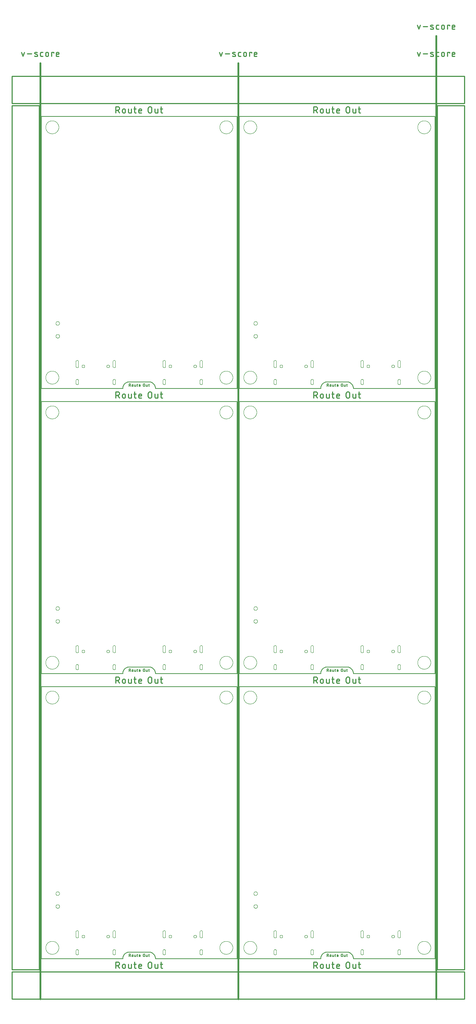
<source format=gko>
G04 EAGLE Gerber RS-274X export*
G75*
%MOMM*%
%FSLAX34Y34*%
%LPD*%
%IN*%
%IPPOS*%
%AMOC8*
5,1,8,0,0,1.08239X$1,22.5*%
G01*
%ADD10C,0.203200*%
%ADD11C,0.127000*%
%ADD12C,0.279400*%
%ADD13C,0.381000*%
%ADD14C,0.254000*%
%ADD15C,0.000000*%
%ADD16C,0.010000*%


D10*
X0Y635000D02*
X0Y0D01*
X190500Y0D01*
X266700Y0D02*
X457200Y0D01*
X457200Y635000D01*
X0Y635000D01*
X205740Y15240D02*
X205372Y15236D01*
X205004Y15222D01*
X204636Y15200D01*
X204269Y15169D01*
X203903Y15129D01*
X203538Y15080D01*
X203174Y15022D01*
X202812Y14956D01*
X202451Y14881D01*
X202093Y14797D01*
X201736Y14705D01*
X201382Y14604D01*
X201031Y14494D01*
X200682Y14376D01*
X200336Y14250D01*
X199993Y14115D01*
X199654Y13972D01*
X199318Y13821D01*
X198986Y13662D01*
X198658Y13494D01*
X198334Y13319D01*
X198014Y13136D01*
X197699Y12946D01*
X197388Y12748D01*
X197083Y12542D01*
X196782Y12329D01*
X196487Y12109D01*
X196197Y11882D01*
X195913Y11648D01*
X195634Y11407D01*
X195361Y11160D01*
X195095Y10906D01*
X194834Y10645D01*
X194580Y10379D01*
X194333Y10106D01*
X194092Y9827D01*
X193858Y9543D01*
X193631Y9253D01*
X193411Y8958D01*
X193198Y8657D01*
X192992Y8352D01*
X192794Y8041D01*
X192604Y7726D01*
X192421Y7406D01*
X192246Y7082D01*
X192078Y6754D01*
X191919Y6422D01*
X191768Y6086D01*
X191625Y5747D01*
X191490Y5404D01*
X191364Y5058D01*
X191246Y4709D01*
X191136Y4358D01*
X191035Y4004D01*
X190943Y3647D01*
X190859Y3289D01*
X190784Y2928D01*
X190718Y2566D01*
X190660Y2202D01*
X190611Y1837D01*
X190571Y1471D01*
X190540Y1104D01*
X190518Y736D01*
X190504Y368D01*
X190500Y0D01*
X205740Y15240D02*
X251460Y15240D01*
X251828Y15236D01*
X252196Y15222D01*
X252564Y15200D01*
X252931Y15169D01*
X253297Y15129D01*
X253662Y15080D01*
X254026Y15022D01*
X254388Y14956D01*
X254749Y14881D01*
X255107Y14797D01*
X255464Y14705D01*
X255818Y14604D01*
X256169Y14494D01*
X256518Y14376D01*
X256864Y14250D01*
X257207Y14115D01*
X257546Y13972D01*
X257882Y13821D01*
X258214Y13662D01*
X258542Y13494D01*
X258866Y13319D01*
X259186Y13136D01*
X259501Y12946D01*
X259812Y12748D01*
X260117Y12542D01*
X260418Y12329D01*
X260713Y12109D01*
X261003Y11882D01*
X261287Y11648D01*
X261566Y11407D01*
X261839Y11160D01*
X262105Y10906D01*
X262366Y10645D01*
X262620Y10379D01*
X262867Y10106D01*
X263108Y9827D01*
X263342Y9543D01*
X263569Y9253D01*
X263789Y8958D01*
X264002Y8657D01*
X264208Y8352D01*
X264406Y8041D01*
X264596Y7726D01*
X264779Y7406D01*
X264954Y7082D01*
X265122Y6754D01*
X265281Y6422D01*
X265432Y6086D01*
X265575Y5747D01*
X265710Y5404D01*
X265836Y5058D01*
X265954Y4709D01*
X266064Y4358D01*
X266165Y4004D01*
X266257Y3647D01*
X266341Y3289D01*
X266416Y2928D01*
X266482Y2566D01*
X266540Y2202D01*
X266589Y1837D01*
X266629Y1471D01*
X266660Y1104D01*
X266682Y736D01*
X266696Y368D01*
X266700Y0D01*
D11*
X205105Y4445D02*
X205105Y10795D01*
X206869Y10795D01*
X206952Y10793D01*
X207034Y10787D01*
X207116Y10778D01*
X207198Y10764D01*
X207279Y10747D01*
X207359Y10726D01*
X207438Y10701D01*
X207515Y10672D01*
X207592Y10640D01*
X207666Y10605D01*
X207739Y10566D01*
X207810Y10523D01*
X207879Y10477D01*
X207946Y10428D01*
X208010Y10376D01*
X208072Y10321D01*
X208131Y10264D01*
X208187Y10203D01*
X208241Y10140D01*
X208291Y10075D01*
X208339Y10007D01*
X208383Y9937D01*
X208423Y9865D01*
X208461Y9791D01*
X208495Y9716D01*
X208525Y9639D01*
X208552Y9560D01*
X208575Y9481D01*
X208594Y9400D01*
X208609Y9319D01*
X208621Y9237D01*
X208629Y9155D01*
X208633Y9072D01*
X208633Y8990D01*
X208629Y8907D01*
X208621Y8825D01*
X208609Y8743D01*
X208594Y8662D01*
X208575Y8581D01*
X208552Y8502D01*
X208525Y8423D01*
X208495Y8346D01*
X208461Y8271D01*
X208423Y8197D01*
X208383Y8125D01*
X208339Y8055D01*
X208291Y7987D01*
X208241Y7922D01*
X208187Y7859D01*
X208131Y7798D01*
X208072Y7741D01*
X208010Y7686D01*
X207946Y7634D01*
X207879Y7585D01*
X207810Y7539D01*
X207739Y7496D01*
X207666Y7457D01*
X207592Y7422D01*
X207515Y7390D01*
X207438Y7361D01*
X207359Y7336D01*
X207279Y7315D01*
X207198Y7298D01*
X207116Y7284D01*
X207034Y7275D01*
X206952Y7269D01*
X206869Y7267D01*
X205105Y7267D01*
X207222Y7267D02*
X208633Y4445D01*
X211790Y5856D02*
X211790Y7267D01*
X211791Y7267D02*
X211793Y7341D01*
X211799Y7414D01*
X211808Y7488D01*
X211822Y7560D01*
X211839Y7632D01*
X211860Y7703D01*
X211885Y7773D01*
X211913Y7841D01*
X211945Y7908D01*
X211980Y7973D01*
X212019Y8035D01*
X212060Y8096D01*
X212105Y8155D01*
X212153Y8211D01*
X212204Y8265D01*
X212258Y8316D01*
X212314Y8364D01*
X212373Y8409D01*
X212434Y8450D01*
X212497Y8489D01*
X212561Y8524D01*
X212628Y8556D01*
X212696Y8584D01*
X212766Y8609D01*
X212837Y8630D01*
X212909Y8647D01*
X212981Y8661D01*
X213055Y8670D01*
X213128Y8676D01*
X213202Y8678D01*
X213276Y8676D01*
X213349Y8670D01*
X213423Y8661D01*
X213495Y8647D01*
X213567Y8630D01*
X213638Y8609D01*
X213708Y8584D01*
X213776Y8556D01*
X213843Y8524D01*
X213908Y8489D01*
X213970Y8450D01*
X214031Y8409D01*
X214090Y8364D01*
X214146Y8316D01*
X214200Y8265D01*
X214251Y8211D01*
X214299Y8155D01*
X214344Y8096D01*
X214385Y8035D01*
X214424Y7973D01*
X214459Y7908D01*
X214491Y7841D01*
X214519Y7773D01*
X214544Y7703D01*
X214565Y7632D01*
X214582Y7560D01*
X214596Y7488D01*
X214605Y7414D01*
X214611Y7341D01*
X214613Y7267D01*
X214613Y5856D01*
X214611Y5782D01*
X214605Y5709D01*
X214596Y5635D01*
X214582Y5563D01*
X214565Y5491D01*
X214544Y5420D01*
X214519Y5350D01*
X214491Y5282D01*
X214459Y5215D01*
X214424Y5151D01*
X214385Y5088D01*
X214344Y5027D01*
X214299Y4968D01*
X214251Y4912D01*
X214200Y4858D01*
X214146Y4807D01*
X214090Y4759D01*
X214031Y4714D01*
X213970Y4673D01*
X213908Y4634D01*
X213843Y4599D01*
X213776Y4567D01*
X213708Y4539D01*
X213638Y4514D01*
X213567Y4493D01*
X213495Y4476D01*
X213423Y4462D01*
X213349Y4453D01*
X213276Y4447D01*
X213202Y4445D01*
X213128Y4447D01*
X213055Y4453D01*
X212981Y4462D01*
X212909Y4476D01*
X212837Y4493D01*
X212766Y4514D01*
X212696Y4539D01*
X212628Y4567D01*
X212561Y4599D01*
X212497Y4634D01*
X212434Y4673D01*
X212373Y4714D01*
X212314Y4759D01*
X212258Y4807D01*
X212204Y4858D01*
X212153Y4912D01*
X212105Y4968D01*
X212060Y5027D01*
X212019Y5088D01*
X211980Y5151D01*
X211945Y5215D01*
X211913Y5282D01*
X211885Y5350D01*
X211860Y5420D01*
X211839Y5491D01*
X211822Y5563D01*
X211808Y5635D01*
X211799Y5709D01*
X211793Y5782D01*
X211791Y5856D01*
X217963Y5503D02*
X217963Y8678D01*
X217963Y5503D02*
X217965Y5439D01*
X217971Y5375D01*
X217980Y5312D01*
X217994Y5250D01*
X218011Y5188D01*
X218032Y5128D01*
X218056Y5069D01*
X218084Y5011D01*
X218116Y4956D01*
X218150Y4902D01*
X218188Y4851D01*
X218229Y4801D01*
X218273Y4755D01*
X218319Y4711D01*
X218369Y4670D01*
X218420Y4632D01*
X218474Y4598D01*
X218529Y4566D01*
X218587Y4538D01*
X218646Y4514D01*
X218706Y4493D01*
X218768Y4476D01*
X218830Y4462D01*
X218893Y4453D01*
X218957Y4447D01*
X219021Y4445D01*
X220785Y4445D01*
X220785Y8678D01*
X223488Y8678D02*
X225604Y8678D01*
X224193Y10795D02*
X224193Y5503D01*
X224194Y5503D02*
X224196Y5439D01*
X224202Y5375D01*
X224211Y5312D01*
X224225Y5250D01*
X224242Y5188D01*
X224263Y5128D01*
X224287Y5069D01*
X224315Y5011D01*
X224347Y4956D01*
X224381Y4902D01*
X224419Y4851D01*
X224460Y4801D01*
X224504Y4755D01*
X224550Y4711D01*
X224600Y4670D01*
X224651Y4632D01*
X224705Y4598D01*
X224760Y4566D01*
X224818Y4538D01*
X224877Y4514D01*
X224937Y4493D01*
X224999Y4476D01*
X225061Y4462D01*
X225125Y4453D01*
X225188Y4447D01*
X225252Y4445D01*
X225604Y4445D01*
X229537Y4445D02*
X231300Y4445D01*
X229537Y4445D02*
X229473Y4447D01*
X229409Y4453D01*
X229346Y4462D01*
X229284Y4476D01*
X229222Y4493D01*
X229162Y4514D01*
X229103Y4538D01*
X229045Y4566D01*
X228990Y4598D01*
X228936Y4632D01*
X228885Y4670D01*
X228835Y4711D01*
X228789Y4755D01*
X228745Y4801D01*
X228704Y4851D01*
X228666Y4902D01*
X228632Y4956D01*
X228600Y5011D01*
X228572Y5069D01*
X228548Y5128D01*
X228527Y5188D01*
X228510Y5250D01*
X228496Y5312D01*
X228487Y5375D01*
X228481Y5439D01*
X228479Y5503D01*
X228478Y5503D02*
X228478Y7267D01*
X228480Y7341D01*
X228486Y7414D01*
X228495Y7488D01*
X228509Y7560D01*
X228526Y7632D01*
X228547Y7703D01*
X228572Y7773D01*
X228600Y7841D01*
X228632Y7908D01*
X228667Y7973D01*
X228706Y8035D01*
X228747Y8096D01*
X228792Y8155D01*
X228840Y8211D01*
X228891Y8265D01*
X228945Y8316D01*
X229001Y8364D01*
X229060Y8409D01*
X229121Y8450D01*
X229184Y8489D01*
X229248Y8524D01*
X229315Y8556D01*
X229383Y8584D01*
X229453Y8609D01*
X229524Y8630D01*
X229596Y8647D01*
X229668Y8661D01*
X229742Y8670D01*
X229815Y8676D01*
X229889Y8678D01*
X229963Y8676D01*
X230036Y8670D01*
X230110Y8661D01*
X230182Y8647D01*
X230254Y8630D01*
X230325Y8609D01*
X230395Y8584D01*
X230463Y8556D01*
X230530Y8524D01*
X230595Y8489D01*
X230657Y8450D01*
X230718Y8409D01*
X230777Y8364D01*
X230833Y8316D01*
X230887Y8265D01*
X230938Y8211D01*
X230986Y8155D01*
X231031Y8096D01*
X231072Y8035D01*
X231111Y7973D01*
X231146Y7908D01*
X231178Y7841D01*
X231206Y7773D01*
X231231Y7703D01*
X231252Y7632D01*
X231269Y7560D01*
X231283Y7488D01*
X231292Y7414D01*
X231298Y7341D01*
X231300Y7267D01*
X231300Y6562D01*
X228478Y6562D01*
X238184Y6209D02*
X238184Y9031D01*
X238186Y9114D01*
X238192Y9196D01*
X238201Y9278D01*
X238215Y9360D01*
X238232Y9441D01*
X238253Y9521D01*
X238278Y9600D01*
X238307Y9677D01*
X238339Y9754D01*
X238374Y9828D01*
X238413Y9901D01*
X238456Y9972D01*
X238502Y10041D01*
X238551Y10108D01*
X238603Y10172D01*
X238658Y10234D01*
X238715Y10293D01*
X238776Y10349D01*
X238839Y10403D01*
X238904Y10453D01*
X238972Y10501D01*
X239042Y10545D01*
X239114Y10585D01*
X239188Y10623D01*
X239263Y10657D01*
X239340Y10687D01*
X239419Y10714D01*
X239498Y10737D01*
X239579Y10756D01*
X239660Y10771D01*
X239742Y10783D01*
X239824Y10791D01*
X239907Y10795D01*
X239989Y10795D01*
X240072Y10791D01*
X240154Y10783D01*
X240236Y10771D01*
X240317Y10756D01*
X240398Y10737D01*
X240477Y10714D01*
X240556Y10687D01*
X240633Y10657D01*
X240708Y10623D01*
X240782Y10585D01*
X240854Y10545D01*
X240924Y10501D01*
X240992Y10453D01*
X241057Y10403D01*
X241120Y10349D01*
X241181Y10293D01*
X241238Y10234D01*
X241293Y10172D01*
X241345Y10108D01*
X241394Y10041D01*
X241440Y9972D01*
X241483Y9901D01*
X241522Y9828D01*
X241557Y9754D01*
X241589Y9677D01*
X241618Y9600D01*
X241643Y9521D01*
X241664Y9441D01*
X241681Y9360D01*
X241695Y9278D01*
X241704Y9196D01*
X241710Y9114D01*
X241712Y9031D01*
X241712Y6209D01*
X241710Y6126D01*
X241704Y6044D01*
X241695Y5962D01*
X241681Y5880D01*
X241664Y5799D01*
X241643Y5719D01*
X241618Y5640D01*
X241589Y5563D01*
X241557Y5486D01*
X241522Y5412D01*
X241483Y5339D01*
X241440Y5268D01*
X241394Y5199D01*
X241345Y5132D01*
X241293Y5068D01*
X241238Y5006D01*
X241181Y4947D01*
X241120Y4891D01*
X241057Y4837D01*
X240992Y4787D01*
X240924Y4739D01*
X240854Y4695D01*
X240782Y4655D01*
X240708Y4617D01*
X240633Y4583D01*
X240556Y4553D01*
X240477Y4526D01*
X240398Y4503D01*
X240317Y4484D01*
X240236Y4469D01*
X240154Y4457D01*
X240072Y4449D01*
X239989Y4445D01*
X239907Y4445D01*
X239824Y4449D01*
X239742Y4457D01*
X239660Y4469D01*
X239579Y4484D01*
X239498Y4503D01*
X239419Y4526D01*
X239340Y4553D01*
X239263Y4583D01*
X239188Y4617D01*
X239114Y4655D01*
X239042Y4695D01*
X238972Y4739D01*
X238904Y4787D01*
X238839Y4837D01*
X238776Y4891D01*
X238715Y4947D01*
X238658Y5006D01*
X238603Y5068D01*
X238551Y5132D01*
X238502Y5199D01*
X238456Y5268D01*
X238413Y5339D01*
X238374Y5412D01*
X238339Y5486D01*
X238307Y5563D01*
X238278Y5640D01*
X238253Y5719D01*
X238232Y5799D01*
X238215Y5880D01*
X238201Y5962D01*
X238192Y6044D01*
X238186Y6126D01*
X238184Y6209D01*
X245166Y5503D02*
X245166Y8678D01*
X245166Y5503D02*
X245168Y5439D01*
X245174Y5375D01*
X245183Y5312D01*
X245197Y5250D01*
X245214Y5188D01*
X245235Y5128D01*
X245259Y5069D01*
X245287Y5011D01*
X245319Y4956D01*
X245353Y4902D01*
X245391Y4851D01*
X245432Y4801D01*
X245476Y4755D01*
X245522Y4711D01*
X245572Y4670D01*
X245623Y4632D01*
X245677Y4598D01*
X245732Y4566D01*
X245790Y4538D01*
X245849Y4514D01*
X245909Y4493D01*
X245971Y4476D01*
X246033Y4462D01*
X246096Y4453D01*
X246160Y4447D01*
X246224Y4445D01*
X247988Y4445D01*
X247988Y8678D01*
X250691Y8678D02*
X252808Y8678D01*
X251397Y10795D02*
X251397Y5503D01*
X251399Y5439D01*
X251405Y5375D01*
X251414Y5312D01*
X251428Y5250D01*
X251445Y5188D01*
X251466Y5128D01*
X251490Y5069D01*
X251518Y5011D01*
X251550Y4956D01*
X251584Y4902D01*
X251622Y4851D01*
X251663Y4801D01*
X251707Y4755D01*
X251753Y4711D01*
X251803Y4670D01*
X251854Y4632D01*
X251908Y4598D01*
X251963Y4566D01*
X252021Y4538D01*
X252080Y4514D01*
X252140Y4493D01*
X252202Y4476D01*
X252264Y4462D01*
X252328Y4453D01*
X252391Y4447D01*
X252455Y4445D01*
X252808Y4445D01*
D12*
X174104Y-7747D02*
X174104Y-22733D01*
X174104Y-7747D02*
X178267Y-7747D01*
X178395Y-7749D01*
X178523Y-7755D01*
X178651Y-7765D01*
X178779Y-7779D01*
X178906Y-7796D01*
X179032Y-7818D01*
X179158Y-7843D01*
X179282Y-7873D01*
X179406Y-7906D01*
X179529Y-7943D01*
X179651Y-7984D01*
X179771Y-8028D01*
X179890Y-8076D01*
X180007Y-8128D01*
X180123Y-8183D01*
X180236Y-8242D01*
X180349Y-8305D01*
X180459Y-8371D01*
X180566Y-8440D01*
X180672Y-8512D01*
X180776Y-8588D01*
X180877Y-8667D01*
X180976Y-8749D01*
X181072Y-8834D01*
X181165Y-8921D01*
X181256Y-9012D01*
X181343Y-9105D01*
X181428Y-9201D01*
X181510Y-9300D01*
X181589Y-9401D01*
X181665Y-9505D01*
X181737Y-9611D01*
X181806Y-9718D01*
X181872Y-9829D01*
X181935Y-9941D01*
X181994Y-10054D01*
X182049Y-10170D01*
X182101Y-10287D01*
X182149Y-10406D01*
X182193Y-10526D01*
X182234Y-10648D01*
X182271Y-10771D01*
X182304Y-10895D01*
X182334Y-11019D01*
X182359Y-11145D01*
X182381Y-11271D01*
X182398Y-11398D01*
X182412Y-11526D01*
X182422Y-11654D01*
X182428Y-11782D01*
X182430Y-11910D01*
X182428Y-12038D01*
X182422Y-12166D01*
X182412Y-12294D01*
X182398Y-12422D01*
X182381Y-12549D01*
X182359Y-12675D01*
X182334Y-12801D01*
X182304Y-12925D01*
X182271Y-13049D01*
X182234Y-13172D01*
X182193Y-13294D01*
X182149Y-13414D01*
X182101Y-13533D01*
X182049Y-13650D01*
X181994Y-13766D01*
X181935Y-13879D01*
X181872Y-13992D01*
X181806Y-14102D01*
X181737Y-14209D01*
X181665Y-14315D01*
X181589Y-14419D01*
X181510Y-14520D01*
X181428Y-14619D01*
X181343Y-14715D01*
X181256Y-14808D01*
X181165Y-14899D01*
X181072Y-14986D01*
X180976Y-15071D01*
X180877Y-15153D01*
X180776Y-15232D01*
X180672Y-15308D01*
X180566Y-15380D01*
X180459Y-15449D01*
X180349Y-15515D01*
X180236Y-15578D01*
X180123Y-15637D01*
X180007Y-15692D01*
X179890Y-15744D01*
X179771Y-15792D01*
X179651Y-15836D01*
X179529Y-15877D01*
X179406Y-15914D01*
X179282Y-15947D01*
X179158Y-15977D01*
X179032Y-16002D01*
X178906Y-16024D01*
X178779Y-16041D01*
X178651Y-16055D01*
X178523Y-16065D01*
X178395Y-16071D01*
X178267Y-16073D01*
X174104Y-16073D01*
X179099Y-16073D02*
X182429Y-22733D01*
X189388Y-19403D02*
X189388Y-16073D01*
X189390Y-15959D01*
X189396Y-15846D01*
X189405Y-15732D01*
X189419Y-15620D01*
X189436Y-15507D01*
X189458Y-15395D01*
X189483Y-15285D01*
X189511Y-15175D01*
X189544Y-15066D01*
X189580Y-14958D01*
X189620Y-14851D01*
X189664Y-14746D01*
X189711Y-14643D01*
X189761Y-14541D01*
X189815Y-14441D01*
X189873Y-14343D01*
X189934Y-14247D01*
X189997Y-14153D01*
X190065Y-14061D01*
X190135Y-13971D01*
X190208Y-13885D01*
X190284Y-13800D01*
X190363Y-13718D01*
X190445Y-13639D01*
X190530Y-13563D01*
X190616Y-13490D01*
X190706Y-13420D01*
X190798Y-13352D01*
X190892Y-13289D01*
X190988Y-13228D01*
X191086Y-13170D01*
X191186Y-13116D01*
X191288Y-13066D01*
X191391Y-13019D01*
X191496Y-12975D01*
X191603Y-12935D01*
X191711Y-12899D01*
X191820Y-12866D01*
X191930Y-12838D01*
X192040Y-12813D01*
X192152Y-12791D01*
X192265Y-12774D01*
X192377Y-12760D01*
X192491Y-12751D01*
X192604Y-12745D01*
X192718Y-12743D01*
X192832Y-12745D01*
X192945Y-12751D01*
X193059Y-12760D01*
X193171Y-12774D01*
X193284Y-12791D01*
X193396Y-12813D01*
X193506Y-12838D01*
X193616Y-12866D01*
X193725Y-12899D01*
X193833Y-12935D01*
X193940Y-12975D01*
X194045Y-13019D01*
X194148Y-13066D01*
X194250Y-13116D01*
X194350Y-13170D01*
X194448Y-13228D01*
X194544Y-13289D01*
X194638Y-13352D01*
X194730Y-13420D01*
X194820Y-13490D01*
X194906Y-13563D01*
X194991Y-13639D01*
X195073Y-13718D01*
X195152Y-13800D01*
X195228Y-13885D01*
X195301Y-13971D01*
X195371Y-14061D01*
X195439Y-14153D01*
X195502Y-14247D01*
X195563Y-14343D01*
X195621Y-14441D01*
X195675Y-14541D01*
X195725Y-14643D01*
X195772Y-14746D01*
X195816Y-14851D01*
X195856Y-14958D01*
X195892Y-15066D01*
X195925Y-15175D01*
X195953Y-15285D01*
X195978Y-15395D01*
X196000Y-15507D01*
X196017Y-15620D01*
X196031Y-15732D01*
X196040Y-15846D01*
X196046Y-15959D01*
X196048Y-16073D01*
X196048Y-19403D01*
X196046Y-19517D01*
X196040Y-19630D01*
X196031Y-19744D01*
X196017Y-19856D01*
X196000Y-19969D01*
X195978Y-20081D01*
X195953Y-20191D01*
X195925Y-20301D01*
X195892Y-20410D01*
X195856Y-20518D01*
X195816Y-20625D01*
X195772Y-20730D01*
X195725Y-20833D01*
X195675Y-20935D01*
X195621Y-21035D01*
X195563Y-21133D01*
X195502Y-21229D01*
X195439Y-21323D01*
X195371Y-21415D01*
X195301Y-21505D01*
X195228Y-21591D01*
X195152Y-21676D01*
X195073Y-21758D01*
X194991Y-21837D01*
X194906Y-21913D01*
X194820Y-21986D01*
X194730Y-22056D01*
X194638Y-22124D01*
X194544Y-22187D01*
X194448Y-22248D01*
X194350Y-22306D01*
X194250Y-22360D01*
X194148Y-22410D01*
X194045Y-22457D01*
X193940Y-22501D01*
X193833Y-22541D01*
X193725Y-22577D01*
X193616Y-22610D01*
X193506Y-22638D01*
X193396Y-22663D01*
X193284Y-22685D01*
X193171Y-22702D01*
X193059Y-22716D01*
X192945Y-22725D01*
X192832Y-22731D01*
X192718Y-22733D01*
X192604Y-22731D01*
X192491Y-22725D01*
X192377Y-22716D01*
X192265Y-22702D01*
X192152Y-22685D01*
X192040Y-22663D01*
X191930Y-22638D01*
X191820Y-22610D01*
X191711Y-22577D01*
X191603Y-22541D01*
X191496Y-22501D01*
X191391Y-22457D01*
X191288Y-22410D01*
X191186Y-22360D01*
X191086Y-22306D01*
X190988Y-22248D01*
X190892Y-22187D01*
X190798Y-22124D01*
X190706Y-22056D01*
X190616Y-21986D01*
X190530Y-21913D01*
X190445Y-21837D01*
X190363Y-21758D01*
X190284Y-21676D01*
X190208Y-21591D01*
X190135Y-21505D01*
X190065Y-21415D01*
X189997Y-21323D01*
X189934Y-21229D01*
X189873Y-21133D01*
X189815Y-21035D01*
X189761Y-20935D01*
X189711Y-20833D01*
X189664Y-20730D01*
X189620Y-20625D01*
X189580Y-20518D01*
X189544Y-20410D01*
X189511Y-20301D01*
X189483Y-20191D01*
X189458Y-20081D01*
X189436Y-19969D01*
X189419Y-19856D01*
X189405Y-19744D01*
X189396Y-19630D01*
X189390Y-19517D01*
X189388Y-19403D01*
X203456Y-20235D02*
X203456Y-12742D01*
X203455Y-20235D02*
X203457Y-20333D01*
X203463Y-20431D01*
X203472Y-20529D01*
X203486Y-20626D01*
X203503Y-20722D01*
X203524Y-20818D01*
X203549Y-20913D01*
X203577Y-21007D01*
X203609Y-21100D01*
X203645Y-21191D01*
X203684Y-21281D01*
X203727Y-21369D01*
X203774Y-21456D01*
X203823Y-21540D01*
X203876Y-21623D01*
X203932Y-21703D01*
X203991Y-21782D01*
X204054Y-21857D01*
X204119Y-21931D01*
X204187Y-22001D01*
X204257Y-22069D01*
X204331Y-22135D01*
X204407Y-22197D01*
X204485Y-22256D01*
X204565Y-22312D01*
X204648Y-22365D01*
X204732Y-22415D01*
X204819Y-22461D01*
X204907Y-22504D01*
X204997Y-22543D01*
X205088Y-22579D01*
X205181Y-22611D01*
X205275Y-22639D01*
X205370Y-22664D01*
X205466Y-22685D01*
X205562Y-22702D01*
X205659Y-22716D01*
X205757Y-22725D01*
X205855Y-22731D01*
X205953Y-22733D01*
X210116Y-22733D01*
X210116Y-12742D01*
X216097Y-12742D02*
X221092Y-12742D01*
X217762Y-7747D02*
X217762Y-20235D01*
X217764Y-20333D01*
X217770Y-20431D01*
X217779Y-20529D01*
X217793Y-20626D01*
X217810Y-20722D01*
X217831Y-20818D01*
X217856Y-20913D01*
X217884Y-21007D01*
X217916Y-21100D01*
X217952Y-21191D01*
X217991Y-21281D01*
X218034Y-21369D01*
X218081Y-21456D01*
X218130Y-21540D01*
X218183Y-21623D01*
X218239Y-21703D01*
X218298Y-21782D01*
X218361Y-21857D01*
X218426Y-21931D01*
X218494Y-22001D01*
X218564Y-22069D01*
X218638Y-22135D01*
X218714Y-22197D01*
X218792Y-22256D01*
X218872Y-22312D01*
X218955Y-22365D01*
X219039Y-22415D01*
X219126Y-22461D01*
X219214Y-22504D01*
X219304Y-22543D01*
X219395Y-22579D01*
X219488Y-22611D01*
X219582Y-22639D01*
X219677Y-22664D01*
X219773Y-22685D01*
X219869Y-22702D01*
X219966Y-22716D01*
X220064Y-22725D01*
X220162Y-22731D01*
X220260Y-22733D01*
X221092Y-22733D01*
X229921Y-22733D02*
X234084Y-22733D01*
X229921Y-22733D02*
X229823Y-22731D01*
X229725Y-22725D01*
X229627Y-22716D01*
X229530Y-22702D01*
X229434Y-22685D01*
X229338Y-22664D01*
X229243Y-22639D01*
X229149Y-22611D01*
X229056Y-22579D01*
X228965Y-22543D01*
X228875Y-22504D01*
X228787Y-22461D01*
X228700Y-22414D01*
X228616Y-22365D01*
X228533Y-22312D01*
X228453Y-22256D01*
X228375Y-22197D01*
X228299Y-22135D01*
X228225Y-22069D01*
X228155Y-22001D01*
X228087Y-21931D01*
X228022Y-21857D01*
X227959Y-21782D01*
X227900Y-21703D01*
X227844Y-21623D01*
X227791Y-21540D01*
X227742Y-21456D01*
X227695Y-21369D01*
X227652Y-21281D01*
X227613Y-21191D01*
X227577Y-21100D01*
X227545Y-21007D01*
X227517Y-20913D01*
X227492Y-20818D01*
X227471Y-20722D01*
X227454Y-20626D01*
X227440Y-20529D01*
X227431Y-20431D01*
X227425Y-20333D01*
X227423Y-20235D01*
X227424Y-20235D02*
X227424Y-16073D01*
X227426Y-15959D01*
X227432Y-15846D01*
X227441Y-15732D01*
X227455Y-15620D01*
X227472Y-15507D01*
X227494Y-15395D01*
X227519Y-15285D01*
X227547Y-15175D01*
X227580Y-15066D01*
X227616Y-14958D01*
X227656Y-14851D01*
X227700Y-14746D01*
X227747Y-14643D01*
X227797Y-14541D01*
X227851Y-14441D01*
X227909Y-14343D01*
X227970Y-14247D01*
X228033Y-14153D01*
X228101Y-14061D01*
X228171Y-13971D01*
X228244Y-13885D01*
X228320Y-13800D01*
X228399Y-13718D01*
X228481Y-13639D01*
X228566Y-13563D01*
X228652Y-13490D01*
X228742Y-13420D01*
X228834Y-13352D01*
X228928Y-13289D01*
X229024Y-13228D01*
X229122Y-13170D01*
X229222Y-13116D01*
X229324Y-13066D01*
X229427Y-13019D01*
X229532Y-12975D01*
X229639Y-12935D01*
X229747Y-12899D01*
X229856Y-12866D01*
X229966Y-12838D01*
X230076Y-12813D01*
X230188Y-12791D01*
X230301Y-12774D01*
X230413Y-12760D01*
X230527Y-12751D01*
X230640Y-12745D01*
X230754Y-12743D01*
X230868Y-12745D01*
X230981Y-12751D01*
X231095Y-12760D01*
X231207Y-12774D01*
X231320Y-12791D01*
X231432Y-12813D01*
X231542Y-12838D01*
X231652Y-12866D01*
X231761Y-12899D01*
X231869Y-12935D01*
X231976Y-12975D01*
X232081Y-13019D01*
X232184Y-13066D01*
X232286Y-13116D01*
X232386Y-13170D01*
X232484Y-13228D01*
X232580Y-13289D01*
X232674Y-13352D01*
X232766Y-13420D01*
X232856Y-13490D01*
X232942Y-13563D01*
X233027Y-13639D01*
X233109Y-13718D01*
X233188Y-13800D01*
X233264Y-13885D01*
X233337Y-13971D01*
X233407Y-14061D01*
X233475Y-14153D01*
X233538Y-14247D01*
X233599Y-14343D01*
X233657Y-14441D01*
X233711Y-14541D01*
X233761Y-14643D01*
X233808Y-14746D01*
X233852Y-14851D01*
X233892Y-14958D01*
X233928Y-15066D01*
X233961Y-15175D01*
X233989Y-15285D01*
X234014Y-15395D01*
X234036Y-15507D01*
X234053Y-15620D01*
X234067Y-15732D01*
X234076Y-15846D01*
X234082Y-15959D01*
X234084Y-16073D01*
X234084Y-17738D01*
X227424Y-17738D01*
X249517Y-18570D02*
X249517Y-11910D01*
X249519Y-11782D01*
X249525Y-11654D01*
X249535Y-11526D01*
X249549Y-11398D01*
X249566Y-11271D01*
X249588Y-11145D01*
X249613Y-11019D01*
X249643Y-10895D01*
X249676Y-10771D01*
X249713Y-10648D01*
X249754Y-10526D01*
X249798Y-10406D01*
X249846Y-10287D01*
X249898Y-10170D01*
X249953Y-10054D01*
X250012Y-9941D01*
X250075Y-9828D01*
X250141Y-9718D01*
X250210Y-9611D01*
X250282Y-9505D01*
X250358Y-9401D01*
X250437Y-9300D01*
X250519Y-9201D01*
X250604Y-9105D01*
X250691Y-9012D01*
X250782Y-8921D01*
X250875Y-8834D01*
X250971Y-8749D01*
X251070Y-8667D01*
X251171Y-8588D01*
X251275Y-8512D01*
X251381Y-8440D01*
X251488Y-8371D01*
X251599Y-8305D01*
X251711Y-8242D01*
X251824Y-8183D01*
X251940Y-8128D01*
X252057Y-8076D01*
X252176Y-8028D01*
X252296Y-7984D01*
X252418Y-7943D01*
X252541Y-7906D01*
X252665Y-7873D01*
X252789Y-7843D01*
X252915Y-7818D01*
X253041Y-7796D01*
X253168Y-7779D01*
X253296Y-7765D01*
X253424Y-7755D01*
X253552Y-7749D01*
X253680Y-7747D01*
X253808Y-7749D01*
X253936Y-7755D01*
X254064Y-7765D01*
X254192Y-7779D01*
X254319Y-7796D01*
X254445Y-7818D01*
X254571Y-7843D01*
X254695Y-7873D01*
X254819Y-7906D01*
X254942Y-7943D01*
X255064Y-7984D01*
X255184Y-8028D01*
X255303Y-8076D01*
X255420Y-8128D01*
X255536Y-8183D01*
X255649Y-8242D01*
X255762Y-8305D01*
X255872Y-8371D01*
X255979Y-8440D01*
X256085Y-8512D01*
X256189Y-8588D01*
X256290Y-8667D01*
X256389Y-8749D01*
X256485Y-8834D01*
X256578Y-8921D01*
X256669Y-9012D01*
X256756Y-9105D01*
X256841Y-9201D01*
X256923Y-9300D01*
X257002Y-9401D01*
X257078Y-9505D01*
X257150Y-9611D01*
X257219Y-9718D01*
X257285Y-9829D01*
X257348Y-9941D01*
X257407Y-10054D01*
X257462Y-10170D01*
X257514Y-10287D01*
X257562Y-10406D01*
X257606Y-10526D01*
X257647Y-10648D01*
X257684Y-10771D01*
X257717Y-10895D01*
X257747Y-11019D01*
X257772Y-11145D01*
X257794Y-11271D01*
X257811Y-11398D01*
X257825Y-11526D01*
X257835Y-11654D01*
X257841Y-11782D01*
X257843Y-11910D01*
X257842Y-11910D02*
X257842Y-18570D01*
X257843Y-18570D02*
X257841Y-18698D01*
X257835Y-18826D01*
X257825Y-18954D01*
X257811Y-19082D01*
X257794Y-19209D01*
X257772Y-19335D01*
X257747Y-19461D01*
X257717Y-19585D01*
X257684Y-19709D01*
X257647Y-19832D01*
X257606Y-19954D01*
X257562Y-20074D01*
X257514Y-20193D01*
X257462Y-20310D01*
X257407Y-20426D01*
X257348Y-20539D01*
X257285Y-20652D01*
X257219Y-20762D01*
X257150Y-20869D01*
X257078Y-20975D01*
X257002Y-21079D01*
X256923Y-21180D01*
X256841Y-21279D01*
X256756Y-21375D01*
X256669Y-21468D01*
X256578Y-21559D01*
X256485Y-21646D01*
X256389Y-21731D01*
X256290Y-21813D01*
X256189Y-21892D01*
X256085Y-21968D01*
X255979Y-22040D01*
X255872Y-22109D01*
X255761Y-22175D01*
X255649Y-22238D01*
X255536Y-22297D01*
X255420Y-22352D01*
X255303Y-22404D01*
X255184Y-22452D01*
X255064Y-22496D01*
X254942Y-22537D01*
X254819Y-22574D01*
X254695Y-22607D01*
X254571Y-22637D01*
X254445Y-22662D01*
X254319Y-22684D01*
X254192Y-22701D01*
X254064Y-22715D01*
X253936Y-22725D01*
X253808Y-22731D01*
X253680Y-22733D01*
X253552Y-22731D01*
X253424Y-22725D01*
X253296Y-22715D01*
X253168Y-22701D01*
X253041Y-22684D01*
X252915Y-22662D01*
X252789Y-22637D01*
X252665Y-22607D01*
X252541Y-22574D01*
X252418Y-22537D01*
X252296Y-22496D01*
X252176Y-22452D01*
X252057Y-22404D01*
X251940Y-22352D01*
X251824Y-22297D01*
X251711Y-22238D01*
X251599Y-22175D01*
X251488Y-22109D01*
X251381Y-22040D01*
X251275Y-21968D01*
X251171Y-21892D01*
X251070Y-21813D01*
X250971Y-21731D01*
X250875Y-21646D01*
X250782Y-21559D01*
X250691Y-21468D01*
X250604Y-21375D01*
X250519Y-21279D01*
X250437Y-21180D01*
X250358Y-21079D01*
X250282Y-20975D01*
X250210Y-20869D01*
X250141Y-20762D01*
X250075Y-20651D01*
X250012Y-20539D01*
X249953Y-20426D01*
X249898Y-20310D01*
X249846Y-20193D01*
X249798Y-20074D01*
X249754Y-19954D01*
X249713Y-19832D01*
X249676Y-19709D01*
X249643Y-19585D01*
X249613Y-19461D01*
X249588Y-19335D01*
X249566Y-19209D01*
X249549Y-19082D01*
X249535Y-18954D01*
X249525Y-18826D01*
X249519Y-18698D01*
X249517Y-18570D01*
X265459Y-20235D02*
X265459Y-12742D01*
X265459Y-20235D02*
X265461Y-20333D01*
X265467Y-20431D01*
X265476Y-20529D01*
X265490Y-20626D01*
X265507Y-20722D01*
X265528Y-20818D01*
X265553Y-20913D01*
X265581Y-21007D01*
X265613Y-21100D01*
X265649Y-21191D01*
X265688Y-21281D01*
X265731Y-21369D01*
X265778Y-21456D01*
X265827Y-21540D01*
X265880Y-21623D01*
X265936Y-21703D01*
X265995Y-21782D01*
X266058Y-21857D01*
X266123Y-21931D01*
X266191Y-22001D01*
X266261Y-22069D01*
X266335Y-22135D01*
X266411Y-22197D01*
X266489Y-22256D01*
X266569Y-22312D01*
X266652Y-22365D01*
X266736Y-22415D01*
X266823Y-22461D01*
X266911Y-22504D01*
X267001Y-22543D01*
X267092Y-22579D01*
X267185Y-22611D01*
X267279Y-22639D01*
X267374Y-22664D01*
X267470Y-22685D01*
X267566Y-22702D01*
X267663Y-22716D01*
X267761Y-22725D01*
X267859Y-22731D01*
X267957Y-22733D01*
X272120Y-22733D01*
X272120Y-12742D01*
X278101Y-12742D02*
X283096Y-12742D01*
X279766Y-7747D02*
X279766Y-20235D01*
X279765Y-20235D02*
X279767Y-20333D01*
X279773Y-20431D01*
X279782Y-20529D01*
X279796Y-20626D01*
X279813Y-20722D01*
X279834Y-20818D01*
X279859Y-20913D01*
X279887Y-21007D01*
X279919Y-21100D01*
X279955Y-21191D01*
X279994Y-21281D01*
X280037Y-21369D01*
X280084Y-21456D01*
X280133Y-21540D01*
X280186Y-21623D01*
X280242Y-21703D01*
X280301Y-21782D01*
X280364Y-21857D01*
X280429Y-21931D01*
X280497Y-22001D01*
X280567Y-22069D01*
X280641Y-22135D01*
X280717Y-22197D01*
X280795Y-22256D01*
X280875Y-22312D01*
X280958Y-22365D01*
X281042Y-22415D01*
X281129Y-22461D01*
X281217Y-22504D01*
X281307Y-22543D01*
X281398Y-22579D01*
X281491Y-22611D01*
X281585Y-22639D01*
X281680Y-22664D01*
X281776Y-22685D01*
X281872Y-22702D01*
X281969Y-22716D01*
X282067Y-22725D01*
X282165Y-22731D01*
X282263Y-22733D01*
X282264Y-22733D02*
X283096Y-22733D01*
D10*
X462280Y0D02*
X462280Y635000D01*
X462280Y0D02*
X652780Y0D01*
X728980Y0D02*
X919480Y0D01*
X919480Y635000D01*
X462280Y635000D01*
X668020Y15240D02*
X667652Y15236D01*
X667284Y15222D01*
X666916Y15200D01*
X666549Y15169D01*
X666183Y15129D01*
X665818Y15080D01*
X665454Y15022D01*
X665092Y14956D01*
X664731Y14881D01*
X664373Y14797D01*
X664016Y14705D01*
X663662Y14604D01*
X663311Y14494D01*
X662962Y14376D01*
X662616Y14250D01*
X662273Y14115D01*
X661934Y13972D01*
X661598Y13821D01*
X661266Y13662D01*
X660938Y13494D01*
X660614Y13319D01*
X660294Y13136D01*
X659979Y12946D01*
X659668Y12748D01*
X659363Y12542D01*
X659062Y12329D01*
X658767Y12109D01*
X658477Y11882D01*
X658193Y11648D01*
X657914Y11407D01*
X657641Y11160D01*
X657375Y10906D01*
X657114Y10645D01*
X656860Y10379D01*
X656613Y10106D01*
X656372Y9827D01*
X656138Y9543D01*
X655911Y9253D01*
X655691Y8958D01*
X655478Y8657D01*
X655272Y8352D01*
X655074Y8041D01*
X654884Y7726D01*
X654701Y7406D01*
X654526Y7082D01*
X654358Y6754D01*
X654199Y6422D01*
X654048Y6086D01*
X653905Y5747D01*
X653770Y5404D01*
X653644Y5058D01*
X653526Y4709D01*
X653416Y4358D01*
X653315Y4004D01*
X653223Y3647D01*
X653139Y3289D01*
X653064Y2928D01*
X652998Y2566D01*
X652940Y2202D01*
X652891Y1837D01*
X652851Y1471D01*
X652820Y1104D01*
X652798Y736D01*
X652784Y368D01*
X652780Y0D01*
X668020Y15240D02*
X713740Y15240D01*
X714108Y15236D01*
X714476Y15222D01*
X714844Y15200D01*
X715211Y15169D01*
X715577Y15129D01*
X715942Y15080D01*
X716306Y15022D01*
X716668Y14956D01*
X717029Y14881D01*
X717387Y14797D01*
X717744Y14705D01*
X718098Y14604D01*
X718449Y14494D01*
X718798Y14376D01*
X719144Y14250D01*
X719487Y14115D01*
X719826Y13972D01*
X720162Y13821D01*
X720494Y13662D01*
X720822Y13494D01*
X721146Y13319D01*
X721466Y13136D01*
X721781Y12946D01*
X722092Y12748D01*
X722397Y12542D01*
X722698Y12329D01*
X722993Y12109D01*
X723283Y11882D01*
X723567Y11648D01*
X723846Y11407D01*
X724119Y11160D01*
X724385Y10906D01*
X724646Y10645D01*
X724900Y10379D01*
X725147Y10106D01*
X725388Y9827D01*
X725622Y9543D01*
X725849Y9253D01*
X726069Y8958D01*
X726282Y8657D01*
X726488Y8352D01*
X726686Y8041D01*
X726876Y7726D01*
X727059Y7406D01*
X727234Y7082D01*
X727402Y6754D01*
X727561Y6422D01*
X727712Y6086D01*
X727855Y5747D01*
X727990Y5404D01*
X728116Y5058D01*
X728234Y4709D01*
X728344Y4358D01*
X728445Y4004D01*
X728537Y3647D01*
X728621Y3289D01*
X728696Y2928D01*
X728762Y2566D01*
X728820Y2202D01*
X728869Y1837D01*
X728909Y1471D01*
X728940Y1104D01*
X728962Y736D01*
X728976Y368D01*
X728980Y0D01*
D11*
X667385Y4445D02*
X667385Y10795D01*
X669149Y10795D01*
X669232Y10793D01*
X669314Y10787D01*
X669396Y10778D01*
X669478Y10764D01*
X669559Y10747D01*
X669639Y10726D01*
X669718Y10701D01*
X669795Y10672D01*
X669872Y10640D01*
X669946Y10605D01*
X670019Y10566D01*
X670090Y10523D01*
X670159Y10477D01*
X670226Y10428D01*
X670290Y10376D01*
X670352Y10321D01*
X670411Y10264D01*
X670467Y10203D01*
X670521Y10140D01*
X670571Y10075D01*
X670619Y10007D01*
X670663Y9937D01*
X670703Y9865D01*
X670741Y9791D01*
X670775Y9716D01*
X670805Y9639D01*
X670832Y9560D01*
X670855Y9481D01*
X670874Y9400D01*
X670889Y9319D01*
X670901Y9237D01*
X670909Y9155D01*
X670913Y9072D01*
X670913Y8990D01*
X670909Y8907D01*
X670901Y8825D01*
X670889Y8743D01*
X670874Y8662D01*
X670855Y8581D01*
X670832Y8502D01*
X670805Y8423D01*
X670775Y8346D01*
X670741Y8271D01*
X670703Y8197D01*
X670663Y8125D01*
X670619Y8055D01*
X670571Y7987D01*
X670521Y7922D01*
X670467Y7859D01*
X670411Y7798D01*
X670352Y7741D01*
X670290Y7686D01*
X670226Y7634D01*
X670159Y7585D01*
X670090Y7539D01*
X670019Y7496D01*
X669946Y7457D01*
X669872Y7422D01*
X669795Y7390D01*
X669718Y7361D01*
X669639Y7336D01*
X669559Y7315D01*
X669478Y7298D01*
X669396Y7284D01*
X669314Y7275D01*
X669232Y7269D01*
X669149Y7267D01*
X667385Y7267D01*
X669502Y7267D02*
X670913Y4445D01*
X674070Y5856D02*
X674070Y7267D01*
X674071Y7267D02*
X674073Y7341D01*
X674079Y7414D01*
X674088Y7488D01*
X674102Y7560D01*
X674119Y7632D01*
X674140Y7703D01*
X674165Y7773D01*
X674193Y7841D01*
X674225Y7908D01*
X674260Y7973D01*
X674299Y8035D01*
X674340Y8096D01*
X674385Y8155D01*
X674433Y8211D01*
X674484Y8265D01*
X674538Y8316D01*
X674594Y8364D01*
X674653Y8409D01*
X674714Y8450D01*
X674777Y8489D01*
X674841Y8524D01*
X674908Y8556D01*
X674976Y8584D01*
X675046Y8609D01*
X675117Y8630D01*
X675189Y8647D01*
X675261Y8661D01*
X675335Y8670D01*
X675408Y8676D01*
X675482Y8678D01*
X675556Y8676D01*
X675629Y8670D01*
X675703Y8661D01*
X675775Y8647D01*
X675847Y8630D01*
X675918Y8609D01*
X675988Y8584D01*
X676056Y8556D01*
X676123Y8524D01*
X676188Y8489D01*
X676250Y8450D01*
X676311Y8409D01*
X676370Y8364D01*
X676426Y8316D01*
X676480Y8265D01*
X676531Y8211D01*
X676579Y8155D01*
X676624Y8096D01*
X676665Y8035D01*
X676704Y7973D01*
X676739Y7908D01*
X676771Y7841D01*
X676799Y7773D01*
X676824Y7703D01*
X676845Y7632D01*
X676862Y7560D01*
X676876Y7488D01*
X676885Y7414D01*
X676891Y7341D01*
X676893Y7267D01*
X676893Y5856D01*
X676891Y5782D01*
X676885Y5709D01*
X676876Y5635D01*
X676862Y5563D01*
X676845Y5491D01*
X676824Y5420D01*
X676799Y5350D01*
X676771Y5282D01*
X676739Y5215D01*
X676704Y5151D01*
X676665Y5088D01*
X676624Y5027D01*
X676579Y4968D01*
X676531Y4912D01*
X676480Y4858D01*
X676426Y4807D01*
X676370Y4759D01*
X676311Y4714D01*
X676250Y4673D01*
X676188Y4634D01*
X676123Y4599D01*
X676056Y4567D01*
X675988Y4539D01*
X675918Y4514D01*
X675847Y4493D01*
X675775Y4476D01*
X675703Y4462D01*
X675629Y4453D01*
X675556Y4447D01*
X675482Y4445D01*
X675408Y4447D01*
X675335Y4453D01*
X675261Y4462D01*
X675189Y4476D01*
X675117Y4493D01*
X675046Y4514D01*
X674976Y4539D01*
X674908Y4567D01*
X674841Y4599D01*
X674777Y4634D01*
X674714Y4673D01*
X674653Y4714D01*
X674594Y4759D01*
X674538Y4807D01*
X674484Y4858D01*
X674433Y4912D01*
X674385Y4968D01*
X674340Y5027D01*
X674299Y5088D01*
X674260Y5151D01*
X674225Y5215D01*
X674193Y5282D01*
X674165Y5350D01*
X674140Y5420D01*
X674119Y5491D01*
X674102Y5563D01*
X674088Y5635D01*
X674079Y5709D01*
X674073Y5782D01*
X674071Y5856D01*
X680243Y5503D02*
X680243Y8678D01*
X680243Y5503D02*
X680245Y5439D01*
X680251Y5375D01*
X680260Y5312D01*
X680274Y5250D01*
X680291Y5188D01*
X680312Y5128D01*
X680336Y5069D01*
X680364Y5011D01*
X680396Y4956D01*
X680430Y4902D01*
X680468Y4851D01*
X680509Y4801D01*
X680553Y4755D01*
X680599Y4711D01*
X680649Y4670D01*
X680700Y4632D01*
X680754Y4598D01*
X680809Y4566D01*
X680867Y4538D01*
X680926Y4514D01*
X680986Y4493D01*
X681048Y4476D01*
X681110Y4462D01*
X681173Y4453D01*
X681237Y4447D01*
X681301Y4445D01*
X683065Y4445D01*
X683065Y8678D01*
X685768Y8678D02*
X687884Y8678D01*
X686473Y10795D02*
X686473Y5503D01*
X686474Y5503D02*
X686476Y5439D01*
X686482Y5375D01*
X686491Y5312D01*
X686505Y5250D01*
X686522Y5188D01*
X686543Y5128D01*
X686567Y5069D01*
X686595Y5011D01*
X686627Y4956D01*
X686661Y4902D01*
X686699Y4851D01*
X686740Y4801D01*
X686784Y4755D01*
X686830Y4711D01*
X686880Y4670D01*
X686931Y4632D01*
X686985Y4598D01*
X687040Y4566D01*
X687098Y4538D01*
X687157Y4514D01*
X687217Y4493D01*
X687279Y4476D01*
X687341Y4462D01*
X687405Y4453D01*
X687468Y4447D01*
X687532Y4445D01*
X687884Y4445D01*
X691817Y4445D02*
X693580Y4445D01*
X691817Y4445D02*
X691753Y4447D01*
X691689Y4453D01*
X691626Y4462D01*
X691564Y4476D01*
X691502Y4493D01*
X691442Y4514D01*
X691383Y4538D01*
X691325Y4566D01*
X691270Y4598D01*
X691216Y4632D01*
X691165Y4670D01*
X691115Y4711D01*
X691069Y4755D01*
X691025Y4801D01*
X690984Y4851D01*
X690946Y4902D01*
X690912Y4956D01*
X690880Y5011D01*
X690852Y5069D01*
X690828Y5128D01*
X690807Y5188D01*
X690790Y5250D01*
X690776Y5312D01*
X690767Y5375D01*
X690761Y5439D01*
X690759Y5503D01*
X690758Y5503D02*
X690758Y7267D01*
X690760Y7341D01*
X690766Y7414D01*
X690775Y7488D01*
X690789Y7560D01*
X690806Y7632D01*
X690827Y7703D01*
X690852Y7773D01*
X690880Y7841D01*
X690912Y7908D01*
X690947Y7973D01*
X690986Y8035D01*
X691027Y8096D01*
X691072Y8155D01*
X691120Y8211D01*
X691171Y8265D01*
X691225Y8316D01*
X691281Y8364D01*
X691340Y8409D01*
X691401Y8450D01*
X691464Y8489D01*
X691528Y8524D01*
X691595Y8556D01*
X691663Y8584D01*
X691733Y8609D01*
X691804Y8630D01*
X691876Y8647D01*
X691948Y8661D01*
X692022Y8670D01*
X692095Y8676D01*
X692169Y8678D01*
X692243Y8676D01*
X692316Y8670D01*
X692390Y8661D01*
X692462Y8647D01*
X692534Y8630D01*
X692605Y8609D01*
X692675Y8584D01*
X692743Y8556D01*
X692810Y8524D01*
X692875Y8489D01*
X692937Y8450D01*
X692998Y8409D01*
X693057Y8364D01*
X693113Y8316D01*
X693167Y8265D01*
X693218Y8211D01*
X693266Y8155D01*
X693311Y8096D01*
X693352Y8035D01*
X693391Y7973D01*
X693426Y7908D01*
X693458Y7841D01*
X693486Y7773D01*
X693511Y7703D01*
X693532Y7632D01*
X693549Y7560D01*
X693563Y7488D01*
X693572Y7414D01*
X693578Y7341D01*
X693580Y7267D01*
X693580Y6562D01*
X690758Y6562D01*
X700464Y6209D02*
X700464Y9031D01*
X700466Y9114D01*
X700472Y9196D01*
X700481Y9278D01*
X700495Y9360D01*
X700512Y9441D01*
X700533Y9521D01*
X700558Y9600D01*
X700587Y9677D01*
X700619Y9754D01*
X700654Y9828D01*
X700693Y9901D01*
X700736Y9972D01*
X700782Y10041D01*
X700831Y10108D01*
X700883Y10172D01*
X700938Y10234D01*
X700995Y10293D01*
X701056Y10349D01*
X701119Y10403D01*
X701184Y10453D01*
X701252Y10501D01*
X701322Y10545D01*
X701394Y10585D01*
X701468Y10623D01*
X701543Y10657D01*
X701620Y10687D01*
X701699Y10714D01*
X701778Y10737D01*
X701859Y10756D01*
X701940Y10771D01*
X702022Y10783D01*
X702104Y10791D01*
X702187Y10795D01*
X702269Y10795D01*
X702352Y10791D01*
X702434Y10783D01*
X702516Y10771D01*
X702597Y10756D01*
X702678Y10737D01*
X702757Y10714D01*
X702836Y10687D01*
X702913Y10657D01*
X702988Y10623D01*
X703062Y10585D01*
X703134Y10545D01*
X703204Y10501D01*
X703272Y10453D01*
X703337Y10403D01*
X703400Y10349D01*
X703461Y10293D01*
X703518Y10234D01*
X703573Y10172D01*
X703625Y10108D01*
X703674Y10041D01*
X703720Y9972D01*
X703763Y9901D01*
X703802Y9828D01*
X703837Y9754D01*
X703869Y9677D01*
X703898Y9600D01*
X703923Y9521D01*
X703944Y9441D01*
X703961Y9360D01*
X703975Y9278D01*
X703984Y9196D01*
X703990Y9114D01*
X703992Y9031D01*
X703992Y6209D01*
X703990Y6126D01*
X703984Y6044D01*
X703975Y5962D01*
X703961Y5880D01*
X703944Y5799D01*
X703923Y5719D01*
X703898Y5640D01*
X703869Y5563D01*
X703837Y5486D01*
X703802Y5412D01*
X703763Y5339D01*
X703720Y5268D01*
X703674Y5199D01*
X703625Y5132D01*
X703573Y5068D01*
X703518Y5006D01*
X703461Y4947D01*
X703400Y4891D01*
X703337Y4837D01*
X703272Y4787D01*
X703204Y4739D01*
X703134Y4695D01*
X703062Y4655D01*
X702988Y4617D01*
X702913Y4583D01*
X702836Y4553D01*
X702757Y4526D01*
X702678Y4503D01*
X702597Y4484D01*
X702516Y4469D01*
X702434Y4457D01*
X702352Y4449D01*
X702269Y4445D01*
X702187Y4445D01*
X702104Y4449D01*
X702022Y4457D01*
X701940Y4469D01*
X701859Y4484D01*
X701778Y4503D01*
X701699Y4526D01*
X701620Y4553D01*
X701543Y4583D01*
X701468Y4617D01*
X701394Y4655D01*
X701322Y4695D01*
X701252Y4739D01*
X701184Y4787D01*
X701119Y4837D01*
X701056Y4891D01*
X700995Y4947D01*
X700938Y5006D01*
X700883Y5068D01*
X700831Y5132D01*
X700782Y5199D01*
X700736Y5268D01*
X700693Y5339D01*
X700654Y5412D01*
X700619Y5486D01*
X700587Y5563D01*
X700558Y5640D01*
X700533Y5719D01*
X700512Y5799D01*
X700495Y5880D01*
X700481Y5962D01*
X700472Y6044D01*
X700466Y6126D01*
X700464Y6209D01*
X707446Y5503D02*
X707446Y8678D01*
X707446Y5503D02*
X707448Y5439D01*
X707454Y5375D01*
X707463Y5312D01*
X707477Y5250D01*
X707494Y5188D01*
X707515Y5128D01*
X707539Y5069D01*
X707567Y5011D01*
X707599Y4956D01*
X707633Y4902D01*
X707671Y4851D01*
X707712Y4801D01*
X707756Y4755D01*
X707802Y4711D01*
X707852Y4670D01*
X707903Y4632D01*
X707957Y4598D01*
X708012Y4566D01*
X708070Y4538D01*
X708129Y4514D01*
X708189Y4493D01*
X708251Y4476D01*
X708313Y4462D01*
X708376Y4453D01*
X708440Y4447D01*
X708504Y4445D01*
X710268Y4445D01*
X710268Y8678D01*
X712971Y8678D02*
X715088Y8678D01*
X713677Y10795D02*
X713677Y5503D01*
X713679Y5439D01*
X713685Y5375D01*
X713694Y5312D01*
X713708Y5250D01*
X713725Y5188D01*
X713746Y5128D01*
X713770Y5069D01*
X713798Y5011D01*
X713830Y4956D01*
X713864Y4902D01*
X713902Y4851D01*
X713943Y4801D01*
X713987Y4755D01*
X714033Y4711D01*
X714083Y4670D01*
X714134Y4632D01*
X714188Y4598D01*
X714243Y4566D01*
X714301Y4538D01*
X714360Y4514D01*
X714420Y4493D01*
X714482Y4476D01*
X714544Y4462D01*
X714608Y4453D01*
X714671Y4447D01*
X714735Y4445D01*
X715088Y4445D01*
D12*
X636384Y-7747D02*
X636384Y-22733D01*
X636384Y-7747D02*
X640547Y-7747D01*
X640675Y-7749D01*
X640803Y-7755D01*
X640931Y-7765D01*
X641059Y-7779D01*
X641186Y-7796D01*
X641312Y-7818D01*
X641438Y-7843D01*
X641562Y-7873D01*
X641686Y-7906D01*
X641809Y-7943D01*
X641931Y-7984D01*
X642051Y-8028D01*
X642170Y-8076D01*
X642287Y-8128D01*
X642403Y-8183D01*
X642516Y-8242D01*
X642629Y-8305D01*
X642739Y-8371D01*
X642846Y-8440D01*
X642952Y-8512D01*
X643056Y-8588D01*
X643157Y-8667D01*
X643256Y-8749D01*
X643352Y-8834D01*
X643445Y-8921D01*
X643536Y-9012D01*
X643623Y-9105D01*
X643708Y-9201D01*
X643790Y-9300D01*
X643869Y-9401D01*
X643945Y-9505D01*
X644017Y-9611D01*
X644086Y-9718D01*
X644152Y-9829D01*
X644215Y-9941D01*
X644274Y-10054D01*
X644329Y-10170D01*
X644381Y-10287D01*
X644429Y-10406D01*
X644473Y-10526D01*
X644514Y-10648D01*
X644551Y-10771D01*
X644584Y-10895D01*
X644614Y-11019D01*
X644639Y-11145D01*
X644661Y-11271D01*
X644678Y-11398D01*
X644692Y-11526D01*
X644702Y-11654D01*
X644708Y-11782D01*
X644710Y-11910D01*
X644708Y-12038D01*
X644702Y-12166D01*
X644692Y-12294D01*
X644678Y-12422D01*
X644661Y-12549D01*
X644639Y-12675D01*
X644614Y-12801D01*
X644584Y-12925D01*
X644551Y-13049D01*
X644514Y-13172D01*
X644473Y-13294D01*
X644429Y-13414D01*
X644381Y-13533D01*
X644329Y-13650D01*
X644274Y-13766D01*
X644215Y-13879D01*
X644152Y-13992D01*
X644086Y-14102D01*
X644017Y-14209D01*
X643945Y-14315D01*
X643869Y-14419D01*
X643790Y-14520D01*
X643708Y-14619D01*
X643623Y-14715D01*
X643536Y-14808D01*
X643445Y-14899D01*
X643352Y-14986D01*
X643256Y-15071D01*
X643157Y-15153D01*
X643056Y-15232D01*
X642952Y-15308D01*
X642846Y-15380D01*
X642739Y-15449D01*
X642629Y-15515D01*
X642516Y-15578D01*
X642403Y-15637D01*
X642287Y-15692D01*
X642170Y-15744D01*
X642051Y-15792D01*
X641931Y-15836D01*
X641809Y-15877D01*
X641686Y-15914D01*
X641562Y-15947D01*
X641438Y-15977D01*
X641312Y-16002D01*
X641186Y-16024D01*
X641059Y-16041D01*
X640931Y-16055D01*
X640803Y-16065D01*
X640675Y-16071D01*
X640547Y-16073D01*
X636384Y-16073D01*
X641379Y-16073D02*
X644709Y-22733D01*
X651668Y-19403D02*
X651668Y-16073D01*
X651670Y-15959D01*
X651676Y-15846D01*
X651685Y-15732D01*
X651699Y-15620D01*
X651716Y-15507D01*
X651738Y-15395D01*
X651763Y-15285D01*
X651791Y-15175D01*
X651824Y-15066D01*
X651860Y-14958D01*
X651900Y-14851D01*
X651944Y-14746D01*
X651991Y-14643D01*
X652041Y-14541D01*
X652095Y-14441D01*
X652153Y-14343D01*
X652214Y-14247D01*
X652277Y-14153D01*
X652345Y-14061D01*
X652415Y-13971D01*
X652488Y-13885D01*
X652564Y-13800D01*
X652643Y-13718D01*
X652725Y-13639D01*
X652810Y-13563D01*
X652896Y-13490D01*
X652986Y-13420D01*
X653078Y-13352D01*
X653172Y-13289D01*
X653268Y-13228D01*
X653366Y-13170D01*
X653466Y-13116D01*
X653568Y-13066D01*
X653671Y-13019D01*
X653776Y-12975D01*
X653883Y-12935D01*
X653991Y-12899D01*
X654100Y-12866D01*
X654210Y-12838D01*
X654320Y-12813D01*
X654432Y-12791D01*
X654545Y-12774D01*
X654657Y-12760D01*
X654771Y-12751D01*
X654884Y-12745D01*
X654998Y-12743D01*
X655112Y-12745D01*
X655225Y-12751D01*
X655339Y-12760D01*
X655451Y-12774D01*
X655564Y-12791D01*
X655676Y-12813D01*
X655786Y-12838D01*
X655896Y-12866D01*
X656005Y-12899D01*
X656113Y-12935D01*
X656220Y-12975D01*
X656325Y-13019D01*
X656428Y-13066D01*
X656530Y-13116D01*
X656630Y-13170D01*
X656728Y-13228D01*
X656824Y-13289D01*
X656918Y-13352D01*
X657010Y-13420D01*
X657100Y-13490D01*
X657186Y-13563D01*
X657271Y-13639D01*
X657353Y-13718D01*
X657432Y-13800D01*
X657508Y-13885D01*
X657581Y-13971D01*
X657651Y-14061D01*
X657719Y-14153D01*
X657782Y-14247D01*
X657843Y-14343D01*
X657901Y-14441D01*
X657955Y-14541D01*
X658005Y-14643D01*
X658052Y-14746D01*
X658096Y-14851D01*
X658136Y-14958D01*
X658172Y-15066D01*
X658205Y-15175D01*
X658233Y-15285D01*
X658258Y-15395D01*
X658280Y-15507D01*
X658297Y-15620D01*
X658311Y-15732D01*
X658320Y-15846D01*
X658326Y-15959D01*
X658328Y-16073D01*
X658328Y-19403D01*
X658326Y-19517D01*
X658320Y-19630D01*
X658311Y-19744D01*
X658297Y-19856D01*
X658280Y-19969D01*
X658258Y-20081D01*
X658233Y-20191D01*
X658205Y-20301D01*
X658172Y-20410D01*
X658136Y-20518D01*
X658096Y-20625D01*
X658052Y-20730D01*
X658005Y-20833D01*
X657955Y-20935D01*
X657901Y-21035D01*
X657843Y-21133D01*
X657782Y-21229D01*
X657719Y-21323D01*
X657651Y-21415D01*
X657581Y-21505D01*
X657508Y-21591D01*
X657432Y-21676D01*
X657353Y-21758D01*
X657271Y-21837D01*
X657186Y-21913D01*
X657100Y-21986D01*
X657010Y-22056D01*
X656918Y-22124D01*
X656824Y-22187D01*
X656728Y-22248D01*
X656630Y-22306D01*
X656530Y-22360D01*
X656428Y-22410D01*
X656325Y-22457D01*
X656220Y-22501D01*
X656113Y-22541D01*
X656005Y-22577D01*
X655896Y-22610D01*
X655786Y-22638D01*
X655676Y-22663D01*
X655564Y-22685D01*
X655451Y-22702D01*
X655339Y-22716D01*
X655225Y-22725D01*
X655112Y-22731D01*
X654998Y-22733D01*
X654884Y-22731D01*
X654771Y-22725D01*
X654657Y-22716D01*
X654545Y-22702D01*
X654432Y-22685D01*
X654320Y-22663D01*
X654210Y-22638D01*
X654100Y-22610D01*
X653991Y-22577D01*
X653883Y-22541D01*
X653776Y-22501D01*
X653671Y-22457D01*
X653568Y-22410D01*
X653466Y-22360D01*
X653366Y-22306D01*
X653268Y-22248D01*
X653172Y-22187D01*
X653078Y-22124D01*
X652986Y-22056D01*
X652896Y-21986D01*
X652810Y-21913D01*
X652725Y-21837D01*
X652643Y-21758D01*
X652564Y-21676D01*
X652488Y-21591D01*
X652415Y-21505D01*
X652345Y-21415D01*
X652277Y-21323D01*
X652214Y-21229D01*
X652153Y-21133D01*
X652095Y-21035D01*
X652041Y-20935D01*
X651991Y-20833D01*
X651944Y-20730D01*
X651900Y-20625D01*
X651860Y-20518D01*
X651824Y-20410D01*
X651791Y-20301D01*
X651763Y-20191D01*
X651738Y-20081D01*
X651716Y-19969D01*
X651699Y-19856D01*
X651685Y-19744D01*
X651676Y-19630D01*
X651670Y-19517D01*
X651668Y-19403D01*
X665736Y-20235D02*
X665736Y-12742D01*
X665735Y-20235D02*
X665737Y-20333D01*
X665743Y-20431D01*
X665752Y-20529D01*
X665766Y-20626D01*
X665783Y-20722D01*
X665804Y-20818D01*
X665829Y-20913D01*
X665857Y-21007D01*
X665889Y-21100D01*
X665925Y-21191D01*
X665964Y-21281D01*
X666007Y-21369D01*
X666054Y-21456D01*
X666103Y-21540D01*
X666156Y-21623D01*
X666212Y-21703D01*
X666271Y-21782D01*
X666334Y-21857D01*
X666399Y-21931D01*
X666467Y-22001D01*
X666537Y-22069D01*
X666611Y-22135D01*
X666687Y-22197D01*
X666765Y-22256D01*
X666845Y-22312D01*
X666928Y-22365D01*
X667012Y-22415D01*
X667099Y-22461D01*
X667187Y-22504D01*
X667277Y-22543D01*
X667368Y-22579D01*
X667461Y-22611D01*
X667555Y-22639D01*
X667650Y-22664D01*
X667746Y-22685D01*
X667842Y-22702D01*
X667939Y-22716D01*
X668037Y-22725D01*
X668135Y-22731D01*
X668233Y-22733D01*
X672396Y-22733D01*
X672396Y-12742D01*
X678377Y-12742D02*
X683372Y-12742D01*
X680042Y-7747D02*
X680042Y-20235D01*
X680044Y-20333D01*
X680050Y-20431D01*
X680059Y-20529D01*
X680073Y-20626D01*
X680090Y-20722D01*
X680111Y-20818D01*
X680136Y-20913D01*
X680164Y-21007D01*
X680196Y-21100D01*
X680232Y-21191D01*
X680271Y-21281D01*
X680314Y-21369D01*
X680361Y-21456D01*
X680410Y-21540D01*
X680463Y-21623D01*
X680519Y-21703D01*
X680578Y-21782D01*
X680641Y-21857D01*
X680706Y-21931D01*
X680774Y-22001D01*
X680844Y-22069D01*
X680918Y-22135D01*
X680994Y-22197D01*
X681072Y-22256D01*
X681152Y-22312D01*
X681235Y-22365D01*
X681319Y-22415D01*
X681406Y-22461D01*
X681494Y-22504D01*
X681584Y-22543D01*
X681675Y-22579D01*
X681768Y-22611D01*
X681862Y-22639D01*
X681957Y-22664D01*
X682053Y-22685D01*
X682149Y-22702D01*
X682246Y-22716D01*
X682344Y-22725D01*
X682442Y-22731D01*
X682540Y-22733D01*
X683372Y-22733D01*
X692201Y-22733D02*
X696364Y-22733D01*
X692201Y-22733D02*
X692103Y-22731D01*
X692005Y-22725D01*
X691907Y-22716D01*
X691810Y-22702D01*
X691714Y-22685D01*
X691618Y-22664D01*
X691523Y-22639D01*
X691429Y-22611D01*
X691336Y-22579D01*
X691245Y-22543D01*
X691155Y-22504D01*
X691067Y-22461D01*
X690980Y-22414D01*
X690896Y-22365D01*
X690813Y-22312D01*
X690733Y-22256D01*
X690655Y-22197D01*
X690579Y-22135D01*
X690505Y-22069D01*
X690435Y-22001D01*
X690367Y-21931D01*
X690302Y-21857D01*
X690239Y-21782D01*
X690180Y-21703D01*
X690124Y-21623D01*
X690071Y-21540D01*
X690022Y-21456D01*
X689975Y-21369D01*
X689932Y-21281D01*
X689893Y-21191D01*
X689857Y-21100D01*
X689825Y-21007D01*
X689797Y-20913D01*
X689772Y-20818D01*
X689751Y-20722D01*
X689734Y-20626D01*
X689720Y-20529D01*
X689711Y-20431D01*
X689705Y-20333D01*
X689703Y-20235D01*
X689704Y-20235D02*
X689704Y-16073D01*
X689706Y-15959D01*
X689712Y-15846D01*
X689721Y-15732D01*
X689735Y-15620D01*
X689752Y-15507D01*
X689774Y-15395D01*
X689799Y-15285D01*
X689827Y-15175D01*
X689860Y-15066D01*
X689896Y-14958D01*
X689936Y-14851D01*
X689980Y-14746D01*
X690027Y-14643D01*
X690077Y-14541D01*
X690131Y-14441D01*
X690189Y-14343D01*
X690250Y-14247D01*
X690313Y-14153D01*
X690381Y-14061D01*
X690451Y-13971D01*
X690524Y-13885D01*
X690600Y-13800D01*
X690679Y-13718D01*
X690761Y-13639D01*
X690846Y-13563D01*
X690932Y-13490D01*
X691022Y-13420D01*
X691114Y-13352D01*
X691208Y-13289D01*
X691304Y-13228D01*
X691402Y-13170D01*
X691502Y-13116D01*
X691604Y-13066D01*
X691707Y-13019D01*
X691812Y-12975D01*
X691919Y-12935D01*
X692027Y-12899D01*
X692136Y-12866D01*
X692246Y-12838D01*
X692356Y-12813D01*
X692468Y-12791D01*
X692581Y-12774D01*
X692693Y-12760D01*
X692807Y-12751D01*
X692920Y-12745D01*
X693034Y-12743D01*
X693148Y-12745D01*
X693261Y-12751D01*
X693375Y-12760D01*
X693487Y-12774D01*
X693600Y-12791D01*
X693712Y-12813D01*
X693822Y-12838D01*
X693932Y-12866D01*
X694041Y-12899D01*
X694149Y-12935D01*
X694256Y-12975D01*
X694361Y-13019D01*
X694464Y-13066D01*
X694566Y-13116D01*
X694666Y-13170D01*
X694764Y-13228D01*
X694860Y-13289D01*
X694954Y-13352D01*
X695046Y-13420D01*
X695136Y-13490D01*
X695222Y-13563D01*
X695307Y-13639D01*
X695389Y-13718D01*
X695468Y-13800D01*
X695544Y-13885D01*
X695617Y-13971D01*
X695687Y-14061D01*
X695755Y-14153D01*
X695818Y-14247D01*
X695879Y-14343D01*
X695937Y-14441D01*
X695991Y-14541D01*
X696041Y-14643D01*
X696088Y-14746D01*
X696132Y-14851D01*
X696172Y-14958D01*
X696208Y-15066D01*
X696241Y-15175D01*
X696269Y-15285D01*
X696294Y-15395D01*
X696316Y-15507D01*
X696333Y-15620D01*
X696347Y-15732D01*
X696356Y-15846D01*
X696362Y-15959D01*
X696364Y-16073D01*
X696364Y-17738D01*
X689704Y-17738D01*
X711797Y-18570D02*
X711797Y-11910D01*
X711799Y-11782D01*
X711805Y-11654D01*
X711815Y-11526D01*
X711829Y-11398D01*
X711846Y-11271D01*
X711868Y-11145D01*
X711893Y-11019D01*
X711923Y-10895D01*
X711956Y-10771D01*
X711993Y-10648D01*
X712034Y-10526D01*
X712078Y-10406D01*
X712126Y-10287D01*
X712178Y-10170D01*
X712233Y-10054D01*
X712292Y-9941D01*
X712355Y-9828D01*
X712421Y-9718D01*
X712490Y-9611D01*
X712562Y-9505D01*
X712638Y-9401D01*
X712717Y-9300D01*
X712799Y-9201D01*
X712884Y-9105D01*
X712971Y-9012D01*
X713062Y-8921D01*
X713155Y-8834D01*
X713251Y-8749D01*
X713350Y-8667D01*
X713451Y-8588D01*
X713555Y-8512D01*
X713661Y-8440D01*
X713768Y-8371D01*
X713879Y-8305D01*
X713991Y-8242D01*
X714104Y-8183D01*
X714220Y-8128D01*
X714337Y-8076D01*
X714456Y-8028D01*
X714576Y-7984D01*
X714698Y-7943D01*
X714821Y-7906D01*
X714945Y-7873D01*
X715069Y-7843D01*
X715195Y-7818D01*
X715321Y-7796D01*
X715448Y-7779D01*
X715576Y-7765D01*
X715704Y-7755D01*
X715832Y-7749D01*
X715960Y-7747D01*
X716088Y-7749D01*
X716216Y-7755D01*
X716344Y-7765D01*
X716472Y-7779D01*
X716599Y-7796D01*
X716725Y-7818D01*
X716851Y-7843D01*
X716975Y-7873D01*
X717099Y-7906D01*
X717222Y-7943D01*
X717344Y-7984D01*
X717464Y-8028D01*
X717583Y-8076D01*
X717700Y-8128D01*
X717816Y-8183D01*
X717929Y-8242D01*
X718042Y-8305D01*
X718152Y-8371D01*
X718259Y-8440D01*
X718365Y-8512D01*
X718469Y-8588D01*
X718570Y-8667D01*
X718669Y-8749D01*
X718765Y-8834D01*
X718858Y-8921D01*
X718949Y-9012D01*
X719036Y-9105D01*
X719121Y-9201D01*
X719203Y-9300D01*
X719282Y-9401D01*
X719358Y-9505D01*
X719430Y-9611D01*
X719499Y-9718D01*
X719565Y-9829D01*
X719628Y-9941D01*
X719687Y-10054D01*
X719742Y-10170D01*
X719794Y-10287D01*
X719842Y-10406D01*
X719886Y-10526D01*
X719927Y-10648D01*
X719964Y-10771D01*
X719997Y-10895D01*
X720027Y-11019D01*
X720052Y-11145D01*
X720074Y-11271D01*
X720091Y-11398D01*
X720105Y-11526D01*
X720115Y-11654D01*
X720121Y-11782D01*
X720123Y-11910D01*
X720122Y-11910D02*
X720122Y-18570D01*
X720123Y-18570D02*
X720121Y-18698D01*
X720115Y-18826D01*
X720105Y-18954D01*
X720091Y-19082D01*
X720074Y-19209D01*
X720052Y-19335D01*
X720027Y-19461D01*
X719997Y-19585D01*
X719964Y-19709D01*
X719927Y-19832D01*
X719886Y-19954D01*
X719842Y-20074D01*
X719794Y-20193D01*
X719742Y-20310D01*
X719687Y-20426D01*
X719628Y-20539D01*
X719565Y-20652D01*
X719499Y-20762D01*
X719430Y-20869D01*
X719358Y-20975D01*
X719282Y-21079D01*
X719203Y-21180D01*
X719121Y-21279D01*
X719036Y-21375D01*
X718949Y-21468D01*
X718858Y-21559D01*
X718765Y-21646D01*
X718669Y-21731D01*
X718570Y-21813D01*
X718469Y-21892D01*
X718365Y-21968D01*
X718259Y-22040D01*
X718152Y-22109D01*
X718042Y-22175D01*
X717929Y-22238D01*
X717816Y-22297D01*
X717700Y-22352D01*
X717583Y-22404D01*
X717464Y-22452D01*
X717344Y-22496D01*
X717222Y-22537D01*
X717099Y-22574D01*
X716975Y-22607D01*
X716851Y-22637D01*
X716725Y-22662D01*
X716599Y-22684D01*
X716472Y-22701D01*
X716344Y-22715D01*
X716216Y-22725D01*
X716088Y-22731D01*
X715960Y-22733D01*
X715832Y-22731D01*
X715704Y-22725D01*
X715576Y-22715D01*
X715448Y-22701D01*
X715321Y-22684D01*
X715195Y-22662D01*
X715069Y-22637D01*
X714945Y-22607D01*
X714821Y-22574D01*
X714698Y-22537D01*
X714576Y-22496D01*
X714456Y-22452D01*
X714337Y-22404D01*
X714220Y-22352D01*
X714104Y-22297D01*
X713991Y-22238D01*
X713879Y-22175D01*
X713768Y-22109D01*
X713661Y-22040D01*
X713555Y-21968D01*
X713451Y-21892D01*
X713350Y-21813D01*
X713251Y-21731D01*
X713155Y-21646D01*
X713062Y-21559D01*
X712971Y-21468D01*
X712884Y-21375D01*
X712799Y-21279D01*
X712717Y-21180D01*
X712638Y-21079D01*
X712562Y-20975D01*
X712490Y-20869D01*
X712421Y-20762D01*
X712355Y-20651D01*
X712292Y-20539D01*
X712233Y-20426D01*
X712178Y-20310D01*
X712126Y-20193D01*
X712078Y-20074D01*
X712034Y-19954D01*
X711993Y-19832D01*
X711956Y-19709D01*
X711923Y-19585D01*
X711893Y-19461D01*
X711868Y-19335D01*
X711846Y-19209D01*
X711829Y-19082D01*
X711815Y-18954D01*
X711805Y-18826D01*
X711799Y-18698D01*
X711797Y-18570D01*
X727739Y-20235D02*
X727739Y-12742D01*
X727739Y-20235D02*
X727741Y-20333D01*
X727747Y-20431D01*
X727756Y-20529D01*
X727770Y-20626D01*
X727787Y-20722D01*
X727808Y-20818D01*
X727833Y-20913D01*
X727861Y-21007D01*
X727893Y-21100D01*
X727929Y-21191D01*
X727968Y-21281D01*
X728011Y-21369D01*
X728058Y-21456D01*
X728107Y-21540D01*
X728160Y-21623D01*
X728216Y-21703D01*
X728275Y-21782D01*
X728338Y-21857D01*
X728403Y-21931D01*
X728471Y-22001D01*
X728541Y-22069D01*
X728615Y-22135D01*
X728691Y-22197D01*
X728769Y-22256D01*
X728849Y-22312D01*
X728932Y-22365D01*
X729016Y-22415D01*
X729103Y-22461D01*
X729191Y-22504D01*
X729281Y-22543D01*
X729372Y-22579D01*
X729465Y-22611D01*
X729559Y-22639D01*
X729654Y-22664D01*
X729750Y-22685D01*
X729846Y-22702D01*
X729943Y-22716D01*
X730041Y-22725D01*
X730139Y-22731D01*
X730237Y-22733D01*
X734400Y-22733D01*
X734400Y-12742D01*
X740381Y-12742D02*
X745376Y-12742D01*
X742046Y-7747D02*
X742046Y-20235D01*
X742045Y-20235D02*
X742047Y-20333D01*
X742053Y-20431D01*
X742062Y-20529D01*
X742076Y-20626D01*
X742093Y-20722D01*
X742114Y-20818D01*
X742139Y-20913D01*
X742167Y-21007D01*
X742199Y-21100D01*
X742235Y-21191D01*
X742274Y-21281D01*
X742317Y-21369D01*
X742364Y-21456D01*
X742413Y-21540D01*
X742466Y-21623D01*
X742522Y-21703D01*
X742581Y-21782D01*
X742644Y-21857D01*
X742709Y-21931D01*
X742777Y-22001D01*
X742847Y-22069D01*
X742921Y-22135D01*
X742997Y-22197D01*
X743075Y-22256D01*
X743155Y-22312D01*
X743238Y-22365D01*
X743322Y-22415D01*
X743409Y-22461D01*
X743497Y-22504D01*
X743587Y-22543D01*
X743678Y-22579D01*
X743771Y-22611D01*
X743865Y-22639D01*
X743960Y-22664D01*
X744056Y-22685D01*
X744152Y-22702D01*
X744249Y-22716D01*
X744347Y-22725D01*
X744445Y-22731D01*
X744543Y-22733D01*
X744544Y-22733D02*
X745376Y-22733D01*
D10*
X0Y665480D02*
X0Y1300480D01*
X0Y665480D02*
X190500Y665480D01*
X266700Y665480D02*
X457200Y665480D01*
X457200Y1300480D01*
X0Y1300480D01*
X205740Y680720D02*
X205372Y680716D01*
X205004Y680702D01*
X204636Y680680D01*
X204269Y680649D01*
X203903Y680609D01*
X203538Y680560D01*
X203174Y680502D01*
X202812Y680436D01*
X202451Y680361D01*
X202093Y680277D01*
X201736Y680185D01*
X201382Y680084D01*
X201031Y679974D01*
X200682Y679856D01*
X200336Y679730D01*
X199993Y679595D01*
X199654Y679452D01*
X199318Y679301D01*
X198986Y679142D01*
X198658Y678974D01*
X198334Y678799D01*
X198014Y678616D01*
X197699Y678426D01*
X197388Y678228D01*
X197083Y678022D01*
X196782Y677809D01*
X196487Y677589D01*
X196197Y677362D01*
X195913Y677128D01*
X195634Y676887D01*
X195361Y676640D01*
X195095Y676386D01*
X194834Y676125D01*
X194580Y675859D01*
X194333Y675586D01*
X194092Y675307D01*
X193858Y675023D01*
X193631Y674733D01*
X193411Y674438D01*
X193198Y674137D01*
X192992Y673832D01*
X192794Y673521D01*
X192604Y673206D01*
X192421Y672886D01*
X192246Y672562D01*
X192078Y672234D01*
X191919Y671902D01*
X191768Y671566D01*
X191625Y671227D01*
X191490Y670884D01*
X191364Y670538D01*
X191246Y670189D01*
X191136Y669838D01*
X191035Y669484D01*
X190943Y669127D01*
X190859Y668769D01*
X190784Y668408D01*
X190718Y668046D01*
X190660Y667682D01*
X190611Y667317D01*
X190571Y666951D01*
X190540Y666584D01*
X190518Y666216D01*
X190504Y665848D01*
X190500Y665480D01*
X205740Y680720D02*
X251460Y680720D01*
X251828Y680716D01*
X252196Y680702D01*
X252564Y680680D01*
X252931Y680649D01*
X253297Y680609D01*
X253662Y680560D01*
X254026Y680502D01*
X254388Y680436D01*
X254749Y680361D01*
X255107Y680277D01*
X255464Y680185D01*
X255818Y680084D01*
X256169Y679974D01*
X256518Y679856D01*
X256864Y679730D01*
X257207Y679595D01*
X257546Y679452D01*
X257882Y679301D01*
X258214Y679142D01*
X258542Y678974D01*
X258866Y678799D01*
X259186Y678616D01*
X259501Y678426D01*
X259812Y678228D01*
X260117Y678022D01*
X260418Y677809D01*
X260713Y677589D01*
X261003Y677362D01*
X261287Y677128D01*
X261566Y676887D01*
X261839Y676640D01*
X262105Y676386D01*
X262366Y676125D01*
X262620Y675859D01*
X262867Y675586D01*
X263108Y675307D01*
X263342Y675023D01*
X263569Y674733D01*
X263789Y674438D01*
X264002Y674137D01*
X264208Y673832D01*
X264406Y673521D01*
X264596Y673206D01*
X264779Y672886D01*
X264954Y672562D01*
X265122Y672234D01*
X265281Y671902D01*
X265432Y671566D01*
X265575Y671227D01*
X265710Y670884D01*
X265836Y670538D01*
X265954Y670189D01*
X266064Y669838D01*
X266165Y669484D01*
X266257Y669127D01*
X266341Y668769D01*
X266416Y668408D01*
X266482Y668046D01*
X266540Y667682D01*
X266589Y667317D01*
X266629Y666951D01*
X266660Y666584D01*
X266682Y666216D01*
X266696Y665848D01*
X266700Y665480D01*
D11*
X205105Y669925D02*
X205105Y676275D01*
X206869Y676275D01*
X206952Y676273D01*
X207034Y676267D01*
X207116Y676258D01*
X207198Y676244D01*
X207279Y676227D01*
X207359Y676206D01*
X207438Y676181D01*
X207515Y676152D01*
X207592Y676120D01*
X207666Y676085D01*
X207739Y676046D01*
X207810Y676003D01*
X207879Y675957D01*
X207946Y675908D01*
X208010Y675856D01*
X208072Y675801D01*
X208131Y675744D01*
X208187Y675683D01*
X208241Y675620D01*
X208291Y675555D01*
X208339Y675487D01*
X208383Y675417D01*
X208423Y675345D01*
X208461Y675271D01*
X208495Y675196D01*
X208525Y675119D01*
X208552Y675040D01*
X208575Y674961D01*
X208594Y674880D01*
X208609Y674799D01*
X208621Y674717D01*
X208629Y674635D01*
X208633Y674552D01*
X208633Y674470D01*
X208629Y674387D01*
X208621Y674305D01*
X208609Y674223D01*
X208594Y674142D01*
X208575Y674061D01*
X208552Y673982D01*
X208525Y673903D01*
X208495Y673826D01*
X208461Y673751D01*
X208423Y673677D01*
X208383Y673605D01*
X208339Y673535D01*
X208291Y673467D01*
X208241Y673402D01*
X208187Y673339D01*
X208131Y673278D01*
X208072Y673221D01*
X208010Y673166D01*
X207946Y673114D01*
X207879Y673065D01*
X207810Y673019D01*
X207739Y672976D01*
X207666Y672937D01*
X207592Y672902D01*
X207515Y672870D01*
X207438Y672841D01*
X207359Y672816D01*
X207279Y672795D01*
X207198Y672778D01*
X207116Y672764D01*
X207034Y672755D01*
X206952Y672749D01*
X206869Y672747D01*
X205105Y672747D01*
X207222Y672747D02*
X208633Y669925D01*
X211790Y671336D02*
X211790Y672747D01*
X211791Y672747D02*
X211793Y672821D01*
X211799Y672894D01*
X211808Y672968D01*
X211822Y673040D01*
X211839Y673112D01*
X211860Y673183D01*
X211885Y673253D01*
X211913Y673321D01*
X211945Y673388D01*
X211980Y673453D01*
X212019Y673515D01*
X212060Y673576D01*
X212105Y673635D01*
X212153Y673691D01*
X212204Y673745D01*
X212258Y673796D01*
X212314Y673844D01*
X212373Y673889D01*
X212434Y673930D01*
X212497Y673969D01*
X212561Y674004D01*
X212628Y674036D01*
X212696Y674064D01*
X212766Y674089D01*
X212837Y674110D01*
X212909Y674127D01*
X212981Y674141D01*
X213055Y674150D01*
X213128Y674156D01*
X213202Y674158D01*
X213276Y674156D01*
X213349Y674150D01*
X213423Y674141D01*
X213495Y674127D01*
X213567Y674110D01*
X213638Y674089D01*
X213708Y674064D01*
X213776Y674036D01*
X213843Y674004D01*
X213908Y673969D01*
X213970Y673930D01*
X214031Y673889D01*
X214090Y673844D01*
X214146Y673796D01*
X214200Y673745D01*
X214251Y673691D01*
X214299Y673635D01*
X214344Y673576D01*
X214385Y673515D01*
X214424Y673453D01*
X214459Y673388D01*
X214491Y673321D01*
X214519Y673253D01*
X214544Y673183D01*
X214565Y673112D01*
X214582Y673040D01*
X214596Y672968D01*
X214605Y672894D01*
X214611Y672821D01*
X214613Y672747D01*
X214613Y671336D01*
X214611Y671262D01*
X214605Y671189D01*
X214596Y671115D01*
X214582Y671043D01*
X214565Y670971D01*
X214544Y670900D01*
X214519Y670830D01*
X214491Y670762D01*
X214459Y670695D01*
X214424Y670631D01*
X214385Y670568D01*
X214344Y670507D01*
X214299Y670448D01*
X214251Y670392D01*
X214200Y670338D01*
X214146Y670287D01*
X214090Y670239D01*
X214031Y670194D01*
X213970Y670153D01*
X213908Y670114D01*
X213843Y670079D01*
X213776Y670047D01*
X213708Y670019D01*
X213638Y669994D01*
X213567Y669973D01*
X213495Y669956D01*
X213423Y669942D01*
X213349Y669933D01*
X213276Y669927D01*
X213202Y669925D01*
X213128Y669927D01*
X213055Y669933D01*
X212981Y669942D01*
X212909Y669956D01*
X212837Y669973D01*
X212766Y669994D01*
X212696Y670019D01*
X212628Y670047D01*
X212561Y670079D01*
X212497Y670114D01*
X212434Y670153D01*
X212373Y670194D01*
X212314Y670239D01*
X212258Y670287D01*
X212204Y670338D01*
X212153Y670392D01*
X212105Y670448D01*
X212060Y670507D01*
X212019Y670568D01*
X211980Y670631D01*
X211945Y670695D01*
X211913Y670762D01*
X211885Y670830D01*
X211860Y670900D01*
X211839Y670971D01*
X211822Y671043D01*
X211808Y671115D01*
X211799Y671189D01*
X211793Y671262D01*
X211791Y671336D01*
X217963Y670983D02*
X217963Y674158D01*
X217963Y670983D02*
X217965Y670919D01*
X217971Y670855D01*
X217980Y670792D01*
X217994Y670730D01*
X218011Y670668D01*
X218032Y670608D01*
X218056Y670549D01*
X218084Y670491D01*
X218116Y670436D01*
X218150Y670382D01*
X218188Y670331D01*
X218229Y670281D01*
X218273Y670235D01*
X218319Y670191D01*
X218369Y670150D01*
X218420Y670112D01*
X218474Y670078D01*
X218529Y670046D01*
X218587Y670018D01*
X218646Y669994D01*
X218706Y669973D01*
X218768Y669956D01*
X218830Y669942D01*
X218893Y669933D01*
X218957Y669927D01*
X219021Y669925D01*
X220785Y669925D01*
X220785Y674158D01*
X223488Y674158D02*
X225604Y674158D01*
X224193Y676275D02*
X224193Y670983D01*
X224194Y670983D02*
X224196Y670919D01*
X224202Y670855D01*
X224211Y670792D01*
X224225Y670730D01*
X224242Y670668D01*
X224263Y670608D01*
X224287Y670549D01*
X224315Y670491D01*
X224347Y670436D01*
X224381Y670382D01*
X224419Y670331D01*
X224460Y670281D01*
X224504Y670235D01*
X224550Y670191D01*
X224600Y670150D01*
X224651Y670112D01*
X224705Y670078D01*
X224760Y670046D01*
X224818Y670018D01*
X224877Y669994D01*
X224937Y669973D01*
X224999Y669956D01*
X225061Y669942D01*
X225125Y669933D01*
X225188Y669927D01*
X225252Y669925D01*
X225604Y669925D01*
X229537Y669925D02*
X231300Y669925D01*
X229537Y669925D02*
X229473Y669927D01*
X229409Y669933D01*
X229346Y669942D01*
X229284Y669956D01*
X229222Y669973D01*
X229162Y669994D01*
X229103Y670018D01*
X229045Y670046D01*
X228990Y670078D01*
X228936Y670112D01*
X228885Y670150D01*
X228835Y670191D01*
X228789Y670235D01*
X228745Y670281D01*
X228704Y670331D01*
X228666Y670382D01*
X228632Y670436D01*
X228600Y670491D01*
X228572Y670549D01*
X228548Y670608D01*
X228527Y670668D01*
X228510Y670730D01*
X228496Y670792D01*
X228487Y670855D01*
X228481Y670919D01*
X228479Y670983D01*
X228478Y670983D02*
X228478Y672747D01*
X228480Y672821D01*
X228486Y672894D01*
X228495Y672968D01*
X228509Y673040D01*
X228526Y673112D01*
X228547Y673183D01*
X228572Y673253D01*
X228600Y673321D01*
X228632Y673388D01*
X228667Y673453D01*
X228706Y673515D01*
X228747Y673576D01*
X228792Y673635D01*
X228840Y673691D01*
X228891Y673745D01*
X228945Y673796D01*
X229001Y673844D01*
X229060Y673889D01*
X229121Y673930D01*
X229184Y673969D01*
X229248Y674004D01*
X229315Y674036D01*
X229383Y674064D01*
X229453Y674089D01*
X229524Y674110D01*
X229596Y674127D01*
X229668Y674141D01*
X229742Y674150D01*
X229815Y674156D01*
X229889Y674158D01*
X229963Y674156D01*
X230036Y674150D01*
X230110Y674141D01*
X230182Y674127D01*
X230254Y674110D01*
X230325Y674089D01*
X230395Y674064D01*
X230463Y674036D01*
X230530Y674004D01*
X230595Y673969D01*
X230657Y673930D01*
X230718Y673889D01*
X230777Y673844D01*
X230833Y673796D01*
X230887Y673745D01*
X230938Y673691D01*
X230986Y673635D01*
X231031Y673576D01*
X231072Y673515D01*
X231111Y673453D01*
X231146Y673388D01*
X231178Y673321D01*
X231206Y673253D01*
X231231Y673183D01*
X231252Y673112D01*
X231269Y673040D01*
X231283Y672968D01*
X231292Y672894D01*
X231298Y672821D01*
X231300Y672747D01*
X231300Y672042D01*
X228478Y672042D01*
X238184Y671689D02*
X238184Y674511D01*
X238186Y674594D01*
X238192Y674676D01*
X238201Y674758D01*
X238215Y674840D01*
X238232Y674921D01*
X238253Y675001D01*
X238278Y675080D01*
X238307Y675157D01*
X238339Y675234D01*
X238374Y675308D01*
X238413Y675381D01*
X238456Y675452D01*
X238502Y675521D01*
X238551Y675588D01*
X238603Y675652D01*
X238658Y675714D01*
X238715Y675773D01*
X238776Y675829D01*
X238839Y675883D01*
X238904Y675933D01*
X238972Y675981D01*
X239042Y676025D01*
X239114Y676065D01*
X239188Y676103D01*
X239263Y676137D01*
X239340Y676167D01*
X239419Y676194D01*
X239498Y676217D01*
X239579Y676236D01*
X239660Y676251D01*
X239742Y676263D01*
X239824Y676271D01*
X239907Y676275D01*
X239989Y676275D01*
X240072Y676271D01*
X240154Y676263D01*
X240236Y676251D01*
X240317Y676236D01*
X240398Y676217D01*
X240477Y676194D01*
X240556Y676167D01*
X240633Y676137D01*
X240708Y676103D01*
X240782Y676065D01*
X240854Y676025D01*
X240924Y675981D01*
X240992Y675933D01*
X241057Y675883D01*
X241120Y675829D01*
X241181Y675773D01*
X241238Y675714D01*
X241293Y675652D01*
X241345Y675588D01*
X241394Y675521D01*
X241440Y675452D01*
X241483Y675381D01*
X241522Y675308D01*
X241557Y675234D01*
X241589Y675157D01*
X241618Y675080D01*
X241643Y675001D01*
X241664Y674921D01*
X241681Y674840D01*
X241695Y674758D01*
X241704Y674676D01*
X241710Y674594D01*
X241712Y674511D01*
X241712Y671689D01*
X241710Y671606D01*
X241704Y671524D01*
X241695Y671442D01*
X241681Y671360D01*
X241664Y671279D01*
X241643Y671199D01*
X241618Y671120D01*
X241589Y671043D01*
X241557Y670966D01*
X241522Y670892D01*
X241483Y670819D01*
X241440Y670748D01*
X241394Y670679D01*
X241345Y670612D01*
X241293Y670548D01*
X241238Y670486D01*
X241181Y670427D01*
X241120Y670371D01*
X241057Y670317D01*
X240992Y670267D01*
X240924Y670219D01*
X240854Y670175D01*
X240782Y670135D01*
X240708Y670097D01*
X240633Y670063D01*
X240556Y670033D01*
X240477Y670006D01*
X240398Y669983D01*
X240317Y669964D01*
X240236Y669949D01*
X240154Y669937D01*
X240072Y669929D01*
X239989Y669925D01*
X239907Y669925D01*
X239824Y669929D01*
X239742Y669937D01*
X239660Y669949D01*
X239579Y669964D01*
X239498Y669983D01*
X239419Y670006D01*
X239340Y670033D01*
X239263Y670063D01*
X239188Y670097D01*
X239114Y670135D01*
X239042Y670175D01*
X238972Y670219D01*
X238904Y670267D01*
X238839Y670317D01*
X238776Y670371D01*
X238715Y670427D01*
X238658Y670486D01*
X238603Y670548D01*
X238551Y670612D01*
X238502Y670679D01*
X238456Y670748D01*
X238413Y670819D01*
X238374Y670892D01*
X238339Y670966D01*
X238307Y671043D01*
X238278Y671120D01*
X238253Y671199D01*
X238232Y671279D01*
X238215Y671360D01*
X238201Y671442D01*
X238192Y671524D01*
X238186Y671606D01*
X238184Y671689D01*
X245166Y670983D02*
X245166Y674158D01*
X245166Y670983D02*
X245168Y670919D01*
X245174Y670855D01*
X245183Y670792D01*
X245197Y670730D01*
X245214Y670668D01*
X245235Y670608D01*
X245259Y670549D01*
X245287Y670491D01*
X245319Y670436D01*
X245353Y670382D01*
X245391Y670331D01*
X245432Y670281D01*
X245476Y670235D01*
X245522Y670191D01*
X245572Y670150D01*
X245623Y670112D01*
X245677Y670078D01*
X245732Y670046D01*
X245790Y670018D01*
X245849Y669994D01*
X245909Y669973D01*
X245971Y669956D01*
X246033Y669942D01*
X246096Y669933D01*
X246160Y669927D01*
X246224Y669925D01*
X247988Y669925D01*
X247988Y674158D01*
X250691Y674158D02*
X252808Y674158D01*
X251397Y676275D02*
X251397Y670983D01*
X251399Y670919D01*
X251405Y670855D01*
X251414Y670792D01*
X251428Y670730D01*
X251445Y670668D01*
X251466Y670608D01*
X251490Y670549D01*
X251518Y670491D01*
X251550Y670436D01*
X251584Y670382D01*
X251622Y670331D01*
X251663Y670281D01*
X251707Y670235D01*
X251753Y670191D01*
X251803Y670150D01*
X251854Y670112D01*
X251908Y670078D01*
X251963Y670046D01*
X252021Y670018D01*
X252080Y669994D01*
X252140Y669973D01*
X252202Y669956D01*
X252264Y669942D01*
X252328Y669933D01*
X252391Y669927D01*
X252455Y669925D01*
X252808Y669925D01*
D12*
X174104Y657733D02*
X174104Y642747D01*
X174104Y657733D02*
X178267Y657733D01*
X178395Y657731D01*
X178523Y657725D01*
X178651Y657715D01*
X178779Y657701D01*
X178906Y657684D01*
X179032Y657662D01*
X179158Y657637D01*
X179282Y657607D01*
X179406Y657574D01*
X179529Y657537D01*
X179651Y657496D01*
X179771Y657452D01*
X179890Y657404D01*
X180007Y657352D01*
X180123Y657297D01*
X180236Y657238D01*
X180349Y657175D01*
X180459Y657109D01*
X180566Y657040D01*
X180672Y656968D01*
X180776Y656892D01*
X180877Y656813D01*
X180976Y656731D01*
X181072Y656646D01*
X181165Y656559D01*
X181256Y656468D01*
X181343Y656375D01*
X181428Y656279D01*
X181510Y656180D01*
X181589Y656079D01*
X181665Y655975D01*
X181737Y655869D01*
X181806Y655762D01*
X181872Y655652D01*
X181935Y655539D01*
X181994Y655426D01*
X182049Y655310D01*
X182101Y655193D01*
X182149Y655074D01*
X182193Y654954D01*
X182234Y654832D01*
X182271Y654709D01*
X182304Y654585D01*
X182334Y654461D01*
X182359Y654335D01*
X182381Y654209D01*
X182398Y654082D01*
X182412Y653954D01*
X182422Y653826D01*
X182428Y653698D01*
X182430Y653570D01*
X182428Y653442D01*
X182422Y653314D01*
X182412Y653186D01*
X182398Y653058D01*
X182381Y652931D01*
X182359Y652805D01*
X182334Y652679D01*
X182304Y652555D01*
X182271Y652431D01*
X182234Y652308D01*
X182193Y652186D01*
X182149Y652066D01*
X182101Y651947D01*
X182049Y651830D01*
X181994Y651714D01*
X181935Y651601D01*
X181872Y651489D01*
X181806Y651378D01*
X181737Y651271D01*
X181665Y651165D01*
X181589Y651061D01*
X181510Y650960D01*
X181428Y650861D01*
X181343Y650765D01*
X181256Y650672D01*
X181165Y650581D01*
X181072Y650494D01*
X180976Y650409D01*
X180877Y650327D01*
X180776Y650248D01*
X180672Y650172D01*
X180566Y650100D01*
X180459Y650031D01*
X180349Y649965D01*
X180236Y649902D01*
X180123Y649843D01*
X180007Y649788D01*
X179890Y649736D01*
X179771Y649688D01*
X179651Y649644D01*
X179529Y649603D01*
X179406Y649566D01*
X179282Y649533D01*
X179158Y649503D01*
X179032Y649478D01*
X178906Y649456D01*
X178779Y649439D01*
X178651Y649425D01*
X178523Y649415D01*
X178395Y649409D01*
X178267Y649407D01*
X174104Y649407D01*
X179099Y649407D02*
X182429Y642747D01*
X189388Y646077D02*
X189388Y649407D01*
X189390Y649521D01*
X189396Y649634D01*
X189405Y649748D01*
X189419Y649860D01*
X189436Y649973D01*
X189458Y650085D01*
X189483Y650195D01*
X189511Y650305D01*
X189544Y650414D01*
X189580Y650522D01*
X189620Y650629D01*
X189664Y650734D01*
X189711Y650837D01*
X189761Y650939D01*
X189815Y651039D01*
X189873Y651137D01*
X189934Y651233D01*
X189997Y651327D01*
X190065Y651419D01*
X190135Y651509D01*
X190208Y651595D01*
X190284Y651680D01*
X190363Y651762D01*
X190445Y651841D01*
X190530Y651917D01*
X190616Y651990D01*
X190706Y652060D01*
X190798Y652128D01*
X190892Y652191D01*
X190988Y652252D01*
X191086Y652310D01*
X191186Y652364D01*
X191288Y652414D01*
X191391Y652461D01*
X191496Y652505D01*
X191603Y652545D01*
X191711Y652581D01*
X191820Y652614D01*
X191930Y652642D01*
X192040Y652667D01*
X192152Y652689D01*
X192265Y652706D01*
X192377Y652720D01*
X192491Y652729D01*
X192604Y652735D01*
X192718Y652737D01*
X192832Y652735D01*
X192945Y652729D01*
X193059Y652720D01*
X193171Y652706D01*
X193284Y652689D01*
X193396Y652667D01*
X193506Y652642D01*
X193616Y652614D01*
X193725Y652581D01*
X193833Y652545D01*
X193940Y652505D01*
X194045Y652461D01*
X194148Y652414D01*
X194250Y652364D01*
X194350Y652310D01*
X194448Y652252D01*
X194544Y652191D01*
X194638Y652128D01*
X194730Y652060D01*
X194820Y651990D01*
X194906Y651917D01*
X194991Y651841D01*
X195073Y651762D01*
X195152Y651680D01*
X195228Y651595D01*
X195301Y651509D01*
X195371Y651419D01*
X195439Y651327D01*
X195502Y651233D01*
X195563Y651137D01*
X195621Y651039D01*
X195675Y650939D01*
X195725Y650837D01*
X195772Y650734D01*
X195816Y650629D01*
X195856Y650522D01*
X195892Y650414D01*
X195925Y650305D01*
X195953Y650195D01*
X195978Y650085D01*
X196000Y649973D01*
X196017Y649860D01*
X196031Y649748D01*
X196040Y649634D01*
X196046Y649521D01*
X196048Y649407D01*
X196048Y646077D01*
X196046Y645963D01*
X196040Y645850D01*
X196031Y645736D01*
X196017Y645624D01*
X196000Y645511D01*
X195978Y645399D01*
X195953Y645289D01*
X195925Y645179D01*
X195892Y645070D01*
X195856Y644962D01*
X195816Y644855D01*
X195772Y644750D01*
X195725Y644647D01*
X195675Y644545D01*
X195621Y644445D01*
X195563Y644347D01*
X195502Y644251D01*
X195439Y644157D01*
X195371Y644065D01*
X195301Y643975D01*
X195228Y643889D01*
X195152Y643804D01*
X195073Y643722D01*
X194991Y643643D01*
X194906Y643567D01*
X194820Y643494D01*
X194730Y643424D01*
X194638Y643356D01*
X194544Y643293D01*
X194448Y643232D01*
X194350Y643174D01*
X194250Y643120D01*
X194148Y643070D01*
X194045Y643023D01*
X193940Y642979D01*
X193833Y642939D01*
X193725Y642903D01*
X193616Y642870D01*
X193506Y642842D01*
X193396Y642817D01*
X193284Y642795D01*
X193171Y642778D01*
X193059Y642764D01*
X192945Y642755D01*
X192832Y642749D01*
X192718Y642747D01*
X192604Y642749D01*
X192491Y642755D01*
X192377Y642764D01*
X192265Y642778D01*
X192152Y642795D01*
X192040Y642817D01*
X191930Y642842D01*
X191820Y642870D01*
X191711Y642903D01*
X191603Y642939D01*
X191496Y642979D01*
X191391Y643023D01*
X191288Y643070D01*
X191186Y643120D01*
X191086Y643174D01*
X190988Y643232D01*
X190892Y643293D01*
X190798Y643356D01*
X190706Y643424D01*
X190616Y643494D01*
X190530Y643567D01*
X190445Y643643D01*
X190363Y643722D01*
X190284Y643804D01*
X190208Y643889D01*
X190135Y643975D01*
X190065Y644065D01*
X189997Y644157D01*
X189934Y644251D01*
X189873Y644347D01*
X189815Y644445D01*
X189761Y644545D01*
X189711Y644647D01*
X189664Y644750D01*
X189620Y644855D01*
X189580Y644962D01*
X189544Y645070D01*
X189511Y645179D01*
X189483Y645289D01*
X189458Y645399D01*
X189436Y645511D01*
X189419Y645624D01*
X189405Y645736D01*
X189396Y645850D01*
X189390Y645963D01*
X189388Y646077D01*
X203456Y645245D02*
X203456Y652738D01*
X203455Y645245D02*
X203457Y645147D01*
X203463Y645049D01*
X203472Y644951D01*
X203486Y644854D01*
X203503Y644758D01*
X203524Y644662D01*
X203549Y644567D01*
X203577Y644473D01*
X203609Y644380D01*
X203645Y644289D01*
X203684Y644199D01*
X203727Y644111D01*
X203774Y644024D01*
X203823Y643940D01*
X203876Y643857D01*
X203932Y643777D01*
X203991Y643699D01*
X204054Y643623D01*
X204119Y643549D01*
X204187Y643479D01*
X204257Y643411D01*
X204331Y643346D01*
X204407Y643283D01*
X204485Y643224D01*
X204565Y643168D01*
X204648Y643115D01*
X204732Y643066D01*
X204819Y643019D01*
X204907Y642976D01*
X204997Y642937D01*
X205088Y642901D01*
X205181Y642869D01*
X205275Y642841D01*
X205370Y642816D01*
X205466Y642795D01*
X205562Y642778D01*
X205659Y642764D01*
X205757Y642755D01*
X205855Y642749D01*
X205953Y642747D01*
X210116Y642747D01*
X210116Y652738D01*
X216097Y652738D02*
X221092Y652738D01*
X217762Y657733D02*
X217762Y645245D01*
X217764Y645147D01*
X217770Y645049D01*
X217779Y644951D01*
X217793Y644854D01*
X217810Y644758D01*
X217831Y644662D01*
X217856Y644567D01*
X217884Y644473D01*
X217916Y644380D01*
X217952Y644289D01*
X217991Y644199D01*
X218034Y644111D01*
X218081Y644024D01*
X218130Y643940D01*
X218183Y643857D01*
X218239Y643777D01*
X218298Y643699D01*
X218361Y643623D01*
X218426Y643549D01*
X218494Y643479D01*
X218564Y643411D01*
X218638Y643346D01*
X218714Y643283D01*
X218792Y643224D01*
X218872Y643168D01*
X218955Y643115D01*
X219039Y643066D01*
X219126Y643019D01*
X219214Y642976D01*
X219304Y642937D01*
X219395Y642901D01*
X219488Y642869D01*
X219582Y642841D01*
X219677Y642816D01*
X219773Y642795D01*
X219869Y642778D01*
X219966Y642764D01*
X220064Y642755D01*
X220162Y642749D01*
X220260Y642747D01*
X221092Y642747D01*
X229921Y642747D02*
X234084Y642747D01*
X229921Y642747D02*
X229823Y642749D01*
X229725Y642755D01*
X229627Y642764D01*
X229530Y642778D01*
X229434Y642795D01*
X229338Y642816D01*
X229243Y642841D01*
X229149Y642869D01*
X229056Y642901D01*
X228965Y642937D01*
X228875Y642976D01*
X228787Y643019D01*
X228700Y643066D01*
X228616Y643115D01*
X228533Y643168D01*
X228453Y643224D01*
X228375Y643283D01*
X228299Y643346D01*
X228225Y643411D01*
X228155Y643479D01*
X228087Y643549D01*
X228022Y643623D01*
X227959Y643699D01*
X227900Y643777D01*
X227844Y643857D01*
X227791Y643940D01*
X227742Y644024D01*
X227695Y644111D01*
X227652Y644199D01*
X227613Y644289D01*
X227577Y644380D01*
X227545Y644473D01*
X227517Y644567D01*
X227492Y644662D01*
X227471Y644758D01*
X227454Y644854D01*
X227440Y644951D01*
X227431Y645049D01*
X227425Y645147D01*
X227423Y645245D01*
X227424Y645245D02*
X227424Y649407D01*
X227426Y649521D01*
X227432Y649634D01*
X227441Y649748D01*
X227455Y649860D01*
X227472Y649973D01*
X227494Y650085D01*
X227519Y650195D01*
X227547Y650305D01*
X227580Y650414D01*
X227616Y650522D01*
X227656Y650629D01*
X227700Y650734D01*
X227747Y650837D01*
X227797Y650939D01*
X227851Y651039D01*
X227909Y651137D01*
X227970Y651233D01*
X228033Y651327D01*
X228101Y651419D01*
X228171Y651509D01*
X228244Y651595D01*
X228320Y651680D01*
X228399Y651762D01*
X228481Y651841D01*
X228566Y651917D01*
X228652Y651990D01*
X228742Y652060D01*
X228834Y652128D01*
X228928Y652191D01*
X229024Y652252D01*
X229122Y652310D01*
X229222Y652364D01*
X229324Y652414D01*
X229427Y652461D01*
X229532Y652505D01*
X229639Y652545D01*
X229747Y652581D01*
X229856Y652614D01*
X229966Y652642D01*
X230076Y652667D01*
X230188Y652689D01*
X230301Y652706D01*
X230413Y652720D01*
X230527Y652729D01*
X230640Y652735D01*
X230754Y652737D01*
X230868Y652735D01*
X230981Y652729D01*
X231095Y652720D01*
X231207Y652706D01*
X231320Y652689D01*
X231432Y652667D01*
X231542Y652642D01*
X231652Y652614D01*
X231761Y652581D01*
X231869Y652545D01*
X231976Y652505D01*
X232081Y652461D01*
X232184Y652414D01*
X232286Y652364D01*
X232386Y652310D01*
X232484Y652252D01*
X232580Y652191D01*
X232674Y652128D01*
X232766Y652060D01*
X232856Y651990D01*
X232942Y651917D01*
X233027Y651841D01*
X233109Y651762D01*
X233188Y651680D01*
X233264Y651595D01*
X233337Y651509D01*
X233407Y651419D01*
X233475Y651327D01*
X233538Y651233D01*
X233599Y651137D01*
X233657Y651039D01*
X233711Y650939D01*
X233761Y650837D01*
X233808Y650734D01*
X233852Y650629D01*
X233892Y650522D01*
X233928Y650414D01*
X233961Y650305D01*
X233989Y650195D01*
X234014Y650085D01*
X234036Y649973D01*
X234053Y649860D01*
X234067Y649748D01*
X234076Y649634D01*
X234082Y649521D01*
X234084Y649407D01*
X234084Y647742D01*
X227424Y647742D01*
X249517Y646910D02*
X249517Y653570D01*
X249519Y653698D01*
X249525Y653826D01*
X249535Y653954D01*
X249549Y654082D01*
X249566Y654209D01*
X249588Y654335D01*
X249613Y654461D01*
X249643Y654585D01*
X249676Y654709D01*
X249713Y654832D01*
X249754Y654954D01*
X249798Y655074D01*
X249846Y655193D01*
X249898Y655310D01*
X249953Y655426D01*
X250012Y655539D01*
X250075Y655652D01*
X250141Y655762D01*
X250210Y655869D01*
X250282Y655975D01*
X250358Y656079D01*
X250437Y656180D01*
X250519Y656279D01*
X250604Y656375D01*
X250691Y656468D01*
X250782Y656559D01*
X250875Y656646D01*
X250971Y656731D01*
X251070Y656813D01*
X251171Y656892D01*
X251275Y656968D01*
X251381Y657040D01*
X251488Y657109D01*
X251599Y657175D01*
X251711Y657238D01*
X251824Y657297D01*
X251940Y657352D01*
X252057Y657404D01*
X252176Y657452D01*
X252296Y657496D01*
X252418Y657537D01*
X252541Y657574D01*
X252665Y657607D01*
X252789Y657637D01*
X252915Y657662D01*
X253041Y657684D01*
X253168Y657701D01*
X253296Y657715D01*
X253424Y657725D01*
X253552Y657731D01*
X253680Y657733D01*
X253808Y657731D01*
X253936Y657725D01*
X254064Y657715D01*
X254192Y657701D01*
X254319Y657684D01*
X254445Y657662D01*
X254571Y657637D01*
X254695Y657607D01*
X254819Y657574D01*
X254942Y657537D01*
X255064Y657496D01*
X255184Y657452D01*
X255303Y657404D01*
X255420Y657352D01*
X255536Y657297D01*
X255649Y657238D01*
X255762Y657175D01*
X255872Y657109D01*
X255979Y657040D01*
X256085Y656968D01*
X256189Y656892D01*
X256290Y656813D01*
X256389Y656731D01*
X256485Y656646D01*
X256578Y656559D01*
X256669Y656468D01*
X256756Y656375D01*
X256841Y656279D01*
X256923Y656180D01*
X257002Y656079D01*
X257078Y655975D01*
X257150Y655869D01*
X257219Y655762D01*
X257285Y655652D01*
X257348Y655539D01*
X257407Y655426D01*
X257462Y655310D01*
X257514Y655193D01*
X257562Y655074D01*
X257606Y654954D01*
X257647Y654832D01*
X257684Y654709D01*
X257717Y654585D01*
X257747Y654461D01*
X257772Y654335D01*
X257794Y654209D01*
X257811Y654082D01*
X257825Y653954D01*
X257835Y653826D01*
X257841Y653698D01*
X257843Y653570D01*
X257842Y653570D02*
X257842Y646910D01*
X257843Y646910D02*
X257841Y646782D01*
X257835Y646654D01*
X257825Y646526D01*
X257811Y646398D01*
X257794Y646271D01*
X257772Y646145D01*
X257747Y646019D01*
X257717Y645895D01*
X257684Y645771D01*
X257647Y645648D01*
X257606Y645526D01*
X257562Y645406D01*
X257514Y645287D01*
X257462Y645170D01*
X257407Y645054D01*
X257348Y644941D01*
X257285Y644829D01*
X257219Y644718D01*
X257150Y644611D01*
X257078Y644505D01*
X257002Y644401D01*
X256923Y644300D01*
X256841Y644201D01*
X256756Y644105D01*
X256669Y644012D01*
X256578Y643921D01*
X256485Y643834D01*
X256389Y643749D01*
X256290Y643667D01*
X256189Y643588D01*
X256085Y643512D01*
X255979Y643440D01*
X255872Y643371D01*
X255761Y643305D01*
X255649Y643242D01*
X255536Y643183D01*
X255420Y643128D01*
X255303Y643076D01*
X255184Y643028D01*
X255064Y642984D01*
X254942Y642943D01*
X254819Y642906D01*
X254695Y642873D01*
X254571Y642843D01*
X254445Y642818D01*
X254319Y642796D01*
X254192Y642779D01*
X254064Y642765D01*
X253936Y642755D01*
X253808Y642749D01*
X253680Y642747D01*
X253552Y642749D01*
X253424Y642755D01*
X253296Y642765D01*
X253168Y642779D01*
X253041Y642796D01*
X252915Y642818D01*
X252789Y642843D01*
X252665Y642873D01*
X252541Y642906D01*
X252418Y642943D01*
X252296Y642984D01*
X252176Y643028D01*
X252057Y643076D01*
X251940Y643128D01*
X251824Y643183D01*
X251711Y643242D01*
X251599Y643305D01*
X251488Y643371D01*
X251381Y643440D01*
X251275Y643512D01*
X251171Y643588D01*
X251070Y643667D01*
X250971Y643749D01*
X250875Y643834D01*
X250782Y643921D01*
X250691Y644012D01*
X250604Y644105D01*
X250519Y644201D01*
X250437Y644300D01*
X250358Y644401D01*
X250282Y644505D01*
X250210Y644611D01*
X250141Y644718D01*
X250075Y644829D01*
X250012Y644941D01*
X249953Y645054D01*
X249898Y645170D01*
X249846Y645287D01*
X249798Y645406D01*
X249754Y645526D01*
X249713Y645648D01*
X249676Y645771D01*
X249643Y645895D01*
X249613Y646019D01*
X249588Y646145D01*
X249566Y646271D01*
X249549Y646398D01*
X249535Y646526D01*
X249525Y646654D01*
X249519Y646782D01*
X249517Y646910D01*
X265459Y645245D02*
X265459Y652738D01*
X265459Y645245D02*
X265461Y645147D01*
X265467Y645049D01*
X265476Y644951D01*
X265490Y644854D01*
X265507Y644758D01*
X265528Y644662D01*
X265553Y644567D01*
X265581Y644473D01*
X265613Y644380D01*
X265649Y644289D01*
X265688Y644199D01*
X265731Y644111D01*
X265778Y644024D01*
X265827Y643940D01*
X265880Y643857D01*
X265936Y643777D01*
X265995Y643699D01*
X266058Y643623D01*
X266123Y643549D01*
X266191Y643479D01*
X266261Y643411D01*
X266335Y643346D01*
X266411Y643283D01*
X266489Y643224D01*
X266569Y643168D01*
X266652Y643115D01*
X266736Y643066D01*
X266823Y643019D01*
X266911Y642976D01*
X267001Y642937D01*
X267092Y642901D01*
X267185Y642869D01*
X267279Y642841D01*
X267374Y642816D01*
X267470Y642795D01*
X267566Y642778D01*
X267663Y642764D01*
X267761Y642755D01*
X267859Y642749D01*
X267957Y642747D01*
X272120Y642747D01*
X272120Y652738D01*
X278101Y652738D02*
X283096Y652738D01*
X279766Y657733D02*
X279766Y645245D01*
X279768Y645147D01*
X279774Y645049D01*
X279783Y644951D01*
X279797Y644854D01*
X279814Y644758D01*
X279835Y644662D01*
X279860Y644567D01*
X279888Y644473D01*
X279920Y644380D01*
X279956Y644289D01*
X279995Y644199D01*
X280038Y644111D01*
X280085Y644024D01*
X280134Y643940D01*
X280187Y643857D01*
X280243Y643777D01*
X280302Y643699D01*
X280365Y643623D01*
X280430Y643549D01*
X280498Y643479D01*
X280568Y643411D01*
X280642Y643346D01*
X280718Y643283D01*
X280796Y643224D01*
X280876Y643168D01*
X280959Y643115D01*
X281043Y643066D01*
X281130Y643019D01*
X281218Y642976D01*
X281308Y642937D01*
X281399Y642901D01*
X281492Y642869D01*
X281586Y642841D01*
X281681Y642816D01*
X281777Y642795D01*
X281873Y642778D01*
X281970Y642764D01*
X282068Y642755D01*
X282166Y642749D01*
X282264Y642747D01*
X283096Y642747D01*
D10*
X462280Y665480D02*
X462280Y1300480D01*
X462280Y665480D02*
X652780Y665480D01*
X728980Y665480D02*
X919480Y665480D01*
X919480Y1300480D01*
X462280Y1300480D01*
X668020Y680720D02*
X667652Y680716D01*
X667284Y680702D01*
X666916Y680680D01*
X666549Y680649D01*
X666183Y680609D01*
X665818Y680560D01*
X665454Y680502D01*
X665092Y680436D01*
X664731Y680361D01*
X664373Y680277D01*
X664016Y680185D01*
X663662Y680084D01*
X663311Y679974D01*
X662962Y679856D01*
X662616Y679730D01*
X662273Y679595D01*
X661934Y679452D01*
X661598Y679301D01*
X661266Y679142D01*
X660938Y678974D01*
X660614Y678799D01*
X660294Y678616D01*
X659979Y678426D01*
X659668Y678228D01*
X659363Y678022D01*
X659062Y677809D01*
X658767Y677589D01*
X658477Y677362D01*
X658193Y677128D01*
X657914Y676887D01*
X657641Y676640D01*
X657375Y676386D01*
X657114Y676125D01*
X656860Y675859D01*
X656613Y675586D01*
X656372Y675307D01*
X656138Y675023D01*
X655911Y674733D01*
X655691Y674438D01*
X655478Y674137D01*
X655272Y673832D01*
X655074Y673521D01*
X654884Y673206D01*
X654701Y672886D01*
X654526Y672562D01*
X654358Y672234D01*
X654199Y671902D01*
X654048Y671566D01*
X653905Y671227D01*
X653770Y670884D01*
X653644Y670538D01*
X653526Y670189D01*
X653416Y669838D01*
X653315Y669484D01*
X653223Y669127D01*
X653139Y668769D01*
X653064Y668408D01*
X652998Y668046D01*
X652940Y667682D01*
X652891Y667317D01*
X652851Y666951D01*
X652820Y666584D01*
X652798Y666216D01*
X652784Y665848D01*
X652780Y665480D01*
X668020Y680720D02*
X713740Y680720D01*
X714108Y680716D01*
X714476Y680702D01*
X714844Y680680D01*
X715211Y680649D01*
X715577Y680609D01*
X715942Y680560D01*
X716306Y680502D01*
X716668Y680436D01*
X717029Y680361D01*
X717387Y680277D01*
X717744Y680185D01*
X718098Y680084D01*
X718449Y679974D01*
X718798Y679856D01*
X719144Y679730D01*
X719487Y679595D01*
X719826Y679452D01*
X720162Y679301D01*
X720494Y679142D01*
X720822Y678974D01*
X721146Y678799D01*
X721466Y678616D01*
X721781Y678426D01*
X722092Y678228D01*
X722397Y678022D01*
X722698Y677809D01*
X722993Y677589D01*
X723283Y677362D01*
X723567Y677128D01*
X723846Y676887D01*
X724119Y676640D01*
X724385Y676386D01*
X724646Y676125D01*
X724900Y675859D01*
X725147Y675586D01*
X725388Y675307D01*
X725622Y675023D01*
X725849Y674733D01*
X726069Y674438D01*
X726282Y674137D01*
X726488Y673832D01*
X726686Y673521D01*
X726876Y673206D01*
X727059Y672886D01*
X727234Y672562D01*
X727402Y672234D01*
X727561Y671902D01*
X727712Y671566D01*
X727855Y671227D01*
X727990Y670884D01*
X728116Y670538D01*
X728234Y670189D01*
X728344Y669838D01*
X728445Y669484D01*
X728537Y669127D01*
X728621Y668769D01*
X728696Y668408D01*
X728762Y668046D01*
X728820Y667682D01*
X728869Y667317D01*
X728909Y666951D01*
X728940Y666584D01*
X728962Y666216D01*
X728976Y665848D01*
X728980Y665480D01*
D11*
X667385Y669925D02*
X667385Y676275D01*
X669149Y676275D01*
X669232Y676273D01*
X669314Y676267D01*
X669396Y676258D01*
X669478Y676244D01*
X669559Y676227D01*
X669639Y676206D01*
X669718Y676181D01*
X669795Y676152D01*
X669872Y676120D01*
X669946Y676085D01*
X670019Y676046D01*
X670090Y676003D01*
X670159Y675957D01*
X670226Y675908D01*
X670290Y675856D01*
X670352Y675801D01*
X670411Y675744D01*
X670467Y675683D01*
X670521Y675620D01*
X670571Y675555D01*
X670619Y675487D01*
X670663Y675417D01*
X670703Y675345D01*
X670741Y675271D01*
X670775Y675196D01*
X670805Y675119D01*
X670832Y675040D01*
X670855Y674961D01*
X670874Y674880D01*
X670889Y674799D01*
X670901Y674717D01*
X670909Y674635D01*
X670913Y674552D01*
X670913Y674470D01*
X670909Y674387D01*
X670901Y674305D01*
X670889Y674223D01*
X670874Y674142D01*
X670855Y674061D01*
X670832Y673982D01*
X670805Y673903D01*
X670775Y673826D01*
X670741Y673751D01*
X670703Y673677D01*
X670663Y673605D01*
X670619Y673535D01*
X670571Y673467D01*
X670521Y673402D01*
X670467Y673339D01*
X670411Y673278D01*
X670352Y673221D01*
X670290Y673166D01*
X670226Y673114D01*
X670159Y673065D01*
X670090Y673019D01*
X670019Y672976D01*
X669946Y672937D01*
X669872Y672902D01*
X669795Y672870D01*
X669718Y672841D01*
X669639Y672816D01*
X669559Y672795D01*
X669478Y672778D01*
X669396Y672764D01*
X669314Y672755D01*
X669232Y672749D01*
X669149Y672747D01*
X667385Y672747D01*
X669502Y672747D02*
X670913Y669925D01*
X674070Y671336D02*
X674070Y672747D01*
X674071Y672747D02*
X674073Y672821D01*
X674079Y672894D01*
X674088Y672968D01*
X674102Y673040D01*
X674119Y673112D01*
X674140Y673183D01*
X674165Y673253D01*
X674193Y673321D01*
X674225Y673388D01*
X674260Y673453D01*
X674299Y673515D01*
X674340Y673576D01*
X674385Y673635D01*
X674433Y673691D01*
X674484Y673745D01*
X674538Y673796D01*
X674594Y673844D01*
X674653Y673889D01*
X674714Y673930D01*
X674777Y673969D01*
X674841Y674004D01*
X674908Y674036D01*
X674976Y674064D01*
X675046Y674089D01*
X675117Y674110D01*
X675189Y674127D01*
X675261Y674141D01*
X675335Y674150D01*
X675408Y674156D01*
X675482Y674158D01*
X675556Y674156D01*
X675629Y674150D01*
X675703Y674141D01*
X675775Y674127D01*
X675847Y674110D01*
X675918Y674089D01*
X675988Y674064D01*
X676056Y674036D01*
X676123Y674004D01*
X676188Y673969D01*
X676250Y673930D01*
X676311Y673889D01*
X676370Y673844D01*
X676426Y673796D01*
X676480Y673745D01*
X676531Y673691D01*
X676579Y673635D01*
X676624Y673576D01*
X676665Y673515D01*
X676704Y673453D01*
X676739Y673388D01*
X676771Y673321D01*
X676799Y673253D01*
X676824Y673183D01*
X676845Y673112D01*
X676862Y673040D01*
X676876Y672968D01*
X676885Y672894D01*
X676891Y672821D01*
X676893Y672747D01*
X676893Y671336D01*
X676891Y671262D01*
X676885Y671189D01*
X676876Y671115D01*
X676862Y671043D01*
X676845Y670971D01*
X676824Y670900D01*
X676799Y670830D01*
X676771Y670762D01*
X676739Y670695D01*
X676704Y670631D01*
X676665Y670568D01*
X676624Y670507D01*
X676579Y670448D01*
X676531Y670392D01*
X676480Y670338D01*
X676426Y670287D01*
X676370Y670239D01*
X676311Y670194D01*
X676250Y670153D01*
X676188Y670114D01*
X676123Y670079D01*
X676056Y670047D01*
X675988Y670019D01*
X675918Y669994D01*
X675847Y669973D01*
X675775Y669956D01*
X675703Y669942D01*
X675629Y669933D01*
X675556Y669927D01*
X675482Y669925D01*
X675408Y669927D01*
X675335Y669933D01*
X675261Y669942D01*
X675189Y669956D01*
X675117Y669973D01*
X675046Y669994D01*
X674976Y670019D01*
X674908Y670047D01*
X674841Y670079D01*
X674777Y670114D01*
X674714Y670153D01*
X674653Y670194D01*
X674594Y670239D01*
X674538Y670287D01*
X674484Y670338D01*
X674433Y670392D01*
X674385Y670448D01*
X674340Y670507D01*
X674299Y670568D01*
X674260Y670631D01*
X674225Y670695D01*
X674193Y670762D01*
X674165Y670830D01*
X674140Y670900D01*
X674119Y670971D01*
X674102Y671043D01*
X674088Y671115D01*
X674079Y671189D01*
X674073Y671262D01*
X674071Y671336D01*
X680243Y670983D02*
X680243Y674158D01*
X680243Y670983D02*
X680245Y670919D01*
X680251Y670855D01*
X680260Y670792D01*
X680274Y670730D01*
X680291Y670668D01*
X680312Y670608D01*
X680336Y670549D01*
X680364Y670491D01*
X680396Y670436D01*
X680430Y670382D01*
X680468Y670331D01*
X680509Y670281D01*
X680553Y670235D01*
X680599Y670191D01*
X680649Y670150D01*
X680700Y670112D01*
X680754Y670078D01*
X680809Y670046D01*
X680867Y670018D01*
X680926Y669994D01*
X680986Y669973D01*
X681048Y669956D01*
X681110Y669942D01*
X681173Y669933D01*
X681237Y669927D01*
X681301Y669925D01*
X683065Y669925D01*
X683065Y674158D01*
X685768Y674158D02*
X687884Y674158D01*
X686473Y676275D02*
X686473Y670983D01*
X686474Y670983D02*
X686476Y670919D01*
X686482Y670855D01*
X686491Y670792D01*
X686505Y670730D01*
X686522Y670668D01*
X686543Y670608D01*
X686567Y670549D01*
X686595Y670491D01*
X686627Y670436D01*
X686661Y670382D01*
X686699Y670331D01*
X686740Y670281D01*
X686784Y670235D01*
X686830Y670191D01*
X686880Y670150D01*
X686931Y670112D01*
X686985Y670078D01*
X687040Y670046D01*
X687098Y670018D01*
X687157Y669994D01*
X687217Y669973D01*
X687279Y669956D01*
X687341Y669942D01*
X687405Y669933D01*
X687468Y669927D01*
X687532Y669925D01*
X687884Y669925D01*
X691817Y669925D02*
X693580Y669925D01*
X691817Y669925D02*
X691753Y669927D01*
X691689Y669933D01*
X691626Y669942D01*
X691564Y669956D01*
X691502Y669973D01*
X691442Y669994D01*
X691383Y670018D01*
X691325Y670046D01*
X691270Y670078D01*
X691216Y670112D01*
X691165Y670150D01*
X691115Y670191D01*
X691069Y670235D01*
X691025Y670281D01*
X690984Y670331D01*
X690946Y670382D01*
X690912Y670436D01*
X690880Y670491D01*
X690852Y670549D01*
X690828Y670608D01*
X690807Y670668D01*
X690790Y670730D01*
X690776Y670792D01*
X690767Y670855D01*
X690761Y670919D01*
X690759Y670983D01*
X690758Y670983D02*
X690758Y672747D01*
X690760Y672821D01*
X690766Y672894D01*
X690775Y672968D01*
X690789Y673040D01*
X690806Y673112D01*
X690827Y673183D01*
X690852Y673253D01*
X690880Y673321D01*
X690912Y673388D01*
X690947Y673453D01*
X690986Y673515D01*
X691027Y673576D01*
X691072Y673635D01*
X691120Y673691D01*
X691171Y673745D01*
X691225Y673796D01*
X691281Y673844D01*
X691340Y673889D01*
X691401Y673930D01*
X691464Y673969D01*
X691528Y674004D01*
X691595Y674036D01*
X691663Y674064D01*
X691733Y674089D01*
X691804Y674110D01*
X691876Y674127D01*
X691948Y674141D01*
X692022Y674150D01*
X692095Y674156D01*
X692169Y674158D01*
X692243Y674156D01*
X692316Y674150D01*
X692390Y674141D01*
X692462Y674127D01*
X692534Y674110D01*
X692605Y674089D01*
X692675Y674064D01*
X692743Y674036D01*
X692810Y674004D01*
X692875Y673969D01*
X692937Y673930D01*
X692998Y673889D01*
X693057Y673844D01*
X693113Y673796D01*
X693167Y673745D01*
X693218Y673691D01*
X693266Y673635D01*
X693311Y673576D01*
X693352Y673515D01*
X693391Y673453D01*
X693426Y673388D01*
X693458Y673321D01*
X693486Y673253D01*
X693511Y673183D01*
X693532Y673112D01*
X693549Y673040D01*
X693563Y672968D01*
X693572Y672894D01*
X693578Y672821D01*
X693580Y672747D01*
X693580Y672042D01*
X690758Y672042D01*
X700464Y671689D02*
X700464Y674511D01*
X700466Y674594D01*
X700472Y674676D01*
X700481Y674758D01*
X700495Y674840D01*
X700512Y674921D01*
X700533Y675001D01*
X700558Y675080D01*
X700587Y675157D01*
X700619Y675234D01*
X700654Y675308D01*
X700693Y675381D01*
X700736Y675452D01*
X700782Y675521D01*
X700831Y675588D01*
X700883Y675652D01*
X700938Y675714D01*
X700995Y675773D01*
X701056Y675829D01*
X701119Y675883D01*
X701184Y675933D01*
X701252Y675981D01*
X701322Y676025D01*
X701394Y676065D01*
X701468Y676103D01*
X701543Y676137D01*
X701620Y676167D01*
X701699Y676194D01*
X701778Y676217D01*
X701859Y676236D01*
X701940Y676251D01*
X702022Y676263D01*
X702104Y676271D01*
X702187Y676275D01*
X702269Y676275D01*
X702352Y676271D01*
X702434Y676263D01*
X702516Y676251D01*
X702597Y676236D01*
X702678Y676217D01*
X702757Y676194D01*
X702836Y676167D01*
X702913Y676137D01*
X702988Y676103D01*
X703062Y676065D01*
X703134Y676025D01*
X703204Y675981D01*
X703272Y675933D01*
X703337Y675883D01*
X703400Y675829D01*
X703461Y675773D01*
X703518Y675714D01*
X703573Y675652D01*
X703625Y675588D01*
X703674Y675521D01*
X703720Y675452D01*
X703763Y675381D01*
X703802Y675308D01*
X703837Y675234D01*
X703869Y675157D01*
X703898Y675080D01*
X703923Y675001D01*
X703944Y674921D01*
X703961Y674840D01*
X703975Y674758D01*
X703984Y674676D01*
X703990Y674594D01*
X703992Y674511D01*
X703992Y671689D01*
X703990Y671606D01*
X703984Y671524D01*
X703975Y671442D01*
X703961Y671360D01*
X703944Y671279D01*
X703923Y671199D01*
X703898Y671120D01*
X703869Y671043D01*
X703837Y670966D01*
X703802Y670892D01*
X703763Y670819D01*
X703720Y670748D01*
X703674Y670679D01*
X703625Y670612D01*
X703573Y670548D01*
X703518Y670486D01*
X703461Y670427D01*
X703400Y670371D01*
X703337Y670317D01*
X703272Y670267D01*
X703204Y670219D01*
X703134Y670175D01*
X703062Y670135D01*
X702988Y670097D01*
X702913Y670063D01*
X702836Y670033D01*
X702757Y670006D01*
X702678Y669983D01*
X702597Y669964D01*
X702516Y669949D01*
X702434Y669937D01*
X702352Y669929D01*
X702269Y669925D01*
X702187Y669925D01*
X702104Y669929D01*
X702022Y669937D01*
X701940Y669949D01*
X701859Y669964D01*
X701778Y669983D01*
X701699Y670006D01*
X701620Y670033D01*
X701543Y670063D01*
X701468Y670097D01*
X701394Y670135D01*
X701322Y670175D01*
X701252Y670219D01*
X701184Y670267D01*
X701119Y670317D01*
X701056Y670371D01*
X700995Y670427D01*
X700938Y670486D01*
X700883Y670548D01*
X700831Y670612D01*
X700782Y670679D01*
X700736Y670748D01*
X700693Y670819D01*
X700654Y670892D01*
X700619Y670966D01*
X700587Y671043D01*
X700558Y671120D01*
X700533Y671199D01*
X700512Y671279D01*
X700495Y671360D01*
X700481Y671442D01*
X700472Y671524D01*
X700466Y671606D01*
X700464Y671689D01*
X707446Y670983D02*
X707446Y674158D01*
X707446Y670983D02*
X707448Y670919D01*
X707454Y670855D01*
X707463Y670792D01*
X707477Y670730D01*
X707494Y670668D01*
X707515Y670608D01*
X707539Y670549D01*
X707567Y670491D01*
X707599Y670436D01*
X707633Y670382D01*
X707671Y670331D01*
X707712Y670281D01*
X707756Y670235D01*
X707802Y670191D01*
X707852Y670150D01*
X707903Y670112D01*
X707957Y670078D01*
X708012Y670046D01*
X708070Y670018D01*
X708129Y669994D01*
X708189Y669973D01*
X708251Y669956D01*
X708313Y669942D01*
X708376Y669933D01*
X708440Y669927D01*
X708504Y669925D01*
X710268Y669925D01*
X710268Y674158D01*
X712971Y674158D02*
X715088Y674158D01*
X713677Y676275D02*
X713677Y670983D01*
X713679Y670919D01*
X713685Y670855D01*
X713694Y670792D01*
X713708Y670730D01*
X713725Y670668D01*
X713746Y670608D01*
X713770Y670549D01*
X713798Y670491D01*
X713830Y670436D01*
X713864Y670382D01*
X713902Y670331D01*
X713943Y670281D01*
X713987Y670235D01*
X714033Y670191D01*
X714083Y670150D01*
X714134Y670112D01*
X714188Y670078D01*
X714243Y670046D01*
X714301Y670018D01*
X714360Y669994D01*
X714420Y669973D01*
X714482Y669956D01*
X714544Y669942D01*
X714608Y669933D01*
X714671Y669927D01*
X714735Y669925D01*
X715088Y669925D01*
D12*
X636384Y657733D02*
X636384Y642747D01*
X636384Y657733D02*
X640547Y657733D01*
X640675Y657731D01*
X640803Y657725D01*
X640931Y657715D01*
X641059Y657701D01*
X641186Y657684D01*
X641312Y657662D01*
X641438Y657637D01*
X641562Y657607D01*
X641686Y657574D01*
X641809Y657537D01*
X641931Y657496D01*
X642051Y657452D01*
X642170Y657404D01*
X642287Y657352D01*
X642403Y657297D01*
X642516Y657238D01*
X642629Y657175D01*
X642739Y657109D01*
X642846Y657040D01*
X642952Y656968D01*
X643056Y656892D01*
X643157Y656813D01*
X643256Y656731D01*
X643352Y656646D01*
X643445Y656559D01*
X643536Y656468D01*
X643623Y656375D01*
X643708Y656279D01*
X643790Y656180D01*
X643869Y656079D01*
X643945Y655975D01*
X644017Y655869D01*
X644086Y655762D01*
X644152Y655652D01*
X644215Y655539D01*
X644274Y655426D01*
X644329Y655310D01*
X644381Y655193D01*
X644429Y655074D01*
X644473Y654954D01*
X644514Y654832D01*
X644551Y654709D01*
X644584Y654585D01*
X644614Y654461D01*
X644639Y654335D01*
X644661Y654209D01*
X644678Y654082D01*
X644692Y653954D01*
X644702Y653826D01*
X644708Y653698D01*
X644710Y653570D01*
X644708Y653442D01*
X644702Y653314D01*
X644692Y653186D01*
X644678Y653058D01*
X644661Y652931D01*
X644639Y652805D01*
X644614Y652679D01*
X644584Y652555D01*
X644551Y652431D01*
X644514Y652308D01*
X644473Y652186D01*
X644429Y652066D01*
X644381Y651947D01*
X644329Y651830D01*
X644274Y651714D01*
X644215Y651601D01*
X644152Y651489D01*
X644086Y651378D01*
X644017Y651271D01*
X643945Y651165D01*
X643869Y651061D01*
X643790Y650960D01*
X643708Y650861D01*
X643623Y650765D01*
X643536Y650672D01*
X643445Y650581D01*
X643352Y650494D01*
X643256Y650409D01*
X643157Y650327D01*
X643056Y650248D01*
X642952Y650172D01*
X642846Y650100D01*
X642739Y650031D01*
X642629Y649965D01*
X642516Y649902D01*
X642403Y649843D01*
X642287Y649788D01*
X642170Y649736D01*
X642051Y649688D01*
X641931Y649644D01*
X641809Y649603D01*
X641686Y649566D01*
X641562Y649533D01*
X641438Y649503D01*
X641312Y649478D01*
X641186Y649456D01*
X641059Y649439D01*
X640931Y649425D01*
X640803Y649415D01*
X640675Y649409D01*
X640547Y649407D01*
X636384Y649407D01*
X641379Y649407D02*
X644709Y642747D01*
X651668Y646077D02*
X651668Y649407D01*
X651670Y649521D01*
X651676Y649634D01*
X651685Y649748D01*
X651699Y649860D01*
X651716Y649973D01*
X651738Y650085D01*
X651763Y650195D01*
X651791Y650305D01*
X651824Y650414D01*
X651860Y650522D01*
X651900Y650629D01*
X651944Y650734D01*
X651991Y650837D01*
X652041Y650939D01*
X652095Y651039D01*
X652153Y651137D01*
X652214Y651233D01*
X652277Y651327D01*
X652345Y651419D01*
X652415Y651509D01*
X652488Y651595D01*
X652564Y651680D01*
X652643Y651762D01*
X652725Y651841D01*
X652810Y651917D01*
X652896Y651990D01*
X652986Y652060D01*
X653078Y652128D01*
X653172Y652191D01*
X653268Y652252D01*
X653366Y652310D01*
X653466Y652364D01*
X653568Y652414D01*
X653671Y652461D01*
X653776Y652505D01*
X653883Y652545D01*
X653991Y652581D01*
X654100Y652614D01*
X654210Y652642D01*
X654320Y652667D01*
X654432Y652689D01*
X654545Y652706D01*
X654657Y652720D01*
X654771Y652729D01*
X654884Y652735D01*
X654998Y652737D01*
X655112Y652735D01*
X655225Y652729D01*
X655339Y652720D01*
X655451Y652706D01*
X655564Y652689D01*
X655676Y652667D01*
X655786Y652642D01*
X655896Y652614D01*
X656005Y652581D01*
X656113Y652545D01*
X656220Y652505D01*
X656325Y652461D01*
X656428Y652414D01*
X656530Y652364D01*
X656630Y652310D01*
X656728Y652252D01*
X656824Y652191D01*
X656918Y652128D01*
X657010Y652060D01*
X657100Y651990D01*
X657186Y651917D01*
X657271Y651841D01*
X657353Y651762D01*
X657432Y651680D01*
X657508Y651595D01*
X657581Y651509D01*
X657651Y651419D01*
X657719Y651327D01*
X657782Y651233D01*
X657843Y651137D01*
X657901Y651039D01*
X657955Y650939D01*
X658005Y650837D01*
X658052Y650734D01*
X658096Y650629D01*
X658136Y650522D01*
X658172Y650414D01*
X658205Y650305D01*
X658233Y650195D01*
X658258Y650085D01*
X658280Y649973D01*
X658297Y649860D01*
X658311Y649748D01*
X658320Y649634D01*
X658326Y649521D01*
X658328Y649407D01*
X658328Y646077D01*
X658326Y645963D01*
X658320Y645850D01*
X658311Y645736D01*
X658297Y645624D01*
X658280Y645511D01*
X658258Y645399D01*
X658233Y645289D01*
X658205Y645179D01*
X658172Y645070D01*
X658136Y644962D01*
X658096Y644855D01*
X658052Y644750D01*
X658005Y644647D01*
X657955Y644545D01*
X657901Y644445D01*
X657843Y644347D01*
X657782Y644251D01*
X657719Y644157D01*
X657651Y644065D01*
X657581Y643975D01*
X657508Y643889D01*
X657432Y643804D01*
X657353Y643722D01*
X657271Y643643D01*
X657186Y643567D01*
X657100Y643494D01*
X657010Y643424D01*
X656918Y643356D01*
X656824Y643293D01*
X656728Y643232D01*
X656630Y643174D01*
X656530Y643120D01*
X656428Y643070D01*
X656325Y643023D01*
X656220Y642979D01*
X656113Y642939D01*
X656005Y642903D01*
X655896Y642870D01*
X655786Y642842D01*
X655676Y642817D01*
X655564Y642795D01*
X655451Y642778D01*
X655339Y642764D01*
X655225Y642755D01*
X655112Y642749D01*
X654998Y642747D01*
X654884Y642749D01*
X654771Y642755D01*
X654657Y642764D01*
X654545Y642778D01*
X654432Y642795D01*
X654320Y642817D01*
X654210Y642842D01*
X654100Y642870D01*
X653991Y642903D01*
X653883Y642939D01*
X653776Y642979D01*
X653671Y643023D01*
X653568Y643070D01*
X653466Y643120D01*
X653366Y643174D01*
X653268Y643232D01*
X653172Y643293D01*
X653078Y643356D01*
X652986Y643424D01*
X652896Y643494D01*
X652810Y643567D01*
X652725Y643643D01*
X652643Y643722D01*
X652564Y643804D01*
X652488Y643889D01*
X652415Y643975D01*
X652345Y644065D01*
X652277Y644157D01*
X652214Y644251D01*
X652153Y644347D01*
X652095Y644445D01*
X652041Y644545D01*
X651991Y644647D01*
X651944Y644750D01*
X651900Y644855D01*
X651860Y644962D01*
X651824Y645070D01*
X651791Y645179D01*
X651763Y645289D01*
X651738Y645399D01*
X651716Y645511D01*
X651699Y645624D01*
X651685Y645736D01*
X651676Y645850D01*
X651670Y645963D01*
X651668Y646077D01*
X665736Y645245D02*
X665736Y652738D01*
X665735Y645245D02*
X665737Y645147D01*
X665743Y645049D01*
X665752Y644951D01*
X665766Y644854D01*
X665783Y644758D01*
X665804Y644662D01*
X665829Y644567D01*
X665857Y644473D01*
X665889Y644380D01*
X665925Y644289D01*
X665964Y644199D01*
X666007Y644111D01*
X666054Y644024D01*
X666103Y643940D01*
X666156Y643857D01*
X666212Y643777D01*
X666271Y643699D01*
X666334Y643623D01*
X666399Y643549D01*
X666467Y643479D01*
X666537Y643411D01*
X666611Y643346D01*
X666687Y643283D01*
X666765Y643224D01*
X666845Y643168D01*
X666928Y643115D01*
X667012Y643066D01*
X667099Y643019D01*
X667187Y642976D01*
X667277Y642937D01*
X667368Y642901D01*
X667461Y642869D01*
X667555Y642841D01*
X667650Y642816D01*
X667746Y642795D01*
X667842Y642778D01*
X667939Y642764D01*
X668037Y642755D01*
X668135Y642749D01*
X668233Y642747D01*
X672396Y642747D01*
X672396Y652738D01*
X678377Y652738D02*
X683372Y652738D01*
X680042Y657733D02*
X680042Y645245D01*
X680044Y645147D01*
X680050Y645049D01*
X680059Y644951D01*
X680073Y644854D01*
X680090Y644758D01*
X680111Y644662D01*
X680136Y644567D01*
X680164Y644473D01*
X680196Y644380D01*
X680232Y644289D01*
X680271Y644199D01*
X680314Y644111D01*
X680361Y644024D01*
X680410Y643940D01*
X680463Y643857D01*
X680519Y643777D01*
X680578Y643699D01*
X680641Y643623D01*
X680706Y643549D01*
X680774Y643479D01*
X680844Y643411D01*
X680918Y643346D01*
X680994Y643283D01*
X681072Y643224D01*
X681152Y643168D01*
X681235Y643115D01*
X681319Y643066D01*
X681406Y643019D01*
X681494Y642976D01*
X681584Y642937D01*
X681675Y642901D01*
X681768Y642869D01*
X681862Y642841D01*
X681957Y642816D01*
X682053Y642795D01*
X682149Y642778D01*
X682246Y642764D01*
X682344Y642755D01*
X682442Y642749D01*
X682540Y642747D01*
X683372Y642747D01*
X692201Y642747D02*
X696364Y642747D01*
X692201Y642747D02*
X692103Y642749D01*
X692005Y642755D01*
X691907Y642764D01*
X691810Y642778D01*
X691714Y642795D01*
X691618Y642816D01*
X691523Y642841D01*
X691429Y642869D01*
X691336Y642901D01*
X691245Y642937D01*
X691155Y642976D01*
X691067Y643019D01*
X690980Y643066D01*
X690896Y643115D01*
X690813Y643168D01*
X690733Y643224D01*
X690655Y643283D01*
X690579Y643346D01*
X690505Y643411D01*
X690435Y643479D01*
X690367Y643549D01*
X690302Y643623D01*
X690239Y643699D01*
X690180Y643777D01*
X690124Y643857D01*
X690071Y643940D01*
X690022Y644024D01*
X689975Y644111D01*
X689932Y644199D01*
X689893Y644289D01*
X689857Y644380D01*
X689825Y644473D01*
X689797Y644567D01*
X689772Y644662D01*
X689751Y644758D01*
X689734Y644854D01*
X689720Y644951D01*
X689711Y645049D01*
X689705Y645147D01*
X689703Y645245D01*
X689704Y645245D02*
X689704Y649407D01*
X689706Y649521D01*
X689712Y649634D01*
X689721Y649748D01*
X689735Y649860D01*
X689752Y649973D01*
X689774Y650085D01*
X689799Y650195D01*
X689827Y650305D01*
X689860Y650414D01*
X689896Y650522D01*
X689936Y650629D01*
X689980Y650734D01*
X690027Y650837D01*
X690077Y650939D01*
X690131Y651039D01*
X690189Y651137D01*
X690250Y651233D01*
X690313Y651327D01*
X690381Y651419D01*
X690451Y651509D01*
X690524Y651595D01*
X690600Y651680D01*
X690679Y651762D01*
X690761Y651841D01*
X690846Y651917D01*
X690932Y651990D01*
X691022Y652060D01*
X691114Y652128D01*
X691208Y652191D01*
X691304Y652252D01*
X691402Y652310D01*
X691502Y652364D01*
X691604Y652414D01*
X691707Y652461D01*
X691812Y652505D01*
X691919Y652545D01*
X692027Y652581D01*
X692136Y652614D01*
X692246Y652642D01*
X692356Y652667D01*
X692468Y652689D01*
X692581Y652706D01*
X692693Y652720D01*
X692807Y652729D01*
X692920Y652735D01*
X693034Y652737D01*
X693148Y652735D01*
X693261Y652729D01*
X693375Y652720D01*
X693487Y652706D01*
X693600Y652689D01*
X693712Y652667D01*
X693822Y652642D01*
X693932Y652614D01*
X694041Y652581D01*
X694149Y652545D01*
X694256Y652505D01*
X694361Y652461D01*
X694464Y652414D01*
X694566Y652364D01*
X694666Y652310D01*
X694764Y652252D01*
X694860Y652191D01*
X694954Y652128D01*
X695046Y652060D01*
X695136Y651990D01*
X695222Y651917D01*
X695307Y651841D01*
X695389Y651762D01*
X695468Y651680D01*
X695544Y651595D01*
X695617Y651509D01*
X695687Y651419D01*
X695755Y651327D01*
X695818Y651233D01*
X695879Y651137D01*
X695937Y651039D01*
X695991Y650939D01*
X696041Y650837D01*
X696088Y650734D01*
X696132Y650629D01*
X696172Y650522D01*
X696208Y650414D01*
X696241Y650305D01*
X696269Y650195D01*
X696294Y650085D01*
X696316Y649973D01*
X696333Y649860D01*
X696347Y649748D01*
X696356Y649634D01*
X696362Y649521D01*
X696364Y649407D01*
X696364Y647742D01*
X689704Y647742D01*
X711797Y646910D02*
X711797Y653570D01*
X711799Y653698D01*
X711805Y653826D01*
X711815Y653954D01*
X711829Y654082D01*
X711846Y654209D01*
X711868Y654335D01*
X711893Y654461D01*
X711923Y654585D01*
X711956Y654709D01*
X711993Y654832D01*
X712034Y654954D01*
X712078Y655074D01*
X712126Y655193D01*
X712178Y655310D01*
X712233Y655426D01*
X712292Y655539D01*
X712355Y655652D01*
X712421Y655762D01*
X712490Y655869D01*
X712562Y655975D01*
X712638Y656079D01*
X712717Y656180D01*
X712799Y656279D01*
X712884Y656375D01*
X712971Y656468D01*
X713062Y656559D01*
X713155Y656646D01*
X713251Y656731D01*
X713350Y656813D01*
X713451Y656892D01*
X713555Y656968D01*
X713661Y657040D01*
X713768Y657109D01*
X713879Y657175D01*
X713991Y657238D01*
X714104Y657297D01*
X714220Y657352D01*
X714337Y657404D01*
X714456Y657452D01*
X714576Y657496D01*
X714698Y657537D01*
X714821Y657574D01*
X714945Y657607D01*
X715069Y657637D01*
X715195Y657662D01*
X715321Y657684D01*
X715448Y657701D01*
X715576Y657715D01*
X715704Y657725D01*
X715832Y657731D01*
X715960Y657733D01*
X716088Y657731D01*
X716216Y657725D01*
X716344Y657715D01*
X716472Y657701D01*
X716599Y657684D01*
X716725Y657662D01*
X716851Y657637D01*
X716975Y657607D01*
X717099Y657574D01*
X717222Y657537D01*
X717344Y657496D01*
X717464Y657452D01*
X717583Y657404D01*
X717700Y657352D01*
X717816Y657297D01*
X717929Y657238D01*
X718042Y657175D01*
X718152Y657109D01*
X718259Y657040D01*
X718365Y656968D01*
X718469Y656892D01*
X718570Y656813D01*
X718669Y656731D01*
X718765Y656646D01*
X718858Y656559D01*
X718949Y656468D01*
X719036Y656375D01*
X719121Y656279D01*
X719203Y656180D01*
X719282Y656079D01*
X719358Y655975D01*
X719430Y655869D01*
X719499Y655762D01*
X719565Y655652D01*
X719628Y655539D01*
X719687Y655426D01*
X719742Y655310D01*
X719794Y655193D01*
X719842Y655074D01*
X719886Y654954D01*
X719927Y654832D01*
X719964Y654709D01*
X719997Y654585D01*
X720027Y654461D01*
X720052Y654335D01*
X720074Y654209D01*
X720091Y654082D01*
X720105Y653954D01*
X720115Y653826D01*
X720121Y653698D01*
X720123Y653570D01*
X720122Y653570D02*
X720122Y646910D01*
X720123Y646910D02*
X720121Y646782D01*
X720115Y646654D01*
X720105Y646526D01*
X720091Y646398D01*
X720074Y646271D01*
X720052Y646145D01*
X720027Y646019D01*
X719997Y645895D01*
X719964Y645771D01*
X719927Y645648D01*
X719886Y645526D01*
X719842Y645406D01*
X719794Y645287D01*
X719742Y645170D01*
X719687Y645054D01*
X719628Y644941D01*
X719565Y644829D01*
X719499Y644718D01*
X719430Y644611D01*
X719358Y644505D01*
X719282Y644401D01*
X719203Y644300D01*
X719121Y644201D01*
X719036Y644105D01*
X718949Y644012D01*
X718858Y643921D01*
X718765Y643834D01*
X718669Y643749D01*
X718570Y643667D01*
X718469Y643588D01*
X718365Y643512D01*
X718259Y643440D01*
X718152Y643371D01*
X718042Y643305D01*
X717929Y643242D01*
X717816Y643183D01*
X717700Y643128D01*
X717583Y643076D01*
X717464Y643028D01*
X717344Y642984D01*
X717222Y642943D01*
X717099Y642906D01*
X716975Y642873D01*
X716851Y642843D01*
X716725Y642818D01*
X716599Y642796D01*
X716472Y642779D01*
X716344Y642765D01*
X716216Y642755D01*
X716088Y642749D01*
X715960Y642747D01*
X715832Y642749D01*
X715704Y642755D01*
X715576Y642765D01*
X715448Y642779D01*
X715321Y642796D01*
X715195Y642818D01*
X715069Y642843D01*
X714945Y642873D01*
X714821Y642906D01*
X714698Y642943D01*
X714576Y642984D01*
X714456Y643028D01*
X714337Y643076D01*
X714220Y643128D01*
X714104Y643183D01*
X713991Y643242D01*
X713879Y643305D01*
X713768Y643371D01*
X713661Y643440D01*
X713555Y643512D01*
X713451Y643588D01*
X713350Y643667D01*
X713251Y643749D01*
X713155Y643834D01*
X713062Y643921D01*
X712971Y644012D01*
X712884Y644105D01*
X712799Y644201D01*
X712717Y644300D01*
X712638Y644401D01*
X712562Y644505D01*
X712490Y644611D01*
X712421Y644718D01*
X712355Y644829D01*
X712292Y644941D01*
X712233Y645054D01*
X712178Y645170D01*
X712126Y645287D01*
X712078Y645406D01*
X712034Y645526D01*
X711993Y645648D01*
X711956Y645771D01*
X711923Y645895D01*
X711893Y646019D01*
X711868Y646145D01*
X711846Y646271D01*
X711829Y646398D01*
X711815Y646526D01*
X711805Y646654D01*
X711799Y646782D01*
X711797Y646910D01*
X727739Y645245D02*
X727739Y652738D01*
X727739Y645245D02*
X727741Y645147D01*
X727747Y645049D01*
X727756Y644951D01*
X727770Y644854D01*
X727787Y644758D01*
X727808Y644662D01*
X727833Y644567D01*
X727861Y644473D01*
X727893Y644380D01*
X727929Y644289D01*
X727968Y644199D01*
X728011Y644111D01*
X728058Y644024D01*
X728107Y643940D01*
X728160Y643857D01*
X728216Y643777D01*
X728275Y643699D01*
X728338Y643623D01*
X728403Y643549D01*
X728471Y643479D01*
X728541Y643411D01*
X728615Y643346D01*
X728691Y643283D01*
X728769Y643224D01*
X728849Y643168D01*
X728932Y643115D01*
X729016Y643066D01*
X729103Y643019D01*
X729191Y642976D01*
X729281Y642937D01*
X729372Y642901D01*
X729465Y642869D01*
X729559Y642841D01*
X729654Y642816D01*
X729750Y642795D01*
X729846Y642778D01*
X729943Y642764D01*
X730041Y642755D01*
X730139Y642749D01*
X730237Y642747D01*
X734400Y642747D01*
X734400Y652738D01*
X740381Y652738D02*
X745376Y652738D01*
X742046Y657733D02*
X742046Y645245D01*
X742048Y645147D01*
X742054Y645049D01*
X742063Y644951D01*
X742077Y644854D01*
X742094Y644758D01*
X742115Y644662D01*
X742140Y644567D01*
X742168Y644473D01*
X742200Y644380D01*
X742236Y644289D01*
X742275Y644199D01*
X742318Y644111D01*
X742365Y644024D01*
X742414Y643940D01*
X742467Y643857D01*
X742523Y643777D01*
X742582Y643699D01*
X742645Y643623D01*
X742710Y643549D01*
X742778Y643479D01*
X742848Y643411D01*
X742922Y643346D01*
X742998Y643283D01*
X743076Y643224D01*
X743156Y643168D01*
X743239Y643115D01*
X743323Y643066D01*
X743410Y643019D01*
X743498Y642976D01*
X743588Y642937D01*
X743679Y642901D01*
X743772Y642869D01*
X743866Y642841D01*
X743961Y642816D01*
X744057Y642795D01*
X744153Y642778D01*
X744250Y642764D01*
X744348Y642755D01*
X744446Y642749D01*
X744544Y642747D01*
X745376Y642747D01*
D10*
X0Y1330960D02*
X0Y1965960D01*
X0Y1330960D02*
X190500Y1330960D01*
X266700Y1330960D02*
X457200Y1330960D01*
X457200Y1965960D01*
X0Y1965960D01*
X205740Y1346200D02*
X205372Y1346196D01*
X205004Y1346182D01*
X204636Y1346160D01*
X204269Y1346129D01*
X203903Y1346089D01*
X203538Y1346040D01*
X203174Y1345982D01*
X202812Y1345916D01*
X202451Y1345841D01*
X202093Y1345757D01*
X201736Y1345665D01*
X201382Y1345564D01*
X201031Y1345454D01*
X200682Y1345336D01*
X200336Y1345210D01*
X199993Y1345075D01*
X199654Y1344932D01*
X199318Y1344781D01*
X198986Y1344622D01*
X198658Y1344454D01*
X198334Y1344279D01*
X198014Y1344096D01*
X197699Y1343906D01*
X197388Y1343708D01*
X197083Y1343502D01*
X196782Y1343289D01*
X196487Y1343069D01*
X196197Y1342842D01*
X195913Y1342608D01*
X195634Y1342367D01*
X195361Y1342120D01*
X195095Y1341866D01*
X194834Y1341605D01*
X194580Y1341339D01*
X194333Y1341066D01*
X194092Y1340787D01*
X193858Y1340503D01*
X193631Y1340213D01*
X193411Y1339918D01*
X193198Y1339617D01*
X192992Y1339312D01*
X192794Y1339001D01*
X192604Y1338686D01*
X192421Y1338366D01*
X192246Y1338042D01*
X192078Y1337714D01*
X191919Y1337382D01*
X191768Y1337046D01*
X191625Y1336707D01*
X191490Y1336364D01*
X191364Y1336018D01*
X191246Y1335669D01*
X191136Y1335318D01*
X191035Y1334964D01*
X190943Y1334607D01*
X190859Y1334249D01*
X190784Y1333888D01*
X190718Y1333526D01*
X190660Y1333162D01*
X190611Y1332797D01*
X190571Y1332431D01*
X190540Y1332064D01*
X190518Y1331696D01*
X190504Y1331328D01*
X190500Y1330960D01*
X205740Y1346200D02*
X251460Y1346200D01*
X251828Y1346196D01*
X252196Y1346182D01*
X252564Y1346160D01*
X252931Y1346129D01*
X253297Y1346089D01*
X253662Y1346040D01*
X254026Y1345982D01*
X254388Y1345916D01*
X254749Y1345841D01*
X255107Y1345757D01*
X255464Y1345665D01*
X255818Y1345564D01*
X256169Y1345454D01*
X256518Y1345336D01*
X256864Y1345210D01*
X257207Y1345075D01*
X257546Y1344932D01*
X257882Y1344781D01*
X258214Y1344622D01*
X258542Y1344454D01*
X258866Y1344279D01*
X259186Y1344096D01*
X259501Y1343906D01*
X259812Y1343708D01*
X260117Y1343502D01*
X260418Y1343289D01*
X260713Y1343069D01*
X261003Y1342842D01*
X261287Y1342608D01*
X261566Y1342367D01*
X261839Y1342120D01*
X262105Y1341866D01*
X262366Y1341605D01*
X262620Y1341339D01*
X262867Y1341066D01*
X263108Y1340787D01*
X263342Y1340503D01*
X263569Y1340213D01*
X263789Y1339918D01*
X264002Y1339617D01*
X264208Y1339312D01*
X264406Y1339001D01*
X264596Y1338686D01*
X264779Y1338366D01*
X264954Y1338042D01*
X265122Y1337714D01*
X265281Y1337382D01*
X265432Y1337046D01*
X265575Y1336707D01*
X265710Y1336364D01*
X265836Y1336018D01*
X265954Y1335669D01*
X266064Y1335318D01*
X266165Y1334964D01*
X266257Y1334607D01*
X266341Y1334249D01*
X266416Y1333888D01*
X266482Y1333526D01*
X266540Y1333162D01*
X266589Y1332797D01*
X266629Y1332431D01*
X266660Y1332064D01*
X266682Y1331696D01*
X266696Y1331328D01*
X266700Y1330960D01*
D11*
X205105Y1335405D02*
X205105Y1341755D01*
X206869Y1341755D01*
X206952Y1341753D01*
X207034Y1341747D01*
X207116Y1341738D01*
X207198Y1341724D01*
X207279Y1341707D01*
X207359Y1341686D01*
X207438Y1341661D01*
X207515Y1341632D01*
X207592Y1341600D01*
X207666Y1341565D01*
X207739Y1341526D01*
X207810Y1341483D01*
X207879Y1341437D01*
X207946Y1341388D01*
X208010Y1341336D01*
X208072Y1341281D01*
X208131Y1341224D01*
X208187Y1341163D01*
X208241Y1341100D01*
X208291Y1341035D01*
X208339Y1340967D01*
X208383Y1340897D01*
X208423Y1340825D01*
X208461Y1340751D01*
X208495Y1340676D01*
X208525Y1340599D01*
X208552Y1340520D01*
X208575Y1340441D01*
X208594Y1340360D01*
X208609Y1340279D01*
X208621Y1340197D01*
X208629Y1340115D01*
X208633Y1340032D01*
X208633Y1339950D01*
X208629Y1339867D01*
X208621Y1339785D01*
X208609Y1339703D01*
X208594Y1339622D01*
X208575Y1339541D01*
X208552Y1339462D01*
X208525Y1339383D01*
X208495Y1339306D01*
X208461Y1339231D01*
X208423Y1339157D01*
X208383Y1339085D01*
X208339Y1339015D01*
X208291Y1338947D01*
X208241Y1338882D01*
X208187Y1338819D01*
X208131Y1338758D01*
X208072Y1338701D01*
X208010Y1338646D01*
X207946Y1338594D01*
X207879Y1338545D01*
X207810Y1338499D01*
X207739Y1338456D01*
X207666Y1338417D01*
X207592Y1338382D01*
X207515Y1338350D01*
X207438Y1338321D01*
X207359Y1338296D01*
X207279Y1338275D01*
X207198Y1338258D01*
X207116Y1338244D01*
X207034Y1338235D01*
X206952Y1338229D01*
X206869Y1338227D01*
X205105Y1338227D01*
X207222Y1338227D02*
X208633Y1335405D01*
X211790Y1336816D02*
X211790Y1338227D01*
X211791Y1338227D02*
X211793Y1338301D01*
X211799Y1338374D01*
X211808Y1338448D01*
X211822Y1338520D01*
X211839Y1338592D01*
X211860Y1338663D01*
X211885Y1338733D01*
X211913Y1338801D01*
X211945Y1338868D01*
X211980Y1338933D01*
X212019Y1338995D01*
X212060Y1339056D01*
X212105Y1339115D01*
X212153Y1339171D01*
X212204Y1339225D01*
X212258Y1339276D01*
X212314Y1339324D01*
X212373Y1339369D01*
X212434Y1339410D01*
X212497Y1339449D01*
X212561Y1339484D01*
X212628Y1339516D01*
X212696Y1339544D01*
X212766Y1339569D01*
X212837Y1339590D01*
X212909Y1339607D01*
X212981Y1339621D01*
X213055Y1339630D01*
X213128Y1339636D01*
X213202Y1339638D01*
X213276Y1339636D01*
X213349Y1339630D01*
X213423Y1339621D01*
X213495Y1339607D01*
X213567Y1339590D01*
X213638Y1339569D01*
X213708Y1339544D01*
X213776Y1339516D01*
X213843Y1339484D01*
X213908Y1339449D01*
X213970Y1339410D01*
X214031Y1339369D01*
X214090Y1339324D01*
X214146Y1339276D01*
X214200Y1339225D01*
X214251Y1339171D01*
X214299Y1339115D01*
X214344Y1339056D01*
X214385Y1338995D01*
X214424Y1338933D01*
X214459Y1338868D01*
X214491Y1338801D01*
X214519Y1338733D01*
X214544Y1338663D01*
X214565Y1338592D01*
X214582Y1338520D01*
X214596Y1338448D01*
X214605Y1338374D01*
X214611Y1338301D01*
X214613Y1338227D01*
X214613Y1336816D01*
X214611Y1336742D01*
X214605Y1336669D01*
X214596Y1336595D01*
X214582Y1336523D01*
X214565Y1336451D01*
X214544Y1336380D01*
X214519Y1336310D01*
X214491Y1336242D01*
X214459Y1336175D01*
X214424Y1336111D01*
X214385Y1336048D01*
X214344Y1335987D01*
X214299Y1335928D01*
X214251Y1335872D01*
X214200Y1335818D01*
X214146Y1335767D01*
X214090Y1335719D01*
X214031Y1335674D01*
X213970Y1335633D01*
X213908Y1335594D01*
X213843Y1335559D01*
X213776Y1335527D01*
X213708Y1335499D01*
X213638Y1335474D01*
X213567Y1335453D01*
X213495Y1335436D01*
X213423Y1335422D01*
X213349Y1335413D01*
X213276Y1335407D01*
X213202Y1335405D01*
X213128Y1335407D01*
X213055Y1335413D01*
X212981Y1335422D01*
X212909Y1335436D01*
X212837Y1335453D01*
X212766Y1335474D01*
X212696Y1335499D01*
X212628Y1335527D01*
X212561Y1335559D01*
X212497Y1335594D01*
X212434Y1335633D01*
X212373Y1335674D01*
X212314Y1335719D01*
X212258Y1335767D01*
X212204Y1335818D01*
X212153Y1335872D01*
X212105Y1335928D01*
X212060Y1335987D01*
X212019Y1336048D01*
X211980Y1336111D01*
X211945Y1336175D01*
X211913Y1336242D01*
X211885Y1336310D01*
X211860Y1336380D01*
X211839Y1336451D01*
X211822Y1336523D01*
X211808Y1336595D01*
X211799Y1336669D01*
X211793Y1336742D01*
X211791Y1336816D01*
X217963Y1336463D02*
X217963Y1339638D01*
X217963Y1336463D02*
X217965Y1336399D01*
X217971Y1336335D01*
X217980Y1336272D01*
X217994Y1336210D01*
X218011Y1336148D01*
X218032Y1336088D01*
X218056Y1336029D01*
X218084Y1335971D01*
X218116Y1335916D01*
X218150Y1335862D01*
X218188Y1335811D01*
X218229Y1335761D01*
X218273Y1335715D01*
X218319Y1335671D01*
X218369Y1335630D01*
X218420Y1335592D01*
X218474Y1335558D01*
X218529Y1335526D01*
X218587Y1335498D01*
X218646Y1335474D01*
X218706Y1335453D01*
X218768Y1335436D01*
X218830Y1335422D01*
X218893Y1335413D01*
X218957Y1335407D01*
X219021Y1335405D01*
X220785Y1335405D01*
X220785Y1339638D01*
X223488Y1339638D02*
X225604Y1339638D01*
X224193Y1341755D02*
X224193Y1336463D01*
X224194Y1336463D02*
X224196Y1336399D01*
X224202Y1336335D01*
X224211Y1336272D01*
X224225Y1336210D01*
X224242Y1336148D01*
X224263Y1336088D01*
X224287Y1336029D01*
X224315Y1335971D01*
X224347Y1335916D01*
X224381Y1335862D01*
X224419Y1335811D01*
X224460Y1335761D01*
X224504Y1335715D01*
X224550Y1335671D01*
X224600Y1335630D01*
X224651Y1335592D01*
X224705Y1335558D01*
X224760Y1335526D01*
X224818Y1335498D01*
X224877Y1335474D01*
X224937Y1335453D01*
X224999Y1335436D01*
X225061Y1335422D01*
X225125Y1335413D01*
X225188Y1335407D01*
X225252Y1335405D01*
X225604Y1335405D01*
X229537Y1335405D02*
X231300Y1335405D01*
X229537Y1335405D02*
X229473Y1335407D01*
X229409Y1335413D01*
X229346Y1335422D01*
X229284Y1335436D01*
X229222Y1335453D01*
X229162Y1335474D01*
X229103Y1335498D01*
X229045Y1335526D01*
X228990Y1335558D01*
X228936Y1335592D01*
X228885Y1335630D01*
X228835Y1335671D01*
X228789Y1335715D01*
X228745Y1335761D01*
X228704Y1335811D01*
X228666Y1335862D01*
X228632Y1335916D01*
X228600Y1335971D01*
X228572Y1336029D01*
X228548Y1336088D01*
X228527Y1336148D01*
X228510Y1336210D01*
X228496Y1336272D01*
X228487Y1336335D01*
X228481Y1336399D01*
X228479Y1336463D01*
X228478Y1336463D02*
X228478Y1338227D01*
X228480Y1338301D01*
X228486Y1338374D01*
X228495Y1338448D01*
X228509Y1338520D01*
X228526Y1338592D01*
X228547Y1338663D01*
X228572Y1338733D01*
X228600Y1338801D01*
X228632Y1338868D01*
X228667Y1338933D01*
X228706Y1338995D01*
X228747Y1339056D01*
X228792Y1339115D01*
X228840Y1339171D01*
X228891Y1339225D01*
X228945Y1339276D01*
X229001Y1339324D01*
X229060Y1339369D01*
X229121Y1339410D01*
X229184Y1339449D01*
X229248Y1339484D01*
X229315Y1339516D01*
X229383Y1339544D01*
X229453Y1339569D01*
X229524Y1339590D01*
X229596Y1339607D01*
X229668Y1339621D01*
X229742Y1339630D01*
X229815Y1339636D01*
X229889Y1339638D01*
X229963Y1339636D01*
X230036Y1339630D01*
X230110Y1339621D01*
X230182Y1339607D01*
X230254Y1339590D01*
X230325Y1339569D01*
X230395Y1339544D01*
X230463Y1339516D01*
X230530Y1339484D01*
X230595Y1339449D01*
X230657Y1339410D01*
X230718Y1339369D01*
X230777Y1339324D01*
X230833Y1339276D01*
X230887Y1339225D01*
X230938Y1339171D01*
X230986Y1339115D01*
X231031Y1339056D01*
X231072Y1338995D01*
X231111Y1338933D01*
X231146Y1338868D01*
X231178Y1338801D01*
X231206Y1338733D01*
X231231Y1338663D01*
X231252Y1338592D01*
X231269Y1338520D01*
X231283Y1338448D01*
X231292Y1338374D01*
X231298Y1338301D01*
X231300Y1338227D01*
X231300Y1337522D01*
X228478Y1337522D01*
X238184Y1337169D02*
X238184Y1339991D01*
X238186Y1340074D01*
X238192Y1340156D01*
X238201Y1340238D01*
X238215Y1340320D01*
X238232Y1340401D01*
X238253Y1340481D01*
X238278Y1340560D01*
X238307Y1340637D01*
X238339Y1340714D01*
X238374Y1340788D01*
X238413Y1340861D01*
X238456Y1340932D01*
X238502Y1341001D01*
X238551Y1341068D01*
X238603Y1341132D01*
X238658Y1341194D01*
X238715Y1341253D01*
X238776Y1341309D01*
X238839Y1341363D01*
X238904Y1341413D01*
X238972Y1341461D01*
X239042Y1341505D01*
X239114Y1341545D01*
X239188Y1341583D01*
X239263Y1341617D01*
X239340Y1341647D01*
X239419Y1341674D01*
X239498Y1341697D01*
X239579Y1341716D01*
X239660Y1341731D01*
X239742Y1341743D01*
X239824Y1341751D01*
X239907Y1341755D01*
X239989Y1341755D01*
X240072Y1341751D01*
X240154Y1341743D01*
X240236Y1341731D01*
X240317Y1341716D01*
X240398Y1341697D01*
X240477Y1341674D01*
X240556Y1341647D01*
X240633Y1341617D01*
X240708Y1341583D01*
X240782Y1341545D01*
X240854Y1341505D01*
X240924Y1341461D01*
X240992Y1341413D01*
X241057Y1341363D01*
X241120Y1341309D01*
X241181Y1341253D01*
X241238Y1341194D01*
X241293Y1341132D01*
X241345Y1341068D01*
X241394Y1341001D01*
X241440Y1340932D01*
X241483Y1340861D01*
X241522Y1340788D01*
X241557Y1340714D01*
X241589Y1340637D01*
X241618Y1340560D01*
X241643Y1340481D01*
X241664Y1340401D01*
X241681Y1340320D01*
X241695Y1340238D01*
X241704Y1340156D01*
X241710Y1340074D01*
X241712Y1339991D01*
X241712Y1337169D01*
X241710Y1337086D01*
X241704Y1337004D01*
X241695Y1336922D01*
X241681Y1336840D01*
X241664Y1336759D01*
X241643Y1336679D01*
X241618Y1336600D01*
X241589Y1336523D01*
X241557Y1336446D01*
X241522Y1336372D01*
X241483Y1336299D01*
X241440Y1336228D01*
X241394Y1336159D01*
X241345Y1336092D01*
X241293Y1336028D01*
X241238Y1335966D01*
X241181Y1335907D01*
X241120Y1335851D01*
X241057Y1335797D01*
X240992Y1335747D01*
X240924Y1335699D01*
X240854Y1335655D01*
X240782Y1335615D01*
X240708Y1335577D01*
X240633Y1335543D01*
X240556Y1335513D01*
X240477Y1335486D01*
X240398Y1335463D01*
X240317Y1335444D01*
X240236Y1335429D01*
X240154Y1335417D01*
X240072Y1335409D01*
X239989Y1335405D01*
X239907Y1335405D01*
X239824Y1335409D01*
X239742Y1335417D01*
X239660Y1335429D01*
X239579Y1335444D01*
X239498Y1335463D01*
X239419Y1335486D01*
X239340Y1335513D01*
X239263Y1335543D01*
X239188Y1335577D01*
X239114Y1335615D01*
X239042Y1335655D01*
X238972Y1335699D01*
X238904Y1335747D01*
X238839Y1335797D01*
X238776Y1335851D01*
X238715Y1335907D01*
X238658Y1335966D01*
X238603Y1336028D01*
X238551Y1336092D01*
X238502Y1336159D01*
X238456Y1336228D01*
X238413Y1336299D01*
X238374Y1336372D01*
X238339Y1336446D01*
X238307Y1336523D01*
X238278Y1336600D01*
X238253Y1336679D01*
X238232Y1336759D01*
X238215Y1336840D01*
X238201Y1336922D01*
X238192Y1337004D01*
X238186Y1337086D01*
X238184Y1337169D01*
X245166Y1336463D02*
X245166Y1339638D01*
X245166Y1336463D02*
X245168Y1336399D01*
X245174Y1336335D01*
X245183Y1336272D01*
X245197Y1336210D01*
X245214Y1336148D01*
X245235Y1336088D01*
X245259Y1336029D01*
X245287Y1335971D01*
X245319Y1335916D01*
X245353Y1335862D01*
X245391Y1335811D01*
X245432Y1335761D01*
X245476Y1335715D01*
X245522Y1335671D01*
X245572Y1335630D01*
X245623Y1335592D01*
X245677Y1335558D01*
X245732Y1335526D01*
X245790Y1335498D01*
X245849Y1335474D01*
X245909Y1335453D01*
X245971Y1335436D01*
X246033Y1335422D01*
X246096Y1335413D01*
X246160Y1335407D01*
X246224Y1335405D01*
X247988Y1335405D01*
X247988Y1339638D01*
X250691Y1339638D02*
X252808Y1339638D01*
X251397Y1341755D02*
X251397Y1336463D01*
X251399Y1336399D01*
X251405Y1336335D01*
X251414Y1336272D01*
X251428Y1336210D01*
X251445Y1336148D01*
X251466Y1336088D01*
X251490Y1336029D01*
X251518Y1335971D01*
X251550Y1335916D01*
X251584Y1335862D01*
X251622Y1335811D01*
X251663Y1335761D01*
X251707Y1335715D01*
X251753Y1335671D01*
X251803Y1335630D01*
X251854Y1335592D01*
X251908Y1335558D01*
X251963Y1335526D01*
X252021Y1335498D01*
X252080Y1335474D01*
X252140Y1335453D01*
X252202Y1335436D01*
X252264Y1335422D01*
X252328Y1335413D01*
X252391Y1335407D01*
X252455Y1335405D01*
X252808Y1335405D01*
D12*
X174104Y1323213D02*
X174104Y1308227D01*
X174104Y1323213D02*
X178267Y1323213D01*
X178395Y1323211D01*
X178523Y1323205D01*
X178651Y1323195D01*
X178779Y1323181D01*
X178906Y1323164D01*
X179032Y1323142D01*
X179158Y1323117D01*
X179282Y1323087D01*
X179406Y1323054D01*
X179529Y1323017D01*
X179651Y1322976D01*
X179771Y1322932D01*
X179890Y1322884D01*
X180007Y1322832D01*
X180123Y1322777D01*
X180236Y1322718D01*
X180349Y1322655D01*
X180459Y1322589D01*
X180566Y1322520D01*
X180672Y1322448D01*
X180776Y1322372D01*
X180877Y1322293D01*
X180976Y1322211D01*
X181072Y1322126D01*
X181165Y1322039D01*
X181256Y1321948D01*
X181343Y1321855D01*
X181428Y1321759D01*
X181510Y1321660D01*
X181589Y1321559D01*
X181665Y1321455D01*
X181737Y1321349D01*
X181806Y1321242D01*
X181872Y1321132D01*
X181935Y1321019D01*
X181994Y1320906D01*
X182049Y1320790D01*
X182101Y1320673D01*
X182149Y1320554D01*
X182193Y1320434D01*
X182234Y1320312D01*
X182271Y1320189D01*
X182304Y1320065D01*
X182334Y1319941D01*
X182359Y1319815D01*
X182381Y1319689D01*
X182398Y1319562D01*
X182412Y1319434D01*
X182422Y1319306D01*
X182428Y1319178D01*
X182430Y1319050D01*
X182428Y1318922D01*
X182422Y1318794D01*
X182412Y1318666D01*
X182398Y1318538D01*
X182381Y1318411D01*
X182359Y1318285D01*
X182334Y1318159D01*
X182304Y1318035D01*
X182271Y1317911D01*
X182234Y1317788D01*
X182193Y1317666D01*
X182149Y1317546D01*
X182101Y1317427D01*
X182049Y1317310D01*
X181994Y1317194D01*
X181935Y1317081D01*
X181872Y1316969D01*
X181806Y1316858D01*
X181737Y1316751D01*
X181665Y1316645D01*
X181589Y1316541D01*
X181510Y1316440D01*
X181428Y1316341D01*
X181343Y1316245D01*
X181256Y1316152D01*
X181165Y1316061D01*
X181072Y1315974D01*
X180976Y1315889D01*
X180877Y1315807D01*
X180776Y1315728D01*
X180672Y1315652D01*
X180566Y1315580D01*
X180459Y1315511D01*
X180349Y1315445D01*
X180236Y1315382D01*
X180123Y1315323D01*
X180007Y1315268D01*
X179890Y1315216D01*
X179771Y1315168D01*
X179651Y1315124D01*
X179529Y1315083D01*
X179406Y1315046D01*
X179282Y1315013D01*
X179158Y1314983D01*
X179032Y1314958D01*
X178906Y1314936D01*
X178779Y1314919D01*
X178651Y1314905D01*
X178523Y1314895D01*
X178395Y1314889D01*
X178267Y1314887D01*
X174104Y1314887D01*
X179099Y1314887D02*
X182429Y1308227D01*
X189388Y1311557D02*
X189388Y1314887D01*
X189390Y1315001D01*
X189396Y1315114D01*
X189405Y1315228D01*
X189419Y1315340D01*
X189436Y1315453D01*
X189458Y1315565D01*
X189483Y1315675D01*
X189511Y1315785D01*
X189544Y1315894D01*
X189580Y1316002D01*
X189620Y1316109D01*
X189664Y1316214D01*
X189711Y1316317D01*
X189761Y1316419D01*
X189815Y1316519D01*
X189873Y1316617D01*
X189934Y1316713D01*
X189997Y1316807D01*
X190065Y1316899D01*
X190135Y1316989D01*
X190208Y1317075D01*
X190284Y1317160D01*
X190363Y1317242D01*
X190445Y1317321D01*
X190530Y1317397D01*
X190616Y1317470D01*
X190706Y1317540D01*
X190798Y1317608D01*
X190892Y1317671D01*
X190988Y1317732D01*
X191086Y1317790D01*
X191186Y1317844D01*
X191288Y1317894D01*
X191391Y1317941D01*
X191496Y1317985D01*
X191603Y1318025D01*
X191711Y1318061D01*
X191820Y1318094D01*
X191930Y1318122D01*
X192040Y1318147D01*
X192152Y1318169D01*
X192265Y1318186D01*
X192377Y1318200D01*
X192491Y1318209D01*
X192604Y1318215D01*
X192718Y1318217D01*
X192832Y1318215D01*
X192945Y1318209D01*
X193059Y1318200D01*
X193171Y1318186D01*
X193284Y1318169D01*
X193396Y1318147D01*
X193506Y1318122D01*
X193616Y1318094D01*
X193725Y1318061D01*
X193833Y1318025D01*
X193940Y1317985D01*
X194045Y1317941D01*
X194148Y1317894D01*
X194250Y1317844D01*
X194350Y1317790D01*
X194448Y1317732D01*
X194544Y1317671D01*
X194638Y1317608D01*
X194730Y1317540D01*
X194820Y1317470D01*
X194906Y1317397D01*
X194991Y1317321D01*
X195073Y1317242D01*
X195152Y1317160D01*
X195228Y1317075D01*
X195301Y1316989D01*
X195371Y1316899D01*
X195439Y1316807D01*
X195502Y1316713D01*
X195563Y1316617D01*
X195621Y1316519D01*
X195675Y1316419D01*
X195725Y1316317D01*
X195772Y1316214D01*
X195816Y1316109D01*
X195856Y1316002D01*
X195892Y1315894D01*
X195925Y1315785D01*
X195953Y1315675D01*
X195978Y1315565D01*
X196000Y1315453D01*
X196017Y1315340D01*
X196031Y1315228D01*
X196040Y1315114D01*
X196046Y1315001D01*
X196048Y1314887D01*
X196048Y1311557D01*
X196046Y1311443D01*
X196040Y1311330D01*
X196031Y1311216D01*
X196017Y1311104D01*
X196000Y1310991D01*
X195978Y1310879D01*
X195953Y1310769D01*
X195925Y1310659D01*
X195892Y1310550D01*
X195856Y1310442D01*
X195816Y1310335D01*
X195772Y1310230D01*
X195725Y1310127D01*
X195675Y1310025D01*
X195621Y1309925D01*
X195563Y1309827D01*
X195502Y1309731D01*
X195439Y1309637D01*
X195371Y1309545D01*
X195301Y1309455D01*
X195228Y1309369D01*
X195152Y1309284D01*
X195073Y1309202D01*
X194991Y1309123D01*
X194906Y1309047D01*
X194820Y1308974D01*
X194730Y1308904D01*
X194638Y1308836D01*
X194544Y1308773D01*
X194448Y1308712D01*
X194350Y1308654D01*
X194250Y1308600D01*
X194148Y1308550D01*
X194045Y1308503D01*
X193940Y1308459D01*
X193833Y1308419D01*
X193725Y1308383D01*
X193616Y1308350D01*
X193506Y1308322D01*
X193396Y1308297D01*
X193284Y1308275D01*
X193171Y1308258D01*
X193059Y1308244D01*
X192945Y1308235D01*
X192832Y1308229D01*
X192718Y1308227D01*
X192604Y1308229D01*
X192491Y1308235D01*
X192377Y1308244D01*
X192265Y1308258D01*
X192152Y1308275D01*
X192040Y1308297D01*
X191930Y1308322D01*
X191820Y1308350D01*
X191711Y1308383D01*
X191603Y1308419D01*
X191496Y1308459D01*
X191391Y1308503D01*
X191288Y1308550D01*
X191186Y1308600D01*
X191086Y1308654D01*
X190988Y1308712D01*
X190892Y1308773D01*
X190798Y1308836D01*
X190706Y1308904D01*
X190616Y1308974D01*
X190530Y1309047D01*
X190445Y1309123D01*
X190363Y1309202D01*
X190284Y1309284D01*
X190208Y1309369D01*
X190135Y1309455D01*
X190065Y1309545D01*
X189997Y1309637D01*
X189934Y1309731D01*
X189873Y1309827D01*
X189815Y1309925D01*
X189761Y1310025D01*
X189711Y1310127D01*
X189664Y1310230D01*
X189620Y1310335D01*
X189580Y1310442D01*
X189544Y1310550D01*
X189511Y1310659D01*
X189483Y1310769D01*
X189458Y1310879D01*
X189436Y1310991D01*
X189419Y1311104D01*
X189405Y1311216D01*
X189396Y1311330D01*
X189390Y1311443D01*
X189388Y1311557D01*
X203456Y1310725D02*
X203456Y1318218D01*
X203455Y1310725D02*
X203457Y1310627D01*
X203463Y1310529D01*
X203472Y1310431D01*
X203486Y1310334D01*
X203503Y1310238D01*
X203524Y1310142D01*
X203549Y1310047D01*
X203577Y1309953D01*
X203609Y1309860D01*
X203645Y1309769D01*
X203684Y1309679D01*
X203727Y1309591D01*
X203774Y1309504D01*
X203823Y1309420D01*
X203876Y1309337D01*
X203932Y1309257D01*
X203991Y1309179D01*
X204054Y1309103D01*
X204119Y1309029D01*
X204187Y1308959D01*
X204257Y1308891D01*
X204331Y1308826D01*
X204407Y1308763D01*
X204485Y1308704D01*
X204565Y1308648D01*
X204648Y1308595D01*
X204732Y1308546D01*
X204819Y1308499D01*
X204907Y1308456D01*
X204997Y1308417D01*
X205088Y1308381D01*
X205181Y1308349D01*
X205275Y1308321D01*
X205370Y1308296D01*
X205466Y1308275D01*
X205562Y1308258D01*
X205659Y1308244D01*
X205757Y1308235D01*
X205855Y1308229D01*
X205953Y1308227D01*
X210116Y1308227D01*
X210116Y1318218D01*
X216097Y1318218D02*
X221092Y1318218D01*
X217762Y1323213D02*
X217762Y1310725D01*
X217764Y1310627D01*
X217770Y1310529D01*
X217779Y1310431D01*
X217793Y1310334D01*
X217810Y1310238D01*
X217831Y1310142D01*
X217856Y1310047D01*
X217884Y1309953D01*
X217916Y1309860D01*
X217952Y1309769D01*
X217991Y1309679D01*
X218034Y1309591D01*
X218081Y1309504D01*
X218130Y1309420D01*
X218183Y1309337D01*
X218239Y1309257D01*
X218298Y1309179D01*
X218361Y1309103D01*
X218426Y1309029D01*
X218494Y1308959D01*
X218564Y1308891D01*
X218638Y1308826D01*
X218714Y1308763D01*
X218792Y1308704D01*
X218872Y1308648D01*
X218955Y1308595D01*
X219039Y1308546D01*
X219126Y1308499D01*
X219214Y1308456D01*
X219304Y1308417D01*
X219395Y1308381D01*
X219488Y1308349D01*
X219582Y1308321D01*
X219677Y1308296D01*
X219773Y1308275D01*
X219869Y1308258D01*
X219966Y1308244D01*
X220064Y1308235D01*
X220162Y1308229D01*
X220260Y1308227D01*
X221092Y1308227D01*
X229921Y1308227D02*
X234084Y1308227D01*
X229921Y1308227D02*
X229823Y1308229D01*
X229725Y1308235D01*
X229627Y1308244D01*
X229530Y1308258D01*
X229434Y1308275D01*
X229338Y1308296D01*
X229243Y1308321D01*
X229149Y1308349D01*
X229056Y1308381D01*
X228965Y1308417D01*
X228875Y1308456D01*
X228787Y1308499D01*
X228700Y1308546D01*
X228616Y1308595D01*
X228533Y1308648D01*
X228453Y1308704D01*
X228375Y1308763D01*
X228299Y1308826D01*
X228225Y1308891D01*
X228155Y1308959D01*
X228087Y1309029D01*
X228022Y1309103D01*
X227959Y1309179D01*
X227900Y1309257D01*
X227844Y1309337D01*
X227791Y1309420D01*
X227742Y1309504D01*
X227695Y1309591D01*
X227652Y1309679D01*
X227613Y1309769D01*
X227577Y1309860D01*
X227545Y1309953D01*
X227517Y1310047D01*
X227492Y1310142D01*
X227471Y1310238D01*
X227454Y1310334D01*
X227440Y1310431D01*
X227431Y1310529D01*
X227425Y1310627D01*
X227423Y1310725D01*
X227424Y1310725D02*
X227424Y1314887D01*
X227426Y1315001D01*
X227432Y1315114D01*
X227441Y1315228D01*
X227455Y1315340D01*
X227472Y1315453D01*
X227494Y1315565D01*
X227519Y1315675D01*
X227547Y1315785D01*
X227580Y1315894D01*
X227616Y1316002D01*
X227656Y1316109D01*
X227700Y1316214D01*
X227747Y1316317D01*
X227797Y1316419D01*
X227851Y1316519D01*
X227909Y1316617D01*
X227970Y1316713D01*
X228033Y1316807D01*
X228101Y1316899D01*
X228171Y1316989D01*
X228244Y1317075D01*
X228320Y1317160D01*
X228399Y1317242D01*
X228481Y1317321D01*
X228566Y1317397D01*
X228652Y1317470D01*
X228742Y1317540D01*
X228834Y1317608D01*
X228928Y1317671D01*
X229024Y1317732D01*
X229122Y1317790D01*
X229222Y1317844D01*
X229324Y1317894D01*
X229427Y1317941D01*
X229532Y1317985D01*
X229639Y1318025D01*
X229747Y1318061D01*
X229856Y1318094D01*
X229966Y1318122D01*
X230076Y1318147D01*
X230188Y1318169D01*
X230301Y1318186D01*
X230413Y1318200D01*
X230527Y1318209D01*
X230640Y1318215D01*
X230754Y1318217D01*
X230868Y1318215D01*
X230981Y1318209D01*
X231095Y1318200D01*
X231207Y1318186D01*
X231320Y1318169D01*
X231432Y1318147D01*
X231542Y1318122D01*
X231652Y1318094D01*
X231761Y1318061D01*
X231869Y1318025D01*
X231976Y1317985D01*
X232081Y1317941D01*
X232184Y1317894D01*
X232286Y1317844D01*
X232386Y1317790D01*
X232484Y1317732D01*
X232580Y1317671D01*
X232674Y1317608D01*
X232766Y1317540D01*
X232856Y1317470D01*
X232942Y1317397D01*
X233027Y1317321D01*
X233109Y1317242D01*
X233188Y1317160D01*
X233264Y1317075D01*
X233337Y1316989D01*
X233407Y1316899D01*
X233475Y1316807D01*
X233538Y1316713D01*
X233599Y1316617D01*
X233657Y1316519D01*
X233711Y1316419D01*
X233761Y1316317D01*
X233808Y1316214D01*
X233852Y1316109D01*
X233892Y1316002D01*
X233928Y1315894D01*
X233961Y1315785D01*
X233989Y1315675D01*
X234014Y1315565D01*
X234036Y1315453D01*
X234053Y1315340D01*
X234067Y1315228D01*
X234076Y1315114D01*
X234082Y1315001D01*
X234084Y1314887D01*
X234084Y1313222D01*
X227424Y1313222D01*
X249517Y1312390D02*
X249517Y1319050D01*
X249519Y1319178D01*
X249525Y1319306D01*
X249535Y1319434D01*
X249549Y1319562D01*
X249566Y1319689D01*
X249588Y1319815D01*
X249613Y1319941D01*
X249643Y1320065D01*
X249676Y1320189D01*
X249713Y1320312D01*
X249754Y1320434D01*
X249798Y1320554D01*
X249846Y1320673D01*
X249898Y1320790D01*
X249953Y1320906D01*
X250012Y1321019D01*
X250075Y1321132D01*
X250141Y1321242D01*
X250210Y1321349D01*
X250282Y1321455D01*
X250358Y1321559D01*
X250437Y1321660D01*
X250519Y1321759D01*
X250604Y1321855D01*
X250691Y1321948D01*
X250782Y1322039D01*
X250875Y1322126D01*
X250971Y1322211D01*
X251070Y1322293D01*
X251171Y1322372D01*
X251275Y1322448D01*
X251381Y1322520D01*
X251488Y1322589D01*
X251599Y1322655D01*
X251711Y1322718D01*
X251824Y1322777D01*
X251940Y1322832D01*
X252057Y1322884D01*
X252176Y1322932D01*
X252296Y1322976D01*
X252418Y1323017D01*
X252541Y1323054D01*
X252665Y1323087D01*
X252789Y1323117D01*
X252915Y1323142D01*
X253041Y1323164D01*
X253168Y1323181D01*
X253296Y1323195D01*
X253424Y1323205D01*
X253552Y1323211D01*
X253680Y1323213D01*
X253808Y1323211D01*
X253936Y1323205D01*
X254064Y1323195D01*
X254192Y1323181D01*
X254319Y1323164D01*
X254445Y1323142D01*
X254571Y1323117D01*
X254695Y1323087D01*
X254819Y1323054D01*
X254942Y1323017D01*
X255064Y1322976D01*
X255184Y1322932D01*
X255303Y1322884D01*
X255420Y1322832D01*
X255536Y1322777D01*
X255649Y1322718D01*
X255762Y1322655D01*
X255872Y1322589D01*
X255979Y1322520D01*
X256085Y1322448D01*
X256189Y1322372D01*
X256290Y1322293D01*
X256389Y1322211D01*
X256485Y1322126D01*
X256578Y1322039D01*
X256669Y1321948D01*
X256756Y1321855D01*
X256841Y1321759D01*
X256923Y1321660D01*
X257002Y1321559D01*
X257078Y1321455D01*
X257150Y1321349D01*
X257219Y1321242D01*
X257285Y1321132D01*
X257348Y1321019D01*
X257407Y1320906D01*
X257462Y1320790D01*
X257514Y1320673D01*
X257562Y1320554D01*
X257606Y1320434D01*
X257647Y1320312D01*
X257684Y1320189D01*
X257717Y1320065D01*
X257747Y1319941D01*
X257772Y1319815D01*
X257794Y1319689D01*
X257811Y1319562D01*
X257825Y1319434D01*
X257835Y1319306D01*
X257841Y1319178D01*
X257843Y1319050D01*
X257842Y1319050D02*
X257842Y1312390D01*
X257843Y1312390D02*
X257841Y1312262D01*
X257835Y1312134D01*
X257825Y1312006D01*
X257811Y1311878D01*
X257794Y1311751D01*
X257772Y1311625D01*
X257747Y1311499D01*
X257717Y1311375D01*
X257684Y1311251D01*
X257647Y1311128D01*
X257606Y1311006D01*
X257562Y1310886D01*
X257514Y1310767D01*
X257462Y1310650D01*
X257407Y1310534D01*
X257348Y1310421D01*
X257285Y1310309D01*
X257219Y1310198D01*
X257150Y1310091D01*
X257078Y1309985D01*
X257002Y1309881D01*
X256923Y1309780D01*
X256841Y1309681D01*
X256756Y1309585D01*
X256669Y1309492D01*
X256578Y1309401D01*
X256485Y1309314D01*
X256389Y1309229D01*
X256290Y1309147D01*
X256189Y1309068D01*
X256085Y1308992D01*
X255979Y1308920D01*
X255872Y1308851D01*
X255761Y1308785D01*
X255649Y1308722D01*
X255536Y1308663D01*
X255420Y1308608D01*
X255303Y1308556D01*
X255184Y1308508D01*
X255064Y1308464D01*
X254942Y1308423D01*
X254819Y1308386D01*
X254695Y1308353D01*
X254571Y1308323D01*
X254445Y1308298D01*
X254319Y1308276D01*
X254192Y1308259D01*
X254064Y1308245D01*
X253936Y1308235D01*
X253808Y1308229D01*
X253680Y1308227D01*
X253552Y1308229D01*
X253424Y1308235D01*
X253296Y1308245D01*
X253168Y1308259D01*
X253041Y1308276D01*
X252915Y1308298D01*
X252789Y1308323D01*
X252665Y1308353D01*
X252541Y1308386D01*
X252418Y1308423D01*
X252296Y1308464D01*
X252176Y1308508D01*
X252057Y1308556D01*
X251940Y1308608D01*
X251824Y1308663D01*
X251711Y1308722D01*
X251599Y1308785D01*
X251488Y1308851D01*
X251381Y1308920D01*
X251275Y1308992D01*
X251171Y1309068D01*
X251070Y1309147D01*
X250971Y1309229D01*
X250875Y1309314D01*
X250782Y1309401D01*
X250691Y1309492D01*
X250604Y1309585D01*
X250519Y1309681D01*
X250437Y1309780D01*
X250358Y1309881D01*
X250282Y1309985D01*
X250210Y1310091D01*
X250141Y1310198D01*
X250075Y1310309D01*
X250012Y1310421D01*
X249953Y1310534D01*
X249898Y1310650D01*
X249846Y1310767D01*
X249798Y1310886D01*
X249754Y1311006D01*
X249713Y1311128D01*
X249676Y1311251D01*
X249643Y1311375D01*
X249613Y1311499D01*
X249588Y1311625D01*
X249566Y1311751D01*
X249549Y1311878D01*
X249535Y1312006D01*
X249525Y1312134D01*
X249519Y1312262D01*
X249517Y1312390D01*
X265459Y1310725D02*
X265459Y1318218D01*
X265459Y1310725D02*
X265461Y1310627D01*
X265467Y1310529D01*
X265476Y1310431D01*
X265490Y1310334D01*
X265507Y1310238D01*
X265528Y1310142D01*
X265553Y1310047D01*
X265581Y1309953D01*
X265613Y1309860D01*
X265649Y1309769D01*
X265688Y1309679D01*
X265731Y1309591D01*
X265778Y1309504D01*
X265827Y1309420D01*
X265880Y1309337D01*
X265936Y1309257D01*
X265995Y1309179D01*
X266058Y1309103D01*
X266123Y1309029D01*
X266191Y1308959D01*
X266261Y1308891D01*
X266335Y1308826D01*
X266411Y1308763D01*
X266489Y1308704D01*
X266569Y1308648D01*
X266652Y1308595D01*
X266736Y1308546D01*
X266823Y1308499D01*
X266911Y1308456D01*
X267001Y1308417D01*
X267092Y1308381D01*
X267185Y1308349D01*
X267279Y1308321D01*
X267374Y1308296D01*
X267470Y1308275D01*
X267566Y1308258D01*
X267663Y1308244D01*
X267761Y1308235D01*
X267859Y1308229D01*
X267957Y1308227D01*
X272120Y1308227D01*
X272120Y1318218D01*
X278101Y1318218D02*
X283096Y1318218D01*
X279766Y1323213D02*
X279766Y1310725D01*
X279768Y1310627D01*
X279774Y1310529D01*
X279783Y1310431D01*
X279797Y1310334D01*
X279814Y1310238D01*
X279835Y1310142D01*
X279860Y1310047D01*
X279888Y1309953D01*
X279920Y1309860D01*
X279956Y1309769D01*
X279995Y1309679D01*
X280038Y1309591D01*
X280085Y1309504D01*
X280134Y1309420D01*
X280187Y1309337D01*
X280243Y1309257D01*
X280302Y1309179D01*
X280365Y1309103D01*
X280430Y1309029D01*
X280498Y1308959D01*
X280568Y1308891D01*
X280642Y1308826D01*
X280718Y1308763D01*
X280796Y1308704D01*
X280876Y1308648D01*
X280959Y1308595D01*
X281043Y1308546D01*
X281130Y1308499D01*
X281218Y1308456D01*
X281308Y1308417D01*
X281399Y1308381D01*
X281492Y1308349D01*
X281586Y1308321D01*
X281681Y1308296D01*
X281777Y1308275D01*
X281873Y1308258D01*
X281970Y1308244D01*
X282068Y1308235D01*
X282166Y1308229D01*
X282264Y1308227D01*
X283096Y1308227D01*
X174104Y1973707D02*
X174104Y1988693D01*
X178267Y1988693D01*
X178395Y1988691D01*
X178523Y1988685D01*
X178651Y1988675D01*
X178779Y1988661D01*
X178906Y1988644D01*
X179032Y1988622D01*
X179158Y1988597D01*
X179282Y1988567D01*
X179406Y1988534D01*
X179529Y1988497D01*
X179651Y1988456D01*
X179771Y1988412D01*
X179890Y1988364D01*
X180007Y1988312D01*
X180123Y1988257D01*
X180236Y1988198D01*
X180349Y1988135D01*
X180459Y1988069D01*
X180566Y1988000D01*
X180672Y1987928D01*
X180776Y1987852D01*
X180877Y1987773D01*
X180976Y1987691D01*
X181072Y1987606D01*
X181165Y1987519D01*
X181256Y1987428D01*
X181343Y1987335D01*
X181428Y1987239D01*
X181510Y1987140D01*
X181589Y1987039D01*
X181665Y1986935D01*
X181737Y1986829D01*
X181806Y1986722D01*
X181872Y1986612D01*
X181935Y1986499D01*
X181994Y1986386D01*
X182049Y1986270D01*
X182101Y1986153D01*
X182149Y1986034D01*
X182193Y1985914D01*
X182234Y1985792D01*
X182271Y1985669D01*
X182304Y1985545D01*
X182334Y1985421D01*
X182359Y1985295D01*
X182381Y1985169D01*
X182398Y1985042D01*
X182412Y1984914D01*
X182422Y1984786D01*
X182428Y1984658D01*
X182430Y1984530D01*
X182428Y1984402D01*
X182422Y1984274D01*
X182412Y1984146D01*
X182398Y1984018D01*
X182381Y1983891D01*
X182359Y1983765D01*
X182334Y1983639D01*
X182304Y1983515D01*
X182271Y1983391D01*
X182234Y1983268D01*
X182193Y1983146D01*
X182149Y1983026D01*
X182101Y1982907D01*
X182049Y1982790D01*
X181994Y1982674D01*
X181935Y1982561D01*
X181872Y1982449D01*
X181806Y1982338D01*
X181737Y1982231D01*
X181665Y1982125D01*
X181589Y1982021D01*
X181510Y1981920D01*
X181428Y1981821D01*
X181343Y1981725D01*
X181256Y1981632D01*
X181165Y1981541D01*
X181072Y1981454D01*
X180976Y1981369D01*
X180877Y1981287D01*
X180776Y1981208D01*
X180672Y1981132D01*
X180566Y1981060D01*
X180459Y1980991D01*
X180349Y1980925D01*
X180236Y1980862D01*
X180123Y1980803D01*
X180007Y1980748D01*
X179890Y1980696D01*
X179771Y1980648D01*
X179651Y1980604D01*
X179529Y1980563D01*
X179406Y1980526D01*
X179282Y1980493D01*
X179158Y1980463D01*
X179032Y1980438D01*
X178906Y1980416D01*
X178779Y1980399D01*
X178651Y1980385D01*
X178523Y1980375D01*
X178395Y1980369D01*
X178267Y1980367D01*
X174104Y1980367D01*
X179099Y1980367D02*
X182429Y1973707D01*
X189388Y1977037D02*
X189388Y1980367D01*
X189390Y1980481D01*
X189396Y1980594D01*
X189405Y1980708D01*
X189419Y1980820D01*
X189436Y1980933D01*
X189458Y1981045D01*
X189483Y1981155D01*
X189511Y1981265D01*
X189544Y1981374D01*
X189580Y1981482D01*
X189620Y1981589D01*
X189664Y1981694D01*
X189711Y1981797D01*
X189761Y1981899D01*
X189815Y1981999D01*
X189873Y1982097D01*
X189934Y1982193D01*
X189997Y1982287D01*
X190065Y1982379D01*
X190135Y1982469D01*
X190208Y1982555D01*
X190284Y1982640D01*
X190363Y1982722D01*
X190445Y1982801D01*
X190530Y1982877D01*
X190616Y1982950D01*
X190706Y1983020D01*
X190798Y1983088D01*
X190892Y1983151D01*
X190988Y1983212D01*
X191086Y1983270D01*
X191186Y1983324D01*
X191288Y1983374D01*
X191391Y1983421D01*
X191496Y1983465D01*
X191603Y1983505D01*
X191711Y1983541D01*
X191820Y1983574D01*
X191930Y1983602D01*
X192040Y1983627D01*
X192152Y1983649D01*
X192265Y1983666D01*
X192377Y1983680D01*
X192491Y1983689D01*
X192604Y1983695D01*
X192718Y1983697D01*
X192832Y1983695D01*
X192945Y1983689D01*
X193059Y1983680D01*
X193171Y1983666D01*
X193284Y1983649D01*
X193396Y1983627D01*
X193506Y1983602D01*
X193616Y1983574D01*
X193725Y1983541D01*
X193833Y1983505D01*
X193940Y1983465D01*
X194045Y1983421D01*
X194148Y1983374D01*
X194250Y1983324D01*
X194350Y1983270D01*
X194448Y1983212D01*
X194544Y1983151D01*
X194638Y1983088D01*
X194730Y1983020D01*
X194820Y1982950D01*
X194906Y1982877D01*
X194991Y1982801D01*
X195073Y1982722D01*
X195152Y1982640D01*
X195228Y1982555D01*
X195301Y1982469D01*
X195371Y1982379D01*
X195439Y1982287D01*
X195502Y1982193D01*
X195563Y1982097D01*
X195621Y1981999D01*
X195675Y1981899D01*
X195725Y1981797D01*
X195772Y1981694D01*
X195816Y1981589D01*
X195856Y1981482D01*
X195892Y1981374D01*
X195925Y1981265D01*
X195953Y1981155D01*
X195978Y1981045D01*
X196000Y1980933D01*
X196017Y1980820D01*
X196031Y1980708D01*
X196040Y1980594D01*
X196046Y1980481D01*
X196048Y1980367D01*
X196048Y1977037D01*
X196046Y1976923D01*
X196040Y1976810D01*
X196031Y1976696D01*
X196017Y1976584D01*
X196000Y1976471D01*
X195978Y1976359D01*
X195953Y1976249D01*
X195925Y1976139D01*
X195892Y1976030D01*
X195856Y1975922D01*
X195816Y1975815D01*
X195772Y1975710D01*
X195725Y1975607D01*
X195675Y1975505D01*
X195621Y1975405D01*
X195563Y1975307D01*
X195502Y1975211D01*
X195439Y1975117D01*
X195371Y1975025D01*
X195301Y1974935D01*
X195228Y1974849D01*
X195152Y1974764D01*
X195073Y1974682D01*
X194991Y1974603D01*
X194906Y1974527D01*
X194820Y1974454D01*
X194730Y1974384D01*
X194638Y1974316D01*
X194544Y1974253D01*
X194448Y1974192D01*
X194350Y1974134D01*
X194250Y1974080D01*
X194148Y1974030D01*
X194045Y1973983D01*
X193940Y1973939D01*
X193833Y1973899D01*
X193725Y1973863D01*
X193616Y1973830D01*
X193506Y1973802D01*
X193396Y1973777D01*
X193284Y1973755D01*
X193171Y1973738D01*
X193059Y1973724D01*
X192945Y1973715D01*
X192832Y1973709D01*
X192718Y1973707D01*
X192604Y1973709D01*
X192491Y1973715D01*
X192377Y1973724D01*
X192265Y1973738D01*
X192152Y1973755D01*
X192040Y1973777D01*
X191930Y1973802D01*
X191820Y1973830D01*
X191711Y1973863D01*
X191603Y1973899D01*
X191496Y1973939D01*
X191391Y1973983D01*
X191288Y1974030D01*
X191186Y1974080D01*
X191086Y1974134D01*
X190988Y1974192D01*
X190892Y1974253D01*
X190798Y1974316D01*
X190706Y1974384D01*
X190616Y1974454D01*
X190530Y1974527D01*
X190445Y1974603D01*
X190363Y1974682D01*
X190284Y1974764D01*
X190208Y1974849D01*
X190135Y1974935D01*
X190065Y1975025D01*
X189997Y1975117D01*
X189934Y1975211D01*
X189873Y1975307D01*
X189815Y1975405D01*
X189761Y1975505D01*
X189711Y1975607D01*
X189664Y1975710D01*
X189620Y1975815D01*
X189580Y1975922D01*
X189544Y1976030D01*
X189511Y1976139D01*
X189483Y1976249D01*
X189458Y1976359D01*
X189436Y1976471D01*
X189419Y1976584D01*
X189405Y1976696D01*
X189396Y1976810D01*
X189390Y1976923D01*
X189388Y1977037D01*
X203456Y1976205D02*
X203456Y1983698D01*
X203455Y1976205D02*
X203457Y1976107D01*
X203463Y1976009D01*
X203472Y1975911D01*
X203486Y1975814D01*
X203503Y1975718D01*
X203524Y1975622D01*
X203549Y1975527D01*
X203577Y1975433D01*
X203609Y1975340D01*
X203645Y1975249D01*
X203684Y1975159D01*
X203727Y1975071D01*
X203774Y1974984D01*
X203823Y1974900D01*
X203876Y1974817D01*
X203932Y1974737D01*
X203991Y1974659D01*
X204054Y1974583D01*
X204119Y1974509D01*
X204187Y1974439D01*
X204257Y1974371D01*
X204331Y1974306D01*
X204407Y1974243D01*
X204485Y1974184D01*
X204565Y1974128D01*
X204648Y1974075D01*
X204732Y1974026D01*
X204819Y1973979D01*
X204907Y1973936D01*
X204997Y1973897D01*
X205088Y1973861D01*
X205181Y1973829D01*
X205275Y1973801D01*
X205370Y1973776D01*
X205466Y1973755D01*
X205562Y1973738D01*
X205659Y1973724D01*
X205757Y1973715D01*
X205855Y1973709D01*
X205953Y1973707D01*
X210116Y1973707D01*
X210116Y1983698D01*
X216097Y1983698D02*
X221092Y1983698D01*
X217762Y1988693D02*
X217762Y1976205D01*
X217764Y1976107D01*
X217770Y1976009D01*
X217779Y1975911D01*
X217793Y1975814D01*
X217810Y1975718D01*
X217831Y1975622D01*
X217856Y1975527D01*
X217884Y1975433D01*
X217916Y1975340D01*
X217952Y1975249D01*
X217991Y1975159D01*
X218034Y1975071D01*
X218081Y1974984D01*
X218130Y1974900D01*
X218183Y1974817D01*
X218239Y1974737D01*
X218298Y1974659D01*
X218361Y1974583D01*
X218426Y1974509D01*
X218494Y1974439D01*
X218564Y1974371D01*
X218638Y1974306D01*
X218714Y1974243D01*
X218792Y1974184D01*
X218872Y1974128D01*
X218955Y1974075D01*
X219039Y1974026D01*
X219126Y1973979D01*
X219214Y1973936D01*
X219304Y1973897D01*
X219395Y1973861D01*
X219488Y1973829D01*
X219582Y1973801D01*
X219677Y1973776D01*
X219773Y1973755D01*
X219869Y1973738D01*
X219966Y1973724D01*
X220064Y1973715D01*
X220162Y1973709D01*
X220260Y1973707D01*
X221092Y1973707D01*
X229921Y1973707D02*
X234084Y1973707D01*
X229921Y1973707D02*
X229823Y1973709D01*
X229725Y1973715D01*
X229627Y1973724D01*
X229530Y1973738D01*
X229434Y1973755D01*
X229338Y1973776D01*
X229243Y1973801D01*
X229149Y1973829D01*
X229056Y1973861D01*
X228965Y1973897D01*
X228875Y1973936D01*
X228787Y1973979D01*
X228700Y1974026D01*
X228616Y1974075D01*
X228533Y1974128D01*
X228453Y1974184D01*
X228375Y1974243D01*
X228299Y1974306D01*
X228225Y1974371D01*
X228155Y1974439D01*
X228087Y1974509D01*
X228022Y1974583D01*
X227959Y1974659D01*
X227900Y1974737D01*
X227844Y1974817D01*
X227791Y1974900D01*
X227742Y1974984D01*
X227695Y1975071D01*
X227652Y1975159D01*
X227613Y1975249D01*
X227577Y1975340D01*
X227545Y1975433D01*
X227517Y1975527D01*
X227492Y1975622D01*
X227471Y1975718D01*
X227454Y1975814D01*
X227440Y1975911D01*
X227431Y1976009D01*
X227425Y1976107D01*
X227423Y1976205D01*
X227424Y1976205D02*
X227424Y1980367D01*
X227426Y1980481D01*
X227432Y1980594D01*
X227441Y1980708D01*
X227455Y1980820D01*
X227472Y1980933D01*
X227494Y1981045D01*
X227519Y1981155D01*
X227547Y1981265D01*
X227580Y1981374D01*
X227616Y1981482D01*
X227656Y1981589D01*
X227700Y1981694D01*
X227747Y1981797D01*
X227797Y1981899D01*
X227851Y1981999D01*
X227909Y1982097D01*
X227970Y1982193D01*
X228033Y1982287D01*
X228101Y1982379D01*
X228171Y1982469D01*
X228244Y1982555D01*
X228320Y1982640D01*
X228399Y1982722D01*
X228481Y1982801D01*
X228566Y1982877D01*
X228652Y1982950D01*
X228742Y1983020D01*
X228834Y1983088D01*
X228928Y1983151D01*
X229024Y1983212D01*
X229122Y1983270D01*
X229222Y1983324D01*
X229324Y1983374D01*
X229427Y1983421D01*
X229532Y1983465D01*
X229639Y1983505D01*
X229747Y1983541D01*
X229856Y1983574D01*
X229966Y1983602D01*
X230076Y1983627D01*
X230188Y1983649D01*
X230301Y1983666D01*
X230413Y1983680D01*
X230527Y1983689D01*
X230640Y1983695D01*
X230754Y1983697D01*
X230868Y1983695D01*
X230981Y1983689D01*
X231095Y1983680D01*
X231207Y1983666D01*
X231320Y1983649D01*
X231432Y1983627D01*
X231542Y1983602D01*
X231652Y1983574D01*
X231761Y1983541D01*
X231869Y1983505D01*
X231976Y1983465D01*
X232081Y1983421D01*
X232184Y1983374D01*
X232286Y1983324D01*
X232386Y1983270D01*
X232484Y1983212D01*
X232580Y1983151D01*
X232674Y1983088D01*
X232766Y1983020D01*
X232856Y1982950D01*
X232942Y1982877D01*
X233027Y1982801D01*
X233109Y1982722D01*
X233188Y1982640D01*
X233264Y1982555D01*
X233337Y1982469D01*
X233407Y1982379D01*
X233475Y1982287D01*
X233538Y1982193D01*
X233599Y1982097D01*
X233657Y1981999D01*
X233711Y1981899D01*
X233761Y1981797D01*
X233808Y1981694D01*
X233852Y1981589D01*
X233892Y1981482D01*
X233928Y1981374D01*
X233961Y1981265D01*
X233989Y1981155D01*
X234014Y1981045D01*
X234036Y1980933D01*
X234053Y1980820D01*
X234067Y1980708D01*
X234076Y1980594D01*
X234082Y1980481D01*
X234084Y1980367D01*
X234084Y1978702D01*
X227424Y1978702D01*
X249517Y1977870D02*
X249517Y1984530D01*
X249519Y1984658D01*
X249525Y1984786D01*
X249535Y1984914D01*
X249549Y1985042D01*
X249566Y1985169D01*
X249588Y1985295D01*
X249613Y1985421D01*
X249643Y1985545D01*
X249676Y1985669D01*
X249713Y1985792D01*
X249754Y1985914D01*
X249798Y1986034D01*
X249846Y1986153D01*
X249898Y1986270D01*
X249953Y1986386D01*
X250012Y1986499D01*
X250075Y1986612D01*
X250141Y1986722D01*
X250210Y1986829D01*
X250282Y1986935D01*
X250358Y1987039D01*
X250437Y1987140D01*
X250519Y1987239D01*
X250604Y1987335D01*
X250691Y1987428D01*
X250782Y1987519D01*
X250875Y1987606D01*
X250971Y1987691D01*
X251070Y1987773D01*
X251171Y1987852D01*
X251275Y1987928D01*
X251381Y1988000D01*
X251488Y1988069D01*
X251599Y1988135D01*
X251711Y1988198D01*
X251824Y1988257D01*
X251940Y1988312D01*
X252057Y1988364D01*
X252176Y1988412D01*
X252296Y1988456D01*
X252418Y1988497D01*
X252541Y1988534D01*
X252665Y1988567D01*
X252789Y1988597D01*
X252915Y1988622D01*
X253041Y1988644D01*
X253168Y1988661D01*
X253296Y1988675D01*
X253424Y1988685D01*
X253552Y1988691D01*
X253680Y1988693D01*
X253808Y1988691D01*
X253936Y1988685D01*
X254064Y1988675D01*
X254192Y1988661D01*
X254319Y1988644D01*
X254445Y1988622D01*
X254571Y1988597D01*
X254695Y1988567D01*
X254819Y1988534D01*
X254942Y1988497D01*
X255064Y1988456D01*
X255184Y1988412D01*
X255303Y1988364D01*
X255420Y1988312D01*
X255536Y1988257D01*
X255649Y1988198D01*
X255762Y1988135D01*
X255872Y1988069D01*
X255979Y1988000D01*
X256085Y1987928D01*
X256189Y1987852D01*
X256290Y1987773D01*
X256389Y1987691D01*
X256485Y1987606D01*
X256578Y1987519D01*
X256669Y1987428D01*
X256756Y1987335D01*
X256841Y1987239D01*
X256923Y1987140D01*
X257002Y1987039D01*
X257078Y1986935D01*
X257150Y1986829D01*
X257219Y1986722D01*
X257285Y1986612D01*
X257348Y1986499D01*
X257407Y1986386D01*
X257462Y1986270D01*
X257514Y1986153D01*
X257562Y1986034D01*
X257606Y1985914D01*
X257647Y1985792D01*
X257684Y1985669D01*
X257717Y1985545D01*
X257747Y1985421D01*
X257772Y1985295D01*
X257794Y1985169D01*
X257811Y1985042D01*
X257825Y1984914D01*
X257835Y1984786D01*
X257841Y1984658D01*
X257843Y1984530D01*
X257842Y1984530D02*
X257842Y1977870D01*
X257843Y1977870D02*
X257841Y1977742D01*
X257835Y1977614D01*
X257825Y1977486D01*
X257811Y1977358D01*
X257794Y1977231D01*
X257772Y1977105D01*
X257747Y1976979D01*
X257717Y1976855D01*
X257684Y1976731D01*
X257647Y1976608D01*
X257606Y1976486D01*
X257562Y1976366D01*
X257514Y1976247D01*
X257462Y1976130D01*
X257407Y1976014D01*
X257348Y1975901D01*
X257285Y1975789D01*
X257219Y1975678D01*
X257150Y1975571D01*
X257078Y1975465D01*
X257002Y1975361D01*
X256923Y1975260D01*
X256841Y1975161D01*
X256756Y1975065D01*
X256669Y1974972D01*
X256578Y1974881D01*
X256485Y1974794D01*
X256389Y1974709D01*
X256290Y1974627D01*
X256189Y1974548D01*
X256085Y1974472D01*
X255979Y1974400D01*
X255872Y1974331D01*
X255761Y1974265D01*
X255649Y1974202D01*
X255536Y1974143D01*
X255420Y1974088D01*
X255303Y1974036D01*
X255184Y1973988D01*
X255064Y1973944D01*
X254942Y1973903D01*
X254819Y1973866D01*
X254695Y1973833D01*
X254571Y1973803D01*
X254445Y1973778D01*
X254319Y1973756D01*
X254192Y1973739D01*
X254064Y1973725D01*
X253936Y1973715D01*
X253808Y1973709D01*
X253680Y1973707D01*
X253552Y1973709D01*
X253424Y1973715D01*
X253296Y1973725D01*
X253168Y1973739D01*
X253041Y1973756D01*
X252915Y1973778D01*
X252789Y1973803D01*
X252665Y1973833D01*
X252541Y1973866D01*
X252418Y1973903D01*
X252296Y1973944D01*
X252176Y1973988D01*
X252057Y1974036D01*
X251940Y1974088D01*
X251824Y1974143D01*
X251711Y1974202D01*
X251599Y1974265D01*
X251488Y1974331D01*
X251381Y1974400D01*
X251275Y1974472D01*
X251171Y1974548D01*
X251070Y1974627D01*
X250971Y1974709D01*
X250875Y1974794D01*
X250782Y1974881D01*
X250691Y1974972D01*
X250604Y1975065D01*
X250519Y1975161D01*
X250437Y1975260D01*
X250358Y1975361D01*
X250282Y1975465D01*
X250210Y1975571D01*
X250141Y1975678D01*
X250075Y1975789D01*
X250012Y1975901D01*
X249953Y1976014D01*
X249898Y1976130D01*
X249846Y1976247D01*
X249798Y1976366D01*
X249754Y1976486D01*
X249713Y1976608D01*
X249676Y1976731D01*
X249643Y1976855D01*
X249613Y1976979D01*
X249588Y1977105D01*
X249566Y1977231D01*
X249549Y1977358D01*
X249535Y1977486D01*
X249525Y1977614D01*
X249519Y1977742D01*
X249517Y1977870D01*
X265459Y1976205D02*
X265459Y1983698D01*
X265459Y1976205D02*
X265461Y1976107D01*
X265467Y1976009D01*
X265476Y1975911D01*
X265490Y1975814D01*
X265507Y1975718D01*
X265528Y1975622D01*
X265553Y1975527D01*
X265581Y1975433D01*
X265613Y1975340D01*
X265649Y1975249D01*
X265688Y1975159D01*
X265731Y1975071D01*
X265778Y1974984D01*
X265827Y1974900D01*
X265880Y1974817D01*
X265936Y1974737D01*
X265995Y1974659D01*
X266058Y1974583D01*
X266123Y1974509D01*
X266191Y1974439D01*
X266261Y1974371D01*
X266335Y1974306D01*
X266411Y1974243D01*
X266489Y1974184D01*
X266569Y1974128D01*
X266652Y1974075D01*
X266736Y1974026D01*
X266823Y1973979D01*
X266911Y1973936D01*
X267001Y1973897D01*
X267092Y1973861D01*
X267185Y1973829D01*
X267279Y1973801D01*
X267374Y1973776D01*
X267470Y1973755D01*
X267566Y1973738D01*
X267663Y1973724D01*
X267761Y1973715D01*
X267859Y1973709D01*
X267957Y1973707D01*
X272120Y1973707D01*
X272120Y1983698D01*
X278101Y1983698D02*
X283096Y1983698D01*
X279766Y1988693D02*
X279766Y1976205D01*
X279768Y1976107D01*
X279774Y1976009D01*
X279783Y1975911D01*
X279797Y1975814D01*
X279814Y1975718D01*
X279835Y1975622D01*
X279860Y1975527D01*
X279888Y1975433D01*
X279920Y1975340D01*
X279956Y1975249D01*
X279995Y1975159D01*
X280038Y1975071D01*
X280085Y1974984D01*
X280134Y1974900D01*
X280187Y1974817D01*
X280243Y1974737D01*
X280302Y1974659D01*
X280365Y1974583D01*
X280430Y1974509D01*
X280498Y1974439D01*
X280568Y1974371D01*
X280642Y1974306D01*
X280718Y1974243D01*
X280796Y1974184D01*
X280876Y1974128D01*
X280959Y1974075D01*
X281043Y1974026D01*
X281130Y1973979D01*
X281218Y1973936D01*
X281308Y1973897D01*
X281399Y1973861D01*
X281492Y1973829D01*
X281586Y1973801D01*
X281681Y1973776D01*
X281777Y1973755D01*
X281873Y1973738D01*
X281970Y1973724D01*
X282068Y1973715D01*
X282166Y1973709D01*
X282264Y1973707D01*
X283096Y1973707D01*
D10*
X462280Y1965960D02*
X462280Y1330960D01*
X652780Y1330960D01*
X728980Y1330960D02*
X919480Y1330960D01*
X919480Y1965960D01*
X462280Y1965960D01*
X668020Y1346200D02*
X667652Y1346196D01*
X667284Y1346182D01*
X666916Y1346160D01*
X666549Y1346129D01*
X666183Y1346089D01*
X665818Y1346040D01*
X665454Y1345982D01*
X665092Y1345916D01*
X664731Y1345841D01*
X664373Y1345757D01*
X664016Y1345665D01*
X663662Y1345564D01*
X663311Y1345454D01*
X662962Y1345336D01*
X662616Y1345210D01*
X662273Y1345075D01*
X661934Y1344932D01*
X661598Y1344781D01*
X661266Y1344622D01*
X660938Y1344454D01*
X660614Y1344279D01*
X660294Y1344096D01*
X659979Y1343906D01*
X659668Y1343708D01*
X659363Y1343502D01*
X659062Y1343289D01*
X658767Y1343069D01*
X658477Y1342842D01*
X658193Y1342608D01*
X657914Y1342367D01*
X657641Y1342120D01*
X657375Y1341866D01*
X657114Y1341605D01*
X656860Y1341339D01*
X656613Y1341066D01*
X656372Y1340787D01*
X656138Y1340503D01*
X655911Y1340213D01*
X655691Y1339918D01*
X655478Y1339617D01*
X655272Y1339312D01*
X655074Y1339001D01*
X654884Y1338686D01*
X654701Y1338366D01*
X654526Y1338042D01*
X654358Y1337714D01*
X654199Y1337382D01*
X654048Y1337046D01*
X653905Y1336707D01*
X653770Y1336364D01*
X653644Y1336018D01*
X653526Y1335669D01*
X653416Y1335318D01*
X653315Y1334964D01*
X653223Y1334607D01*
X653139Y1334249D01*
X653064Y1333888D01*
X652998Y1333526D01*
X652940Y1333162D01*
X652891Y1332797D01*
X652851Y1332431D01*
X652820Y1332064D01*
X652798Y1331696D01*
X652784Y1331328D01*
X652780Y1330960D01*
X668020Y1346200D02*
X713740Y1346200D01*
X714108Y1346196D01*
X714476Y1346182D01*
X714844Y1346160D01*
X715211Y1346129D01*
X715577Y1346089D01*
X715942Y1346040D01*
X716306Y1345982D01*
X716668Y1345916D01*
X717029Y1345841D01*
X717387Y1345757D01*
X717744Y1345665D01*
X718098Y1345564D01*
X718449Y1345454D01*
X718798Y1345336D01*
X719144Y1345210D01*
X719487Y1345075D01*
X719826Y1344932D01*
X720162Y1344781D01*
X720494Y1344622D01*
X720822Y1344454D01*
X721146Y1344279D01*
X721466Y1344096D01*
X721781Y1343906D01*
X722092Y1343708D01*
X722397Y1343502D01*
X722698Y1343289D01*
X722993Y1343069D01*
X723283Y1342842D01*
X723567Y1342608D01*
X723846Y1342367D01*
X724119Y1342120D01*
X724385Y1341866D01*
X724646Y1341605D01*
X724900Y1341339D01*
X725147Y1341066D01*
X725388Y1340787D01*
X725622Y1340503D01*
X725849Y1340213D01*
X726069Y1339918D01*
X726282Y1339617D01*
X726488Y1339312D01*
X726686Y1339001D01*
X726876Y1338686D01*
X727059Y1338366D01*
X727234Y1338042D01*
X727402Y1337714D01*
X727561Y1337382D01*
X727712Y1337046D01*
X727855Y1336707D01*
X727990Y1336364D01*
X728116Y1336018D01*
X728234Y1335669D01*
X728344Y1335318D01*
X728445Y1334964D01*
X728537Y1334607D01*
X728621Y1334249D01*
X728696Y1333888D01*
X728762Y1333526D01*
X728820Y1333162D01*
X728869Y1332797D01*
X728909Y1332431D01*
X728940Y1332064D01*
X728962Y1331696D01*
X728976Y1331328D01*
X728980Y1330960D01*
D11*
X667385Y1335405D02*
X667385Y1341755D01*
X669149Y1341755D01*
X669232Y1341753D01*
X669314Y1341747D01*
X669396Y1341738D01*
X669478Y1341724D01*
X669559Y1341707D01*
X669639Y1341686D01*
X669718Y1341661D01*
X669795Y1341632D01*
X669872Y1341600D01*
X669946Y1341565D01*
X670019Y1341526D01*
X670090Y1341483D01*
X670159Y1341437D01*
X670226Y1341388D01*
X670290Y1341336D01*
X670352Y1341281D01*
X670411Y1341224D01*
X670467Y1341163D01*
X670521Y1341100D01*
X670571Y1341035D01*
X670619Y1340967D01*
X670663Y1340897D01*
X670703Y1340825D01*
X670741Y1340751D01*
X670775Y1340676D01*
X670805Y1340599D01*
X670832Y1340520D01*
X670855Y1340441D01*
X670874Y1340360D01*
X670889Y1340279D01*
X670901Y1340197D01*
X670909Y1340115D01*
X670913Y1340032D01*
X670913Y1339950D01*
X670909Y1339867D01*
X670901Y1339785D01*
X670889Y1339703D01*
X670874Y1339622D01*
X670855Y1339541D01*
X670832Y1339462D01*
X670805Y1339383D01*
X670775Y1339306D01*
X670741Y1339231D01*
X670703Y1339157D01*
X670663Y1339085D01*
X670619Y1339015D01*
X670571Y1338947D01*
X670521Y1338882D01*
X670467Y1338819D01*
X670411Y1338758D01*
X670352Y1338701D01*
X670290Y1338646D01*
X670226Y1338594D01*
X670159Y1338545D01*
X670090Y1338499D01*
X670019Y1338456D01*
X669946Y1338417D01*
X669872Y1338382D01*
X669795Y1338350D01*
X669718Y1338321D01*
X669639Y1338296D01*
X669559Y1338275D01*
X669478Y1338258D01*
X669396Y1338244D01*
X669314Y1338235D01*
X669232Y1338229D01*
X669149Y1338227D01*
X667385Y1338227D01*
X669502Y1338227D02*
X670913Y1335405D01*
X674070Y1336816D02*
X674070Y1338227D01*
X674071Y1338227D02*
X674073Y1338301D01*
X674079Y1338374D01*
X674088Y1338448D01*
X674102Y1338520D01*
X674119Y1338592D01*
X674140Y1338663D01*
X674165Y1338733D01*
X674193Y1338801D01*
X674225Y1338868D01*
X674260Y1338933D01*
X674299Y1338995D01*
X674340Y1339056D01*
X674385Y1339115D01*
X674433Y1339171D01*
X674484Y1339225D01*
X674538Y1339276D01*
X674594Y1339324D01*
X674653Y1339369D01*
X674714Y1339410D01*
X674777Y1339449D01*
X674841Y1339484D01*
X674908Y1339516D01*
X674976Y1339544D01*
X675046Y1339569D01*
X675117Y1339590D01*
X675189Y1339607D01*
X675261Y1339621D01*
X675335Y1339630D01*
X675408Y1339636D01*
X675482Y1339638D01*
X675556Y1339636D01*
X675629Y1339630D01*
X675703Y1339621D01*
X675775Y1339607D01*
X675847Y1339590D01*
X675918Y1339569D01*
X675988Y1339544D01*
X676056Y1339516D01*
X676123Y1339484D01*
X676188Y1339449D01*
X676250Y1339410D01*
X676311Y1339369D01*
X676370Y1339324D01*
X676426Y1339276D01*
X676480Y1339225D01*
X676531Y1339171D01*
X676579Y1339115D01*
X676624Y1339056D01*
X676665Y1338995D01*
X676704Y1338933D01*
X676739Y1338868D01*
X676771Y1338801D01*
X676799Y1338733D01*
X676824Y1338663D01*
X676845Y1338592D01*
X676862Y1338520D01*
X676876Y1338448D01*
X676885Y1338374D01*
X676891Y1338301D01*
X676893Y1338227D01*
X676893Y1336816D01*
X676891Y1336742D01*
X676885Y1336669D01*
X676876Y1336595D01*
X676862Y1336523D01*
X676845Y1336451D01*
X676824Y1336380D01*
X676799Y1336310D01*
X676771Y1336242D01*
X676739Y1336175D01*
X676704Y1336111D01*
X676665Y1336048D01*
X676624Y1335987D01*
X676579Y1335928D01*
X676531Y1335872D01*
X676480Y1335818D01*
X676426Y1335767D01*
X676370Y1335719D01*
X676311Y1335674D01*
X676250Y1335633D01*
X676188Y1335594D01*
X676123Y1335559D01*
X676056Y1335527D01*
X675988Y1335499D01*
X675918Y1335474D01*
X675847Y1335453D01*
X675775Y1335436D01*
X675703Y1335422D01*
X675629Y1335413D01*
X675556Y1335407D01*
X675482Y1335405D01*
X675408Y1335407D01*
X675335Y1335413D01*
X675261Y1335422D01*
X675189Y1335436D01*
X675117Y1335453D01*
X675046Y1335474D01*
X674976Y1335499D01*
X674908Y1335527D01*
X674841Y1335559D01*
X674777Y1335594D01*
X674714Y1335633D01*
X674653Y1335674D01*
X674594Y1335719D01*
X674538Y1335767D01*
X674484Y1335818D01*
X674433Y1335872D01*
X674385Y1335928D01*
X674340Y1335987D01*
X674299Y1336048D01*
X674260Y1336111D01*
X674225Y1336175D01*
X674193Y1336242D01*
X674165Y1336310D01*
X674140Y1336380D01*
X674119Y1336451D01*
X674102Y1336523D01*
X674088Y1336595D01*
X674079Y1336669D01*
X674073Y1336742D01*
X674071Y1336816D01*
X680243Y1336463D02*
X680243Y1339638D01*
X680243Y1336463D02*
X680245Y1336399D01*
X680251Y1336335D01*
X680260Y1336272D01*
X680274Y1336210D01*
X680291Y1336148D01*
X680312Y1336088D01*
X680336Y1336029D01*
X680364Y1335971D01*
X680396Y1335916D01*
X680430Y1335862D01*
X680468Y1335811D01*
X680509Y1335761D01*
X680553Y1335715D01*
X680599Y1335671D01*
X680649Y1335630D01*
X680700Y1335592D01*
X680754Y1335558D01*
X680809Y1335526D01*
X680867Y1335498D01*
X680926Y1335474D01*
X680986Y1335453D01*
X681048Y1335436D01*
X681110Y1335422D01*
X681173Y1335413D01*
X681237Y1335407D01*
X681301Y1335405D01*
X683065Y1335405D01*
X683065Y1339638D01*
X685768Y1339638D02*
X687884Y1339638D01*
X686473Y1341755D02*
X686473Y1336463D01*
X686474Y1336463D02*
X686476Y1336399D01*
X686482Y1336335D01*
X686491Y1336272D01*
X686505Y1336210D01*
X686522Y1336148D01*
X686543Y1336088D01*
X686567Y1336029D01*
X686595Y1335971D01*
X686627Y1335916D01*
X686661Y1335862D01*
X686699Y1335811D01*
X686740Y1335761D01*
X686784Y1335715D01*
X686830Y1335671D01*
X686880Y1335630D01*
X686931Y1335592D01*
X686985Y1335558D01*
X687040Y1335526D01*
X687098Y1335498D01*
X687157Y1335474D01*
X687217Y1335453D01*
X687279Y1335436D01*
X687341Y1335422D01*
X687405Y1335413D01*
X687468Y1335407D01*
X687532Y1335405D01*
X687884Y1335405D01*
X691817Y1335405D02*
X693580Y1335405D01*
X691817Y1335405D02*
X691753Y1335407D01*
X691689Y1335413D01*
X691626Y1335422D01*
X691564Y1335436D01*
X691502Y1335453D01*
X691442Y1335474D01*
X691383Y1335498D01*
X691325Y1335526D01*
X691270Y1335558D01*
X691216Y1335592D01*
X691165Y1335630D01*
X691115Y1335671D01*
X691069Y1335715D01*
X691025Y1335761D01*
X690984Y1335811D01*
X690946Y1335862D01*
X690912Y1335916D01*
X690880Y1335971D01*
X690852Y1336029D01*
X690828Y1336088D01*
X690807Y1336148D01*
X690790Y1336210D01*
X690776Y1336272D01*
X690767Y1336335D01*
X690761Y1336399D01*
X690759Y1336463D01*
X690758Y1336463D02*
X690758Y1338227D01*
X690760Y1338301D01*
X690766Y1338374D01*
X690775Y1338448D01*
X690789Y1338520D01*
X690806Y1338592D01*
X690827Y1338663D01*
X690852Y1338733D01*
X690880Y1338801D01*
X690912Y1338868D01*
X690947Y1338933D01*
X690986Y1338995D01*
X691027Y1339056D01*
X691072Y1339115D01*
X691120Y1339171D01*
X691171Y1339225D01*
X691225Y1339276D01*
X691281Y1339324D01*
X691340Y1339369D01*
X691401Y1339410D01*
X691464Y1339449D01*
X691528Y1339484D01*
X691595Y1339516D01*
X691663Y1339544D01*
X691733Y1339569D01*
X691804Y1339590D01*
X691876Y1339607D01*
X691948Y1339621D01*
X692022Y1339630D01*
X692095Y1339636D01*
X692169Y1339638D01*
X692243Y1339636D01*
X692316Y1339630D01*
X692390Y1339621D01*
X692462Y1339607D01*
X692534Y1339590D01*
X692605Y1339569D01*
X692675Y1339544D01*
X692743Y1339516D01*
X692810Y1339484D01*
X692875Y1339449D01*
X692937Y1339410D01*
X692998Y1339369D01*
X693057Y1339324D01*
X693113Y1339276D01*
X693167Y1339225D01*
X693218Y1339171D01*
X693266Y1339115D01*
X693311Y1339056D01*
X693352Y1338995D01*
X693391Y1338933D01*
X693426Y1338868D01*
X693458Y1338801D01*
X693486Y1338733D01*
X693511Y1338663D01*
X693532Y1338592D01*
X693549Y1338520D01*
X693563Y1338448D01*
X693572Y1338374D01*
X693578Y1338301D01*
X693580Y1338227D01*
X693580Y1337522D01*
X690758Y1337522D01*
X700464Y1337169D02*
X700464Y1339991D01*
X700466Y1340074D01*
X700472Y1340156D01*
X700481Y1340238D01*
X700495Y1340320D01*
X700512Y1340401D01*
X700533Y1340481D01*
X700558Y1340560D01*
X700587Y1340637D01*
X700619Y1340714D01*
X700654Y1340788D01*
X700693Y1340861D01*
X700736Y1340932D01*
X700782Y1341001D01*
X700831Y1341068D01*
X700883Y1341132D01*
X700938Y1341194D01*
X700995Y1341253D01*
X701056Y1341309D01*
X701119Y1341363D01*
X701184Y1341413D01*
X701252Y1341461D01*
X701322Y1341505D01*
X701394Y1341545D01*
X701468Y1341583D01*
X701543Y1341617D01*
X701620Y1341647D01*
X701699Y1341674D01*
X701778Y1341697D01*
X701859Y1341716D01*
X701940Y1341731D01*
X702022Y1341743D01*
X702104Y1341751D01*
X702187Y1341755D01*
X702269Y1341755D01*
X702352Y1341751D01*
X702434Y1341743D01*
X702516Y1341731D01*
X702597Y1341716D01*
X702678Y1341697D01*
X702757Y1341674D01*
X702836Y1341647D01*
X702913Y1341617D01*
X702988Y1341583D01*
X703062Y1341545D01*
X703134Y1341505D01*
X703204Y1341461D01*
X703272Y1341413D01*
X703337Y1341363D01*
X703400Y1341309D01*
X703461Y1341253D01*
X703518Y1341194D01*
X703573Y1341132D01*
X703625Y1341068D01*
X703674Y1341001D01*
X703720Y1340932D01*
X703763Y1340861D01*
X703802Y1340788D01*
X703837Y1340714D01*
X703869Y1340637D01*
X703898Y1340560D01*
X703923Y1340481D01*
X703944Y1340401D01*
X703961Y1340320D01*
X703975Y1340238D01*
X703984Y1340156D01*
X703990Y1340074D01*
X703992Y1339991D01*
X703992Y1337169D01*
X703990Y1337086D01*
X703984Y1337004D01*
X703975Y1336922D01*
X703961Y1336840D01*
X703944Y1336759D01*
X703923Y1336679D01*
X703898Y1336600D01*
X703869Y1336523D01*
X703837Y1336446D01*
X703802Y1336372D01*
X703763Y1336299D01*
X703720Y1336228D01*
X703674Y1336159D01*
X703625Y1336092D01*
X703573Y1336028D01*
X703518Y1335966D01*
X703461Y1335907D01*
X703400Y1335851D01*
X703337Y1335797D01*
X703272Y1335747D01*
X703204Y1335699D01*
X703134Y1335655D01*
X703062Y1335615D01*
X702988Y1335577D01*
X702913Y1335543D01*
X702836Y1335513D01*
X702757Y1335486D01*
X702678Y1335463D01*
X702597Y1335444D01*
X702516Y1335429D01*
X702434Y1335417D01*
X702352Y1335409D01*
X702269Y1335405D01*
X702187Y1335405D01*
X702104Y1335409D01*
X702022Y1335417D01*
X701940Y1335429D01*
X701859Y1335444D01*
X701778Y1335463D01*
X701699Y1335486D01*
X701620Y1335513D01*
X701543Y1335543D01*
X701468Y1335577D01*
X701394Y1335615D01*
X701322Y1335655D01*
X701252Y1335699D01*
X701184Y1335747D01*
X701119Y1335797D01*
X701056Y1335851D01*
X700995Y1335907D01*
X700938Y1335966D01*
X700883Y1336028D01*
X700831Y1336092D01*
X700782Y1336159D01*
X700736Y1336228D01*
X700693Y1336299D01*
X700654Y1336372D01*
X700619Y1336446D01*
X700587Y1336523D01*
X700558Y1336600D01*
X700533Y1336679D01*
X700512Y1336759D01*
X700495Y1336840D01*
X700481Y1336922D01*
X700472Y1337004D01*
X700466Y1337086D01*
X700464Y1337169D01*
X707446Y1336463D02*
X707446Y1339638D01*
X707446Y1336463D02*
X707448Y1336399D01*
X707454Y1336335D01*
X707463Y1336272D01*
X707477Y1336210D01*
X707494Y1336148D01*
X707515Y1336088D01*
X707539Y1336029D01*
X707567Y1335971D01*
X707599Y1335916D01*
X707633Y1335862D01*
X707671Y1335811D01*
X707712Y1335761D01*
X707756Y1335715D01*
X707802Y1335671D01*
X707852Y1335630D01*
X707903Y1335592D01*
X707957Y1335558D01*
X708012Y1335526D01*
X708070Y1335498D01*
X708129Y1335474D01*
X708189Y1335453D01*
X708251Y1335436D01*
X708313Y1335422D01*
X708376Y1335413D01*
X708440Y1335407D01*
X708504Y1335405D01*
X710268Y1335405D01*
X710268Y1339638D01*
X712971Y1339638D02*
X715088Y1339638D01*
X713677Y1341755D02*
X713677Y1336463D01*
X713679Y1336399D01*
X713685Y1336335D01*
X713694Y1336272D01*
X713708Y1336210D01*
X713725Y1336148D01*
X713746Y1336088D01*
X713770Y1336029D01*
X713798Y1335971D01*
X713830Y1335916D01*
X713864Y1335862D01*
X713902Y1335811D01*
X713943Y1335761D01*
X713987Y1335715D01*
X714033Y1335671D01*
X714083Y1335630D01*
X714134Y1335592D01*
X714188Y1335558D01*
X714243Y1335526D01*
X714301Y1335498D01*
X714360Y1335474D01*
X714420Y1335453D01*
X714482Y1335436D01*
X714544Y1335422D01*
X714608Y1335413D01*
X714671Y1335407D01*
X714735Y1335405D01*
X715088Y1335405D01*
D12*
X636384Y1323213D02*
X636384Y1308227D01*
X636384Y1323213D02*
X640547Y1323213D01*
X640675Y1323211D01*
X640803Y1323205D01*
X640931Y1323195D01*
X641059Y1323181D01*
X641186Y1323164D01*
X641312Y1323142D01*
X641438Y1323117D01*
X641562Y1323087D01*
X641686Y1323054D01*
X641809Y1323017D01*
X641931Y1322976D01*
X642051Y1322932D01*
X642170Y1322884D01*
X642287Y1322832D01*
X642403Y1322777D01*
X642516Y1322718D01*
X642629Y1322655D01*
X642739Y1322589D01*
X642846Y1322520D01*
X642952Y1322448D01*
X643056Y1322372D01*
X643157Y1322293D01*
X643256Y1322211D01*
X643352Y1322126D01*
X643445Y1322039D01*
X643536Y1321948D01*
X643623Y1321855D01*
X643708Y1321759D01*
X643790Y1321660D01*
X643869Y1321559D01*
X643945Y1321455D01*
X644017Y1321349D01*
X644086Y1321242D01*
X644152Y1321132D01*
X644215Y1321019D01*
X644274Y1320906D01*
X644329Y1320790D01*
X644381Y1320673D01*
X644429Y1320554D01*
X644473Y1320434D01*
X644514Y1320312D01*
X644551Y1320189D01*
X644584Y1320065D01*
X644614Y1319941D01*
X644639Y1319815D01*
X644661Y1319689D01*
X644678Y1319562D01*
X644692Y1319434D01*
X644702Y1319306D01*
X644708Y1319178D01*
X644710Y1319050D01*
X644708Y1318922D01*
X644702Y1318794D01*
X644692Y1318666D01*
X644678Y1318538D01*
X644661Y1318411D01*
X644639Y1318285D01*
X644614Y1318159D01*
X644584Y1318035D01*
X644551Y1317911D01*
X644514Y1317788D01*
X644473Y1317666D01*
X644429Y1317546D01*
X644381Y1317427D01*
X644329Y1317310D01*
X644274Y1317194D01*
X644215Y1317081D01*
X644152Y1316969D01*
X644086Y1316858D01*
X644017Y1316751D01*
X643945Y1316645D01*
X643869Y1316541D01*
X643790Y1316440D01*
X643708Y1316341D01*
X643623Y1316245D01*
X643536Y1316152D01*
X643445Y1316061D01*
X643352Y1315974D01*
X643256Y1315889D01*
X643157Y1315807D01*
X643056Y1315728D01*
X642952Y1315652D01*
X642846Y1315580D01*
X642739Y1315511D01*
X642629Y1315445D01*
X642516Y1315382D01*
X642403Y1315323D01*
X642287Y1315268D01*
X642170Y1315216D01*
X642051Y1315168D01*
X641931Y1315124D01*
X641809Y1315083D01*
X641686Y1315046D01*
X641562Y1315013D01*
X641438Y1314983D01*
X641312Y1314958D01*
X641186Y1314936D01*
X641059Y1314919D01*
X640931Y1314905D01*
X640803Y1314895D01*
X640675Y1314889D01*
X640547Y1314887D01*
X636384Y1314887D01*
X641379Y1314887D02*
X644709Y1308227D01*
X651668Y1311557D02*
X651668Y1314887D01*
X651670Y1315001D01*
X651676Y1315114D01*
X651685Y1315228D01*
X651699Y1315340D01*
X651716Y1315453D01*
X651738Y1315565D01*
X651763Y1315675D01*
X651791Y1315785D01*
X651824Y1315894D01*
X651860Y1316002D01*
X651900Y1316109D01*
X651944Y1316214D01*
X651991Y1316317D01*
X652041Y1316419D01*
X652095Y1316519D01*
X652153Y1316617D01*
X652214Y1316713D01*
X652277Y1316807D01*
X652345Y1316899D01*
X652415Y1316989D01*
X652488Y1317075D01*
X652564Y1317160D01*
X652643Y1317242D01*
X652725Y1317321D01*
X652810Y1317397D01*
X652896Y1317470D01*
X652986Y1317540D01*
X653078Y1317608D01*
X653172Y1317671D01*
X653268Y1317732D01*
X653366Y1317790D01*
X653466Y1317844D01*
X653568Y1317894D01*
X653671Y1317941D01*
X653776Y1317985D01*
X653883Y1318025D01*
X653991Y1318061D01*
X654100Y1318094D01*
X654210Y1318122D01*
X654320Y1318147D01*
X654432Y1318169D01*
X654545Y1318186D01*
X654657Y1318200D01*
X654771Y1318209D01*
X654884Y1318215D01*
X654998Y1318217D01*
X655112Y1318215D01*
X655225Y1318209D01*
X655339Y1318200D01*
X655451Y1318186D01*
X655564Y1318169D01*
X655676Y1318147D01*
X655786Y1318122D01*
X655896Y1318094D01*
X656005Y1318061D01*
X656113Y1318025D01*
X656220Y1317985D01*
X656325Y1317941D01*
X656428Y1317894D01*
X656530Y1317844D01*
X656630Y1317790D01*
X656728Y1317732D01*
X656824Y1317671D01*
X656918Y1317608D01*
X657010Y1317540D01*
X657100Y1317470D01*
X657186Y1317397D01*
X657271Y1317321D01*
X657353Y1317242D01*
X657432Y1317160D01*
X657508Y1317075D01*
X657581Y1316989D01*
X657651Y1316899D01*
X657719Y1316807D01*
X657782Y1316713D01*
X657843Y1316617D01*
X657901Y1316519D01*
X657955Y1316419D01*
X658005Y1316317D01*
X658052Y1316214D01*
X658096Y1316109D01*
X658136Y1316002D01*
X658172Y1315894D01*
X658205Y1315785D01*
X658233Y1315675D01*
X658258Y1315565D01*
X658280Y1315453D01*
X658297Y1315340D01*
X658311Y1315228D01*
X658320Y1315114D01*
X658326Y1315001D01*
X658328Y1314887D01*
X658328Y1311557D01*
X658326Y1311443D01*
X658320Y1311330D01*
X658311Y1311216D01*
X658297Y1311104D01*
X658280Y1310991D01*
X658258Y1310879D01*
X658233Y1310769D01*
X658205Y1310659D01*
X658172Y1310550D01*
X658136Y1310442D01*
X658096Y1310335D01*
X658052Y1310230D01*
X658005Y1310127D01*
X657955Y1310025D01*
X657901Y1309925D01*
X657843Y1309827D01*
X657782Y1309731D01*
X657719Y1309637D01*
X657651Y1309545D01*
X657581Y1309455D01*
X657508Y1309369D01*
X657432Y1309284D01*
X657353Y1309202D01*
X657271Y1309123D01*
X657186Y1309047D01*
X657100Y1308974D01*
X657010Y1308904D01*
X656918Y1308836D01*
X656824Y1308773D01*
X656728Y1308712D01*
X656630Y1308654D01*
X656530Y1308600D01*
X656428Y1308550D01*
X656325Y1308503D01*
X656220Y1308459D01*
X656113Y1308419D01*
X656005Y1308383D01*
X655896Y1308350D01*
X655786Y1308322D01*
X655676Y1308297D01*
X655564Y1308275D01*
X655451Y1308258D01*
X655339Y1308244D01*
X655225Y1308235D01*
X655112Y1308229D01*
X654998Y1308227D01*
X654884Y1308229D01*
X654771Y1308235D01*
X654657Y1308244D01*
X654545Y1308258D01*
X654432Y1308275D01*
X654320Y1308297D01*
X654210Y1308322D01*
X654100Y1308350D01*
X653991Y1308383D01*
X653883Y1308419D01*
X653776Y1308459D01*
X653671Y1308503D01*
X653568Y1308550D01*
X653466Y1308600D01*
X653366Y1308654D01*
X653268Y1308712D01*
X653172Y1308773D01*
X653078Y1308836D01*
X652986Y1308904D01*
X652896Y1308974D01*
X652810Y1309047D01*
X652725Y1309123D01*
X652643Y1309202D01*
X652564Y1309284D01*
X652488Y1309369D01*
X652415Y1309455D01*
X652345Y1309545D01*
X652277Y1309637D01*
X652214Y1309731D01*
X652153Y1309827D01*
X652095Y1309925D01*
X652041Y1310025D01*
X651991Y1310127D01*
X651944Y1310230D01*
X651900Y1310335D01*
X651860Y1310442D01*
X651824Y1310550D01*
X651791Y1310659D01*
X651763Y1310769D01*
X651738Y1310879D01*
X651716Y1310991D01*
X651699Y1311104D01*
X651685Y1311216D01*
X651676Y1311330D01*
X651670Y1311443D01*
X651668Y1311557D01*
X665736Y1310725D02*
X665736Y1318218D01*
X665735Y1310725D02*
X665737Y1310627D01*
X665743Y1310529D01*
X665752Y1310431D01*
X665766Y1310334D01*
X665783Y1310238D01*
X665804Y1310142D01*
X665829Y1310047D01*
X665857Y1309953D01*
X665889Y1309860D01*
X665925Y1309769D01*
X665964Y1309679D01*
X666007Y1309591D01*
X666054Y1309504D01*
X666103Y1309420D01*
X666156Y1309337D01*
X666212Y1309257D01*
X666271Y1309179D01*
X666334Y1309103D01*
X666399Y1309029D01*
X666467Y1308959D01*
X666537Y1308891D01*
X666611Y1308826D01*
X666687Y1308763D01*
X666765Y1308704D01*
X666845Y1308648D01*
X666928Y1308595D01*
X667012Y1308546D01*
X667099Y1308499D01*
X667187Y1308456D01*
X667277Y1308417D01*
X667368Y1308381D01*
X667461Y1308349D01*
X667555Y1308321D01*
X667650Y1308296D01*
X667746Y1308275D01*
X667842Y1308258D01*
X667939Y1308244D01*
X668037Y1308235D01*
X668135Y1308229D01*
X668233Y1308227D01*
X672396Y1308227D01*
X672396Y1318218D01*
X678377Y1318218D02*
X683372Y1318218D01*
X680042Y1323213D02*
X680042Y1310725D01*
X680044Y1310627D01*
X680050Y1310529D01*
X680059Y1310431D01*
X680073Y1310334D01*
X680090Y1310238D01*
X680111Y1310142D01*
X680136Y1310047D01*
X680164Y1309953D01*
X680196Y1309860D01*
X680232Y1309769D01*
X680271Y1309679D01*
X680314Y1309591D01*
X680361Y1309504D01*
X680410Y1309420D01*
X680463Y1309337D01*
X680519Y1309257D01*
X680578Y1309179D01*
X680641Y1309103D01*
X680706Y1309029D01*
X680774Y1308959D01*
X680844Y1308891D01*
X680918Y1308826D01*
X680994Y1308763D01*
X681072Y1308704D01*
X681152Y1308648D01*
X681235Y1308595D01*
X681319Y1308546D01*
X681406Y1308499D01*
X681494Y1308456D01*
X681584Y1308417D01*
X681675Y1308381D01*
X681768Y1308349D01*
X681862Y1308321D01*
X681957Y1308296D01*
X682053Y1308275D01*
X682149Y1308258D01*
X682246Y1308244D01*
X682344Y1308235D01*
X682442Y1308229D01*
X682540Y1308227D01*
X683372Y1308227D01*
X692201Y1308227D02*
X696364Y1308227D01*
X692201Y1308227D02*
X692103Y1308229D01*
X692005Y1308235D01*
X691907Y1308244D01*
X691810Y1308258D01*
X691714Y1308275D01*
X691618Y1308296D01*
X691523Y1308321D01*
X691429Y1308349D01*
X691336Y1308381D01*
X691245Y1308417D01*
X691155Y1308456D01*
X691067Y1308499D01*
X690980Y1308546D01*
X690896Y1308595D01*
X690813Y1308648D01*
X690733Y1308704D01*
X690655Y1308763D01*
X690579Y1308826D01*
X690505Y1308891D01*
X690435Y1308959D01*
X690367Y1309029D01*
X690302Y1309103D01*
X690239Y1309179D01*
X690180Y1309257D01*
X690124Y1309337D01*
X690071Y1309420D01*
X690022Y1309504D01*
X689975Y1309591D01*
X689932Y1309679D01*
X689893Y1309769D01*
X689857Y1309860D01*
X689825Y1309953D01*
X689797Y1310047D01*
X689772Y1310142D01*
X689751Y1310238D01*
X689734Y1310334D01*
X689720Y1310431D01*
X689711Y1310529D01*
X689705Y1310627D01*
X689703Y1310725D01*
X689704Y1310725D02*
X689704Y1314887D01*
X689706Y1315001D01*
X689712Y1315114D01*
X689721Y1315228D01*
X689735Y1315340D01*
X689752Y1315453D01*
X689774Y1315565D01*
X689799Y1315675D01*
X689827Y1315785D01*
X689860Y1315894D01*
X689896Y1316002D01*
X689936Y1316109D01*
X689980Y1316214D01*
X690027Y1316317D01*
X690077Y1316419D01*
X690131Y1316519D01*
X690189Y1316617D01*
X690250Y1316713D01*
X690313Y1316807D01*
X690381Y1316899D01*
X690451Y1316989D01*
X690524Y1317075D01*
X690600Y1317160D01*
X690679Y1317242D01*
X690761Y1317321D01*
X690846Y1317397D01*
X690932Y1317470D01*
X691022Y1317540D01*
X691114Y1317608D01*
X691208Y1317671D01*
X691304Y1317732D01*
X691402Y1317790D01*
X691502Y1317844D01*
X691604Y1317894D01*
X691707Y1317941D01*
X691812Y1317985D01*
X691919Y1318025D01*
X692027Y1318061D01*
X692136Y1318094D01*
X692246Y1318122D01*
X692356Y1318147D01*
X692468Y1318169D01*
X692581Y1318186D01*
X692693Y1318200D01*
X692807Y1318209D01*
X692920Y1318215D01*
X693034Y1318217D01*
X693148Y1318215D01*
X693261Y1318209D01*
X693375Y1318200D01*
X693487Y1318186D01*
X693600Y1318169D01*
X693712Y1318147D01*
X693822Y1318122D01*
X693932Y1318094D01*
X694041Y1318061D01*
X694149Y1318025D01*
X694256Y1317985D01*
X694361Y1317941D01*
X694464Y1317894D01*
X694566Y1317844D01*
X694666Y1317790D01*
X694764Y1317732D01*
X694860Y1317671D01*
X694954Y1317608D01*
X695046Y1317540D01*
X695136Y1317470D01*
X695222Y1317397D01*
X695307Y1317321D01*
X695389Y1317242D01*
X695468Y1317160D01*
X695544Y1317075D01*
X695617Y1316989D01*
X695687Y1316899D01*
X695755Y1316807D01*
X695818Y1316713D01*
X695879Y1316617D01*
X695937Y1316519D01*
X695991Y1316419D01*
X696041Y1316317D01*
X696088Y1316214D01*
X696132Y1316109D01*
X696172Y1316002D01*
X696208Y1315894D01*
X696241Y1315785D01*
X696269Y1315675D01*
X696294Y1315565D01*
X696316Y1315453D01*
X696333Y1315340D01*
X696347Y1315228D01*
X696356Y1315114D01*
X696362Y1315001D01*
X696364Y1314887D01*
X696364Y1313222D01*
X689704Y1313222D01*
X711797Y1312390D02*
X711797Y1319050D01*
X711799Y1319178D01*
X711805Y1319306D01*
X711815Y1319434D01*
X711829Y1319562D01*
X711846Y1319689D01*
X711868Y1319815D01*
X711893Y1319941D01*
X711923Y1320065D01*
X711956Y1320189D01*
X711993Y1320312D01*
X712034Y1320434D01*
X712078Y1320554D01*
X712126Y1320673D01*
X712178Y1320790D01*
X712233Y1320906D01*
X712292Y1321019D01*
X712355Y1321132D01*
X712421Y1321242D01*
X712490Y1321349D01*
X712562Y1321455D01*
X712638Y1321559D01*
X712717Y1321660D01*
X712799Y1321759D01*
X712884Y1321855D01*
X712971Y1321948D01*
X713062Y1322039D01*
X713155Y1322126D01*
X713251Y1322211D01*
X713350Y1322293D01*
X713451Y1322372D01*
X713555Y1322448D01*
X713661Y1322520D01*
X713768Y1322589D01*
X713879Y1322655D01*
X713991Y1322718D01*
X714104Y1322777D01*
X714220Y1322832D01*
X714337Y1322884D01*
X714456Y1322932D01*
X714576Y1322976D01*
X714698Y1323017D01*
X714821Y1323054D01*
X714945Y1323087D01*
X715069Y1323117D01*
X715195Y1323142D01*
X715321Y1323164D01*
X715448Y1323181D01*
X715576Y1323195D01*
X715704Y1323205D01*
X715832Y1323211D01*
X715960Y1323213D01*
X716088Y1323211D01*
X716216Y1323205D01*
X716344Y1323195D01*
X716472Y1323181D01*
X716599Y1323164D01*
X716725Y1323142D01*
X716851Y1323117D01*
X716975Y1323087D01*
X717099Y1323054D01*
X717222Y1323017D01*
X717344Y1322976D01*
X717464Y1322932D01*
X717583Y1322884D01*
X717700Y1322832D01*
X717816Y1322777D01*
X717929Y1322718D01*
X718042Y1322655D01*
X718152Y1322589D01*
X718259Y1322520D01*
X718365Y1322448D01*
X718469Y1322372D01*
X718570Y1322293D01*
X718669Y1322211D01*
X718765Y1322126D01*
X718858Y1322039D01*
X718949Y1321948D01*
X719036Y1321855D01*
X719121Y1321759D01*
X719203Y1321660D01*
X719282Y1321559D01*
X719358Y1321455D01*
X719430Y1321349D01*
X719499Y1321242D01*
X719565Y1321132D01*
X719628Y1321019D01*
X719687Y1320906D01*
X719742Y1320790D01*
X719794Y1320673D01*
X719842Y1320554D01*
X719886Y1320434D01*
X719927Y1320312D01*
X719964Y1320189D01*
X719997Y1320065D01*
X720027Y1319941D01*
X720052Y1319815D01*
X720074Y1319689D01*
X720091Y1319562D01*
X720105Y1319434D01*
X720115Y1319306D01*
X720121Y1319178D01*
X720123Y1319050D01*
X720122Y1319050D02*
X720122Y1312390D01*
X720123Y1312390D02*
X720121Y1312262D01*
X720115Y1312134D01*
X720105Y1312006D01*
X720091Y1311878D01*
X720074Y1311751D01*
X720052Y1311625D01*
X720027Y1311499D01*
X719997Y1311375D01*
X719964Y1311251D01*
X719927Y1311128D01*
X719886Y1311006D01*
X719842Y1310886D01*
X719794Y1310767D01*
X719742Y1310650D01*
X719687Y1310534D01*
X719628Y1310421D01*
X719565Y1310309D01*
X719499Y1310198D01*
X719430Y1310091D01*
X719358Y1309985D01*
X719282Y1309881D01*
X719203Y1309780D01*
X719121Y1309681D01*
X719036Y1309585D01*
X718949Y1309492D01*
X718858Y1309401D01*
X718765Y1309314D01*
X718669Y1309229D01*
X718570Y1309147D01*
X718469Y1309068D01*
X718365Y1308992D01*
X718259Y1308920D01*
X718152Y1308851D01*
X718042Y1308785D01*
X717929Y1308722D01*
X717816Y1308663D01*
X717700Y1308608D01*
X717583Y1308556D01*
X717464Y1308508D01*
X717344Y1308464D01*
X717222Y1308423D01*
X717099Y1308386D01*
X716975Y1308353D01*
X716851Y1308323D01*
X716725Y1308298D01*
X716599Y1308276D01*
X716472Y1308259D01*
X716344Y1308245D01*
X716216Y1308235D01*
X716088Y1308229D01*
X715960Y1308227D01*
X715832Y1308229D01*
X715704Y1308235D01*
X715576Y1308245D01*
X715448Y1308259D01*
X715321Y1308276D01*
X715195Y1308298D01*
X715069Y1308323D01*
X714945Y1308353D01*
X714821Y1308386D01*
X714698Y1308423D01*
X714576Y1308464D01*
X714456Y1308508D01*
X714337Y1308556D01*
X714220Y1308608D01*
X714104Y1308663D01*
X713991Y1308722D01*
X713879Y1308785D01*
X713768Y1308851D01*
X713661Y1308920D01*
X713555Y1308992D01*
X713451Y1309068D01*
X713350Y1309147D01*
X713251Y1309229D01*
X713155Y1309314D01*
X713062Y1309401D01*
X712971Y1309492D01*
X712884Y1309585D01*
X712799Y1309681D01*
X712717Y1309780D01*
X712638Y1309881D01*
X712562Y1309985D01*
X712490Y1310091D01*
X712421Y1310198D01*
X712355Y1310309D01*
X712292Y1310421D01*
X712233Y1310534D01*
X712178Y1310650D01*
X712126Y1310767D01*
X712078Y1310886D01*
X712034Y1311006D01*
X711993Y1311128D01*
X711956Y1311251D01*
X711923Y1311375D01*
X711893Y1311499D01*
X711868Y1311625D01*
X711846Y1311751D01*
X711829Y1311878D01*
X711815Y1312006D01*
X711805Y1312134D01*
X711799Y1312262D01*
X711797Y1312390D01*
X727739Y1310725D02*
X727739Y1318218D01*
X727739Y1310725D02*
X727741Y1310627D01*
X727747Y1310529D01*
X727756Y1310431D01*
X727770Y1310334D01*
X727787Y1310238D01*
X727808Y1310142D01*
X727833Y1310047D01*
X727861Y1309953D01*
X727893Y1309860D01*
X727929Y1309769D01*
X727968Y1309679D01*
X728011Y1309591D01*
X728058Y1309504D01*
X728107Y1309420D01*
X728160Y1309337D01*
X728216Y1309257D01*
X728275Y1309179D01*
X728338Y1309103D01*
X728403Y1309029D01*
X728471Y1308959D01*
X728541Y1308891D01*
X728615Y1308826D01*
X728691Y1308763D01*
X728769Y1308704D01*
X728849Y1308648D01*
X728932Y1308595D01*
X729016Y1308546D01*
X729103Y1308499D01*
X729191Y1308456D01*
X729281Y1308417D01*
X729372Y1308381D01*
X729465Y1308349D01*
X729559Y1308321D01*
X729654Y1308296D01*
X729750Y1308275D01*
X729846Y1308258D01*
X729943Y1308244D01*
X730041Y1308235D01*
X730139Y1308229D01*
X730237Y1308227D01*
X734400Y1308227D01*
X734400Y1318218D01*
X740381Y1318218D02*
X745376Y1318218D01*
X742046Y1323213D02*
X742046Y1310725D01*
X742048Y1310627D01*
X742054Y1310529D01*
X742063Y1310431D01*
X742077Y1310334D01*
X742094Y1310238D01*
X742115Y1310142D01*
X742140Y1310047D01*
X742168Y1309953D01*
X742200Y1309860D01*
X742236Y1309769D01*
X742275Y1309679D01*
X742318Y1309591D01*
X742365Y1309504D01*
X742414Y1309420D01*
X742467Y1309337D01*
X742523Y1309257D01*
X742582Y1309179D01*
X742645Y1309103D01*
X742710Y1309029D01*
X742778Y1308959D01*
X742848Y1308891D01*
X742922Y1308826D01*
X742998Y1308763D01*
X743076Y1308704D01*
X743156Y1308648D01*
X743239Y1308595D01*
X743323Y1308546D01*
X743410Y1308499D01*
X743498Y1308456D01*
X743588Y1308417D01*
X743679Y1308381D01*
X743772Y1308349D01*
X743866Y1308321D01*
X743961Y1308296D01*
X744057Y1308275D01*
X744153Y1308258D01*
X744250Y1308244D01*
X744348Y1308235D01*
X744446Y1308229D01*
X744544Y1308227D01*
X745376Y1308227D01*
X636384Y1973707D02*
X636384Y1988693D01*
X640547Y1988693D01*
X640675Y1988691D01*
X640803Y1988685D01*
X640931Y1988675D01*
X641059Y1988661D01*
X641186Y1988644D01*
X641312Y1988622D01*
X641438Y1988597D01*
X641562Y1988567D01*
X641686Y1988534D01*
X641809Y1988497D01*
X641931Y1988456D01*
X642051Y1988412D01*
X642170Y1988364D01*
X642287Y1988312D01*
X642403Y1988257D01*
X642516Y1988198D01*
X642629Y1988135D01*
X642739Y1988069D01*
X642846Y1988000D01*
X642952Y1987928D01*
X643056Y1987852D01*
X643157Y1987773D01*
X643256Y1987691D01*
X643352Y1987606D01*
X643445Y1987519D01*
X643536Y1987428D01*
X643623Y1987335D01*
X643708Y1987239D01*
X643790Y1987140D01*
X643869Y1987039D01*
X643945Y1986935D01*
X644017Y1986829D01*
X644086Y1986722D01*
X644152Y1986612D01*
X644215Y1986499D01*
X644274Y1986386D01*
X644329Y1986270D01*
X644381Y1986153D01*
X644429Y1986034D01*
X644473Y1985914D01*
X644514Y1985792D01*
X644551Y1985669D01*
X644584Y1985545D01*
X644614Y1985421D01*
X644639Y1985295D01*
X644661Y1985169D01*
X644678Y1985042D01*
X644692Y1984914D01*
X644702Y1984786D01*
X644708Y1984658D01*
X644710Y1984530D01*
X644708Y1984402D01*
X644702Y1984274D01*
X644692Y1984146D01*
X644678Y1984018D01*
X644661Y1983891D01*
X644639Y1983765D01*
X644614Y1983639D01*
X644584Y1983515D01*
X644551Y1983391D01*
X644514Y1983268D01*
X644473Y1983146D01*
X644429Y1983026D01*
X644381Y1982907D01*
X644329Y1982790D01*
X644274Y1982674D01*
X644215Y1982561D01*
X644152Y1982449D01*
X644086Y1982338D01*
X644017Y1982231D01*
X643945Y1982125D01*
X643869Y1982021D01*
X643790Y1981920D01*
X643708Y1981821D01*
X643623Y1981725D01*
X643536Y1981632D01*
X643445Y1981541D01*
X643352Y1981454D01*
X643256Y1981369D01*
X643157Y1981287D01*
X643056Y1981208D01*
X642952Y1981132D01*
X642846Y1981060D01*
X642739Y1980991D01*
X642629Y1980925D01*
X642516Y1980862D01*
X642403Y1980803D01*
X642287Y1980748D01*
X642170Y1980696D01*
X642051Y1980648D01*
X641931Y1980604D01*
X641809Y1980563D01*
X641686Y1980526D01*
X641562Y1980493D01*
X641438Y1980463D01*
X641312Y1980438D01*
X641186Y1980416D01*
X641059Y1980399D01*
X640931Y1980385D01*
X640803Y1980375D01*
X640675Y1980369D01*
X640547Y1980367D01*
X636384Y1980367D01*
X641379Y1980367D02*
X644709Y1973707D01*
X651668Y1977037D02*
X651668Y1980367D01*
X651670Y1980481D01*
X651676Y1980594D01*
X651685Y1980708D01*
X651699Y1980820D01*
X651716Y1980933D01*
X651738Y1981045D01*
X651763Y1981155D01*
X651791Y1981265D01*
X651824Y1981374D01*
X651860Y1981482D01*
X651900Y1981589D01*
X651944Y1981694D01*
X651991Y1981797D01*
X652041Y1981899D01*
X652095Y1981999D01*
X652153Y1982097D01*
X652214Y1982193D01*
X652277Y1982287D01*
X652345Y1982379D01*
X652415Y1982469D01*
X652488Y1982555D01*
X652564Y1982640D01*
X652643Y1982722D01*
X652725Y1982801D01*
X652810Y1982877D01*
X652896Y1982950D01*
X652986Y1983020D01*
X653078Y1983088D01*
X653172Y1983151D01*
X653268Y1983212D01*
X653366Y1983270D01*
X653466Y1983324D01*
X653568Y1983374D01*
X653671Y1983421D01*
X653776Y1983465D01*
X653883Y1983505D01*
X653991Y1983541D01*
X654100Y1983574D01*
X654210Y1983602D01*
X654320Y1983627D01*
X654432Y1983649D01*
X654545Y1983666D01*
X654657Y1983680D01*
X654771Y1983689D01*
X654884Y1983695D01*
X654998Y1983697D01*
X655112Y1983695D01*
X655225Y1983689D01*
X655339Y1983680D01*
X655451Y1983666D01*
X655564Y1983649D01*
X655676Y1983627D01*
X655786Y1983602D01*
X655896Y1983574D01*
X656005Y1983541D01*
X656113Y1983505D01*
X656220Y1983465D01*
X656325Y1983421D01*
X656428Y1983374D01*
X656530Y1983324D01*
X656630Y1983270D01*
X656728Y1983212D01*
X656824Y1983151D01*
X656918Y1983088D01*
X657010Y1983020D01*
X657100Y1982950D01*
X657186Y1982877D01*
X657271Y1982801D01*
X657353Y1982722D01*
X657432Y1982640D01*
X657508Y1982555D01*
X657581Y1982469D01*
X657651Y1982379D01*
X657719Y1982287D01*
X657782Y1982193D01*
X657843Y1982097D01*
X657901Y1981999D01*
X657955Y1981899D01*
X658005Y1981797D01*
X658052Y1981694D01*
X658096Y1981589D01*
X658136Y1981482D01*
X658172Y1981374D01*
X658205Y1981265D01*
X658233Y1981155D01*
X658258Y1981045D01*
X658280Y1980933D01*
X658297Y1980820D01*
X658311Y1980708D01*
X658320Y1980594D01*
X658326Y1980481D01*
X658328Y1980367D01*
X658328Y1977037D01*
X658326Y1976923D01*
X658320Y1976810D01*
X658311Y1976696D01*
X658297Y1976584D01*
X658280Y1976471D01*
X658258Y1976359D01*
X658233Y1976249D01*
X658205Y1976139D01*
X658172Y1976030D01*
X658136Y1975922D01*
X658096Y1975815D01*
X658052Y1975710D01*
X658005Y1975607D01*
X657955Y1975505D01*
X657901Y1975405D01*
X657843Y1975307D01*
X657782Y1975211D01*
X657719Y1975117D01*
X657651Y1975025D01*
X657581Y1974935D01*
X657508Y1974849D01*
X657432Y1974764D01*
X657353Y1974682D01*
X657271Y1974603D01*
X657186Y1974527D01*
X657100Y1974454D01*
X657010Y1974384D01*
X656918Y1974316D01*
X656824Y1974253D01*
X656728Y1974192D01*
X656630Y1974134D01*
X656530Y1974080D01*
X656428Y1974030D01*
X656325Y1973983D01*
X656220Y1973939D01*
X656113Y1973899D01*
X656005Y1973863D01*
X655896Y1973830D01*
X655786Y1973802D01*
X655676Y1973777D01*
X655564Y1973755D01*
X655451Y1973738D01*
X655339Y1973724D01*
X655225Y1973715D01*
X655112Y1973709D01*
X654998Y1973707D01*
X654884Y1973709D01*
X654771Y1973715D01*
X654657Y1973724D01*
X654545Y1973738D01*
X654432Y1973755D01*
X654320Y1973777D01*
X654210Y1973802D01*
X654100Y1973830D01*
X653991Y1973863D01*
X653883Y1973899D01*
X653776Y1973939D01*
X653671Y1973983D01*
X653568Y1974030D01*
X653466Y1974080D01*
X653366Y1974134D01*
X653268Y1974192D01*
X653172Y1974253D01*
X653078Y1974316D01*
X652986Y1974384D01*
X652896Y1974454D01*
X652810Y1974527D01*
X652725Y1974603D01*
X652643Y1974682D01*
X652564Y1974764D01*
X652488Y1974849D01*
X652415Y1974935D01*
X652345Y1975025D01*
X652277Y1975117D01*
X652214Y1975211D01*
X652153Y1975307D01*
X652095Y1975405D01*
X652041Y1975505D01*
X651991Y1975607D01*
X651944Y1975710D01*
X651900Y1975815D01*
X651860Y1975922D01*
X651824Y1976030D01*
X651791Y1976139D01*
X651763Y1976249D01*
X651738Y1976359D01*
X651716Y1976471D01*
X651699Y1976584D01*
X651685Y1976696D01*
X651676Y1976810D01*
X651670Y1976923D01*
X651668Y1977037D01*
X665736Y1976205D02*
X665736Y1983698D01*
X665735Y1976205D02*
X665737Y1976107D01*
X665743Y1976009D01*
X665752Y1975911D01*
X665766Y1975814D01*
X665783Y1975718D01*
X665804Y1975622D01*
X665829Y1975527D01*
X665857Y1975433D01*
X665889Y1975340D01*
X665925Y1975249D01*
X665964Y1975159D01*
X666007Y1975071D01*
X666054Y1974984D01*
X666103Y1974900D01*
X666156Y1974817D01*
X666212Y1974737D01*
X666271Y1974659D01*
X666334Y1974583D01*
X666399Y1974509D01*
X666467Y1974439D01*
X666537Y1974371D01*
X666611Y1974306D01*
X666687Y1974243D01*
X666765Y1974184D01*
X666845Y1974128D01*
X666928Y1974075D01*
X667012Y1974026D01*
X667099Y1973979D01*
X667187Y1973936D01*
X667277Y1973897D01*
X667368Y1973861D01*
X667461Y1973829D01*
X667555Y1973801D01*
X667650Y1973776D01*
X667746Y1973755D01*
X667842Y1973738D01*
X667939Y1973724D01*
X668037Y1973715D01*
X668135Y1973709D01*
X668233Y1973707D01*
X672396Y1973707D01*
X672396Y1983698D01*
X678377Y1983698D02*
X683372Y1983698D01*
X680042Y1988693D02*
X680042Y1976205D01*
X680044Y1976107D01*
X680050Y1976009D01*
X680059Y1975911D01*
X680073Y1975814D01*
X680090Y1975718D01*
X680111Y1975622D01*
X680136Y1975527D01*
X680164Y1975433D01*
X680196Y1975340D01*
X680232Y1975249D01*
X680271Y1975159D01*
X680314Y1975071D01*
X680361Y1974984D01*
X680410Y1974900D01*
X680463Y1974817D01*
X680519Y1974737D01*
X680578Y1974659D01*
X680641Y1974583D01*
X680706Y1974509D01*
X680774Y1974439D01*
X680844Y1974371D01*
X680918Y1974306D01*
X680994Y1974243D01*
X681072Y1974184D01*
X681152Y1974128D01*
X681235Y1974075D01*
X681319Y1974026D01*
X681406Y1973979D01*
X681494Y1973936D01*
X681584Y1973897D01*
X681675Y1973861D01*
X681768Y1973829D01*
X681862Y1973801D01*
X681957Y1973776D01*
X682053Y1973755D01*
X682149Y1973738D01*
X682246Y1973724D01*
X682344Y1973715D01*
X682442Y1973709D01*
X682540Y1973707D01*
X683372Y1973707D01*
X692201Y1973707D02*
X696364Y1973707D01*
X692201Y1973707D02*
X692103Y1973709D01*
X692005Y1973715D01*
X691907Y1973724D01*
X691810Y1973738D01*
X691714Y1973755D01*
X691618Y1973776D01*
X691523Y1973801D01*
X691429Y1973829D01*
X691336Y1973861D01*
X691245Y1973897D01*
X691155Y1973936D01*
X691067Y1973979D01*
X690980Y1974026D01*
X690896Y1974075D01*
X690813Y1974128D01*
X690733Y1974184D01*
X690655Y1974243D01*
X690579Y1974306D01*
X690505Y1974371D01*
X690435Y1974439D01*
X690367Y1974509D01*
X690302Y1974583D01*
X690239Y1974659D01*
X690180Y1974737D01*
X690124Y1974817D01*
X690071Y1974900D01*
X690022Y1974984D01*
X689975Y1975071D01*
X689932Y1975159D01*
X689893Y1975249D01*
X689857Y1975340D01*
X689825Y1975433D01*
X689797Y1975527D01*
X689772Y1975622D01*
X689751Y1975718D01*
X689734Y1975814D01*
X689720Y1975911D01*
X689711Y1976009D01*
X689705Y1976107D01*
X689703Y1976205D01*
X689704Y1976205D02*
X689704Y1980367D01*
X689706Y1980481D01*
X689712Y1980594D01*
X689721Y1980708D01*
X689735Y1980820D01*
X689752Y1980933D01*
X689774Y1981045D01*
X689799Y1981155D01*
X689827Y1981265D01*
X689860Y1981374D01*
X689896Y1981482D01*
X689936Y1981589D01*
X689980Y1981694D01*
X690027Y1981797D01*
X690077Y1981899D01*
X690131Y1981999D01*
X690189Y1982097D01*
X690250Y1982193D01*
X690313Y1982287D01*
X690381Y1982379D01*
X690451Y1982469D01*
X690524Y1982555D01*
X690600Y1982640D01*
X690679Y1982722D01*
X690761Y1982801D01*
X690846Y1982877D01*
X690932Y1982950D01*
X691022Y1983020D01*
X691114Y1983088D01*
X691208Y1983151D01*
X691304Y1983212D01*
X691402Y1983270D01*
X691502Y1983324D01*
X691604Y1983374D01*
X691707Y1983421D01*
X691812Y1983465D01*
X691919Y1983505D01*
X692027Y1983541D01*
X692136Y1983574D01*
X692246Y1983602D01*
X692356Y1983627D01*
X692468Y1983649D01*
X692581Y1983666D01*
X692693Y1983680D01*
X692807Y1983689D01*
X692920Y1983695D01*
X693034Y1983697D01*
X693148Y1983695D01*
X693261Y1983689D01*
X693375Y1983680D01*
X693487Y1983666D01*
X693600Y1983649D01*
X693712Y1983627D01*
X693822Y1983602D01*
X693932Y1983574D01*
X694041Y1983541D01*
X694149Y1983505D01*
X694256Y1983465D01*
X694361Y1983421D01*
X694464Y1983374D01*
X694566Y1983324D01*
X694666Y1983270D01*
X694764Y1983212D01*
X694860Y1983151D01*
X694954Y1983088D01*
X695046Y1983020D01*
X695136Y1982950D01*
X695222Y1982877D01*
X695307Y1982801D01*
X695389Y1982722D01*
... [461978 chars truncated]
</source>
